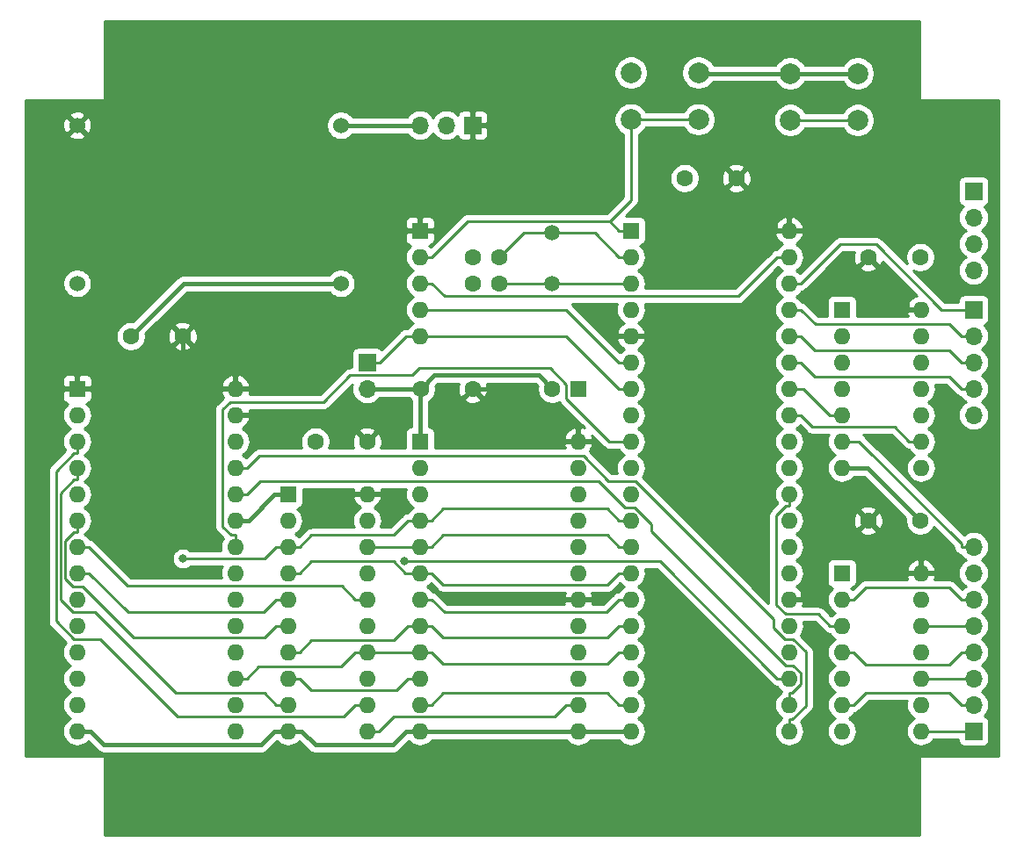
<source format=gtl>
%TF.GenerationSoftware,KiCad,Pcbnew,5.1.2-5.1.2*%
%TF.CreationDate,2019-06-03T18:56:12+10:00*%
%TF.ProjectId,clock,636c6f63-6b2e-46b6-9963-61645f706362,1*%
%TF.SameCoordinates,Original*%
%TF.FileFunction,Copper,L1,Top*%
%TF.FilePolarity,Positive*%
%FSLAX46Y46*%
G04 Gerber Fmt 4.6, Leading zero omitted, Abs format (unit mm)*
G04 Created by KiCad (PCBNEW 5.1.2-5.1.2) date 2019-06-03 18:56:12*
%MOMM*%
%LPD*%
G04 APERTURE LIST*
%ADD10C,1.500000*%
%ADD11O,1.700000X1.700000*%
%ADD12R,1.700000X1.700000*%
%ADD13C,1.600000*%
%ADD14C,1.524000*%
%ADD15R,1.600000X1.600000*%
%ADD16O,1.600000X1.600000*%
%ADD17C,2.000000*%
%ADD18C,0.800000*%
%ADD19C,0.400000*%
%ADD20C,0.250000*%
%ADD21C,0.254000*%
G04 APERTURE END LIST*
D10*
X228600000Y-35740000D03*
X228600000Y-40640000D03*
D11*
X269240000Y-39370000D03*
X269240000Y-36830000D03*
X269240000Y-34290000D03*
D12*
X269240000Y-31750000D03*
D13*
X221020000Y-38100000D03*
X223520000Y-38100000D03*
X221020000Y-40640000D03*
X223520000Y-40640000D03*
D11*
X269240000Y-53340000D03*
X269240000Y-50800000D03*
X269240000Y-48260000D03*
X269240000Y-45720000D03*
D12*
X269240000Y-43180000D03*
D14*
X208280000Y-40640000D03*
X182880000Y-40640000D03*
X208280000Y-25400000D03*
X182880000Y-25400000D03*
D13*
X264080000Y-38100000D03*
X259080000Y-38100000D03*
X264080000Y-63500000D03*
X259080000Y-63500000D03*
X215980000Y-50800000D03*
X220980000Y-50800000D03*
X205820000Y-55880000D03*
X210820000Y-55880000D03*
X241380000Y-30480000D03*
X246380000Y-30480000D03*
X188040000Y-45720000D03*
X193040000Y-45720000D03*
X228640000Y-50800000D03*
D15*
X231140000Y-50800000D03*
D11*
X269240000Y-66040000D03*
X269240000Y-68580000D03*
X269240000Y-71120000D03*
X269240000Y-73660000D03*
X269240000Y-76200000D03*
X269240000Y-78740000D03*
X269240000Y-81280000D03*
D12*
X269240000Y-83820000D03*
D11*
X215900000Y-25400000D03*
X218440000Y-25400000D03*
D12*
X220980000Y-25400000D03*
D11*
X210820000Y-50800000D03*
D12*
X210820000Y-48260000D03*
D16*
X215900000Y-45720000D03*
X215900000Y-43180000D03*
X215900000Y-40640000D03*
X215900000Y-38100000D03*
D15*
X215900000Y-35560000D03*
D17*
X251564000Y-24892000D03*
X251564000Y-20392000D03*
X258064000Y-24892000D03*
X258064000Y-20392000D03*
X242720000Y-20320000D03*
X242720000Y-24820000D03*
X236220000Y-20320000D03*
X236220000Y-24820000D03*
D16*
X251460000Y-35560000D03*
X236220000Y-83820000D03*
X251460000Y-38100000D03*
X236220000Y-81280000D03*
X251460000Y-40640000D03*
X236220000Y-78740000D03*
X251460000Y-43180000D03*
X236220000Y-76200000D03*
X251460000Y-45720000D03*
X236220000Y-73660000D03*
X251460000Y-48260000D03*
X236220000Y-71120000D03*
X251460000Y-50800000D03*
X236220000Y-68580000D03*
X251460000Y-53340000D03*
X236220000Y-66040000D03*
X251460000Y-55880000D03*
X236220000Y-63500000D03*
X251460000Y-58420000D03*
X236220000Y-60960000D03*
X251460000Y-60960000D03*
X236220000Y-58420000D03*
X251460000Y-63500000D03*
X236220000Y-55880000D03*
X251460000Y-66040000D03*
X236220000Y-53340000D03*
X251460000Y-68580000D03*
X236220000Y-50800000D03*
X251460000Y-71120000D03*
X236220000Y-48260000D03*
X251460000Y-73660000D03*
X236220000Y-45720000D03*
X251460000Y-76200000D03*
X236220000Y-43180000D03*
X251460000Y-78740000D03*
X236220000Y-40640000D03*
X251460000Y-81280000D03*
X236220000Y-38100000D03*
X251460000Y-83820000D03*
D15*
X236220000Y-35560000D03*
D16*
X198120000Y-50800000D03*
X182880000Y-83820000D03*
X198120000Y-53340000D03*
X182880000Y-81280000D03*
X198120000Y-55880000D03*
X182880000Y-78740000D03*
X198120000Y-58420000D03*
X182880000Y-76200000D03*
X198120000Y-60960000D03*
X182880000Y-73660000D03*
X198120000Y-63500000D03*
X182880000Y-71120000D03*
X198120000Y-66040000D03*
X182880000Y-68580000D03*
X198120000Y-68580000D03*
X182880000Y-66040000D03*
X198120000Y-71120000D03*
X182880000Y-63500000D03*
X198120000Y-73660000D03*
X182880000Y-60960000D03*
X198120000Y-76200000D03*
X182880000Y-58420000D03*
X198120000Y-78740000D03*
X182880000Y-55880000D03*
X198120000Y-81280000D03*
X182880000Y-53340000D03*
X198120000Y-83820000D03*
D15*
X182880000Y-50800000D03*
D16*
X210820000Y-60960000D03*
X203200000Y-83820000D03*
X210820000Y-63500000D03*
X203200000Y-81280000D03*
X210820000Y-66040000D03*
X203200000Y-78740000D03*
X210820000Y-68580000D03*
X203200000Y-76200000D03*
X210820000Y-71120000D03*
X203200000Y-73660000D03*
X210820000Y-73660000D03*
X203200000Y-71120000D03*
X210820000Y-76200000D03*
X203200000Y-68580000D03*
X210820000Y-78740000D03*
X203200000Y-66040000D03*
X210820000Y-81280000D03*
X203200000Y-63500000D03*
X210820000Y-83820000D03*
D15*
X203200000Y-60960000D03*
D16*
X231140000Y-55880000D03*
X215900000Y-83820000D03*
X231140000Y-58420000D03*
X215900000Y-81280000D03*
X231140000Y-60960000D03*
X215900000Y-78740000D03*
X231140000Y-63500000D03*
X215900000Y-76200000D03*
X231140000Y-66040000D03*
X215900000Y-73660000D03*
X231140000Y-68580000D03*
X215900000Y-71120000D03*
X231140000Y-71120000D03*
X215900000Y-68580000D03*
X231140000Y-73660000D03*
X215900000Y-66040000D03*
X231140000Y-76200000D03*
X215900000Y-63500000D03*
X231140000Y-78740000D03*
X215900000Y-60960000D03*
X231140000Y-81280000D03*
X215900000Y-58420000D03*
X231140000Y-83820000D03*
D15*
X215900000Y-55880000D03*
D16*
X264160000Y-68580000D03*
X256540000Y-83820000D03*
X264160000Y-71120000D03*
X256540000Y-81280000D03*
X264160000Y-73660000D03*
X256540000Y-78740000D03*
X264160000Y-76200000D03*
X256540000Y-76200000D03*
X264160000Y-78740000D03*
X256540000Y-73660000D03*
X264160000Y-81280000D03*
X256540000Y-71120000D03*
X264160000Y-83820000D03*
D15*
X256540000Y-68580000D03*
D16*
X264160000Y-43180000D03*
X256540000Y-58420000D03*
X264160000Y-45720000D03*
X256540000Y-55880000D03*
X264160000Y-48260000D03*
X256540000Y-53340000D03*
X264160000Y-50800000D03*
X256540000Y-50800000D03*
X264160000Y-53340000D03*
X256540000Y-48260000D03*
X264160000Y-55880000D03*
X256540000Y-45720000D03*
X264160000Y-58420000D03*
D15*
X256540000Y-43180000D03*
D18*
X214371000Y-67418100D03*
X193040000Y-67165300D03*
D19*
X251564000Y-20392000D02*
X242792000Y-20392000D01*
X242792000Y-20392000D02*
X242720000Y-20320000D01*
X258064000Y-20392000D02*
X251564000Y-20392000D01*
X203200000Y-83820000D02*
X201899700Y-83820000D01*
X182880000Y-83820000D02*
X184180300Y-83820000D01*
X184180300Y-83820000D02*
X185481500Y-85121200D01*
X185481500Y-85121200D02*
X200598500Y-85121200D01*
X200598500Y-85121200D02*
X201899700Y-83820000D01*
X231140000Y-83820000D02*
X236220000Y-83820000D01*
X215900000Y-83820000D02*
X231140000Y-83820000D01*
X215900000Y-50800000D02*
X212170300Y-50800000D01*
X215980000Y-50800000D02*
X215900000Y-50800000D01*
X215900000Y-50800000D02*
X215900000Y-54579700D01*
X215900000Y-55880000D02*
X215900000Y-54579700D01*
X228640000Y-50800000D02*
X227337000Y-49497000D01*
X227337000Y-49497000D02*
X217283000Y-49497000D01*
X217283000Y-49497000D02*
X215980000Y-50800000D01*
X210820000Y-50800000D02*
X212170300Y-50800000D01*
X188040000Y-45720000D02*
X193120000Y-40640000D01*
X193120000Y-40640000D02*
X208280000Y-40640000D01*
X203200000Y-60960000D02*
X201899700Y-60960000D01*
X198120000Y-63500000D02*
X199420300Y-63500000D01*
X199420300Y-63500000D02*
X201899700Y-61020600D01*
X201899700Y-61020600D02*
X201899700Y-60960000D01*
X215900000Y-83820000D02*
X214599700Y-83820000D01*
X203200000Y-83820000D02*
X204500300Y-83820000D01*
X204500300Y-83820000D02*
X205820400Y-85140100D01*
X205820400Y-85140100D02*
X213279600Y-85140100D01*
X213279600Y-85140100D02*
X214599700Y-83820000D01*
X256540000Y-58420000D02*
X259000000Y-58420000D01*
X259000000Y-58420000D02*
X264080000Y-63500000D01*
X182880000Y-50800000D02*
X184180300Y-50800000D01*
X193040000Y-49672700D02*
X195692400Y-49672700D01*
X195692400Y-49672700D02*
X196819700Y-50800000D01*
X184180300Y-50800000D02*
X185307600Y-49672700D01*
X185307600Y-49672700D02*
X193040000Y-49672700D01*
X193040000Y-49672700D02*
X193040000Y-45720000D01*
X198120000Y-50800000D02*
X196819700Y-50800000D01*
X251460000Y-71120000D02*
X252760300Y-71120000D01*
X259080000Y-63500000D02*
X252760300Y-69819700D01*
X252760300Y-69819700D02*
X252760300Y-71120000D01*
X215900000Y-35560000D02*
X215900000Y-34259700D01*
X215900000Y-34259700D02*
X220980000Y-29179700D01*
X220980000Y-29179700D02*
X220980000Y-25400000D01*
X231140000Y-55880000D02*
X229839700Y-55880000D01*
X229839700Y-55880000D02*
X224759700Y-50800000D01*
X224759700Y-50800000D02*
X220980000Y-50800000D01*
X198120000Y-53340000D02*
X208280000Y-53340000D01*
X208280000Y-53340000D02*
X210820000Y-55880000D01*
X251460000Y-35560000D02*
X250159700Y-35560000D01*
X250159700Y-35560000D02*
X250159700Y-34259700D01*
X250159700Y-34259700D02*
X246380000Y-30480000D01*
X264160000Y-43180000D02*
X262859700Y-43180000D01*
X262859700Y-43180000D02*
X262859700Y-41879700D01*
X262859700Y-41879700D02*
X259080000Y-38100000D01*
D20*
X264160000Y-83820000D02*
X269240000Y-83820000D01*
X269240000Y-81280000D02*
X268064700Y-81280000D01*
X256540000Y-81280000D02*
X257665300Y-81280000D01*
X257665300Y-81280000D02*
X258840600Y-80104700D01*
X258840600Y-80104700D02*
X266889400Y-80104700D01*
X266889400Y-80104700D02*
X268064700Y-81280000D01*
X264160000Y-78740000D02*
X269240000Y-78740000D01*
X269240000Y-76200000D02*
X268064700Y-76200000D01*
X256540000Y-76200000D02*
X257665300Y-76200000D01*
X257665300Y-76200000D02*
X258840600Y-77375300D01*
X258840600Y-77375300D02*
X266889400Y-77375300D01*
X266889400Y-77375300D02*
X268064700Y-76200000D01*
X264160000Y-73660000D02*
X269240000Y-73660000D01*
X269240000Y-71120000D02*
X268064700Y-71120000D01*
X256540000Y-71120000D02*
X257665300Y-71120000D01*
X257665300Y-71120000D02*
X258840600Y-69944700D01*
X258840600Y-69944700D02*
X266889400Y-69944700D01*
X266889400Y-69944700D02*
X268064700Y-71120000D01*
X269240000Y-66040000D02*
X268064700Y-66040000D01*
X256540000Y-55880000D02*
X258198500Y-55880000D01*
X258198500Y-55880000D02*
X268064700Y-65746200D01*
X268064700Y-65746200D02*
X268064700Y-66040000D01*
X251460000Y-40640000D02*
X252585300Y-40640000D01*
X252585300Y-40640000D02*
X256354700Y-36870600D01*
X256354700Y-36870600D02*
X259852200Y-36870600D01*
X259852200Y-36870600D02*
X266161600Y-43180000D01*
X266161600Y-43180000D02*
X269240000Y-43180000D01*
X269240000Y-45720000D02*
X268064700Y-45720000D01*
X251460000Y-43180000D02*
X252585300Y-43180000D01*
X252585300Y-43180000D02*
X253987600Y-44582300D01*
X253987600Y-44582300D02*
X266927000Y-44582300D01*
X266927000Y-44582300D02*
X268064700Y-45720000D01*
X269240000Y-48260000D02*
X268064700Y-48260000D01*
X251460000Y-45720000D02*
X252585300Y-45720000D01*
X252585300Y-45720000D02*
X253950000Y-47084700D01*
X253950000Y-47084700D02*
X266889400Y-47084700D01*
X266889400Y-47084700D02*
X268064700Y-48260000D01*
X269240000Y-50800000D02*
X268064700Y-50800000D01*
X251460000Y-48260000D02*
X252585300Y-48260000D01*
X252585300Y-48260000D02*
X253950000Y-49624700D01*
X253950000Y-49624700D02*
X266889400Y-49624700D01*
X266889400Y-49624700D02*
X268064700Y-50800000D01*
D19*
X215900000Y-25400000D02*
X208280000Y-25400000D01*
D20*
X236220000Y-50800000D02*
X235094700Y-50800000D01*
X235094700Y-50800000D02*
X230014700Y-45720000D01*
X230014700Y-45720000D02*
X215900000Y-45720000D01*
X210820000Y-48260000D02*
X211995300Y-48260000D01*
X215900000Y-45720000D02*
X214535300Y-45720000D01*
X214535300Y-45720000D02*
X211995300Y-48260000D01*
X236220000Y-24820000D02*
X242720000Y-24820000D01*
X236220000Y-24820000D02*
X236220000Y-32591500D01*
X236220000Y-32591500D02*
X234173100Y-34638400D01*
X234173100Y-34638400D02*
X220486900Y-34638400D01*
X220486900Y-34638400D02*
X217025300Y-38100000D01*
X235094700Y-35560000D02*
X234173100Y-34638400D01*
X215900000Y-38100000D02*
X217025300Y-38100000D01*
X236220000Y-35560000D02*
X235094700Y-35560000D01*
X215900000Y-40640000D02*
X217025300Y-40640000D01*
X251460000Y-38100000D02*
X250334700Y-38100000D01*
X250334700Y-38100000D02*
X246556900Y-41877800D01*
X246556900Y-41877800D02*
X218263100Y-41877800D01*
X218263100Y-41877800D02*
X217025300Y-40640000D01*
X258064000Y-24892000D02*
X251564000Y-24892000D01*
X236220000Y-48260000D02*
X235094700Y-48260000D01*
X215900000Y-43180000D02*
X230014700Y-43180000D01*
X230014700Y-43180000D02*
X235094700Y-48260000D01*
X251460000Y-83820000D02*
X251460000Y-82694700D01*
X198120000Y-58420000D02*
X199245300Y-58420000D01*
X199245300Y-58420000D02*
X200388300Y-57277000D01*
X200388300Y-57277000D02*
X231643800Y-57277000D01*
X231643800Y-57277000D02*
X234056800Y-59690000D01*
X234056800Y-59690000D02*
X236621900Y-59690000D01*
X236621900Y-59690000D02*
X249958600Y-73026700D01*
X249958600Y-73026700D02*
X249958600Y-73816500D01*
X249958600Y-73816500D02*
X251075100Y-74933000D01*
X251075100Y-74933000D02*
X251855300Y-74933000D01*
X251855300Y-74933000D02*
X253085700Y-76163400D01*
X253085700Y-76163400D02*
X253085700Y-81350300D01*
X253085700Y-81350300D02*
X251741300Y-82694700D01*
X251741300Y-82694700D02*
X251460000Y-82694700D01*
X198120000Y-60960000D02*
X199245300Y-60960000D01*
X199245300Y-60960000D02*
X200472000Y-59733300D01*
X200472000Y-59733300D02*
X233116300Y-59733300D01*
X233116300Y-59733300D02*
X235613000Y-62230000D01*
X235613000Y-62230000D02*
X236581700Y-62230000D01*
X236581700Y-62230000D02*
X238213500Y-63861800D01*
X238213500Y-63861800D02*
X238213500Y-64551000D01*
X238213500Y-64551000D02*
X251132500Y-77470000D01*
X251132500Y-77470000D02*
X251858900Y-77470000D01*
X251858900Y-77470000D02*
X252585300Y-78196400D01*
X252585300Y-78196400D02*
X252585300Y-79310800D01*
X252585300Y-79310800D02*
X251741400Y-80154700D01*
X251741400Y-80154700D02*
X251460000Y-80154700D01*
X251460000Y-81280000D02*
X251460000Y-80154700D01*
X251460000Y-78740000D02*
X250334700Y-78740000D01*
X214371000Y-67418100D02*
X239012800Y-67418100D01*
X239012800Y-67418100D02*
X250334700Y-78740000D01*
X198120000Y-64914700D02*
X197698000Y-64914700D01*
X197698000Y-64914700D02*
X196870200Y-64086900D01*
X196870200Y-64086900D02*
X196870200Y-52791700D01*
X196870200Y-52791700D02*
X197591900Y-52070000D01*
X197591900Y-52070000D02*
X206618500Y-52070000D01*
X206618500Y-52070000D02*
X209183500Y-49505000D01*
X209183500Y-49505000D02*
X215155000Y-49505000D01*
X215155000Y-49505000D02*
X215831400Y-48828600D01*
X215831400Y-48828600D02*
X228479500Y-48828600D01*
X228479500Y-48828600D02*
X230014600Y-50363700D01*
X230014600Y-50363700D02*
X230014600Y-51786300D01*
X230014600Y-51786300D02*
X234108300Y-55880000D01*
X234108300Y-55880000D02*
X236220000Y-55880000D01*
X198120000Y-66040000D02*
X198120000Y-64914700D01*
X251460000Y-60960000D02*
X251460000Y-62085300D01*
X256540000Y-73660000D02*
X255414700Y-73660000D01*
X255414700Y-73660000D02*
X254289400Y-72534700D01*
X254289400Y-72534700D02*
X251130300Y-72534700D01*
X251130300Y-72534700D02*
X250227100Y-71631500D01*
X250227100Y-71631500D02*
X250227100Y-63036900D01*
X250227100Y-63036900D02*
X251178700Y-62085300D01*
X251178700Y-62085300D02*
X251460000Y-62085300D01*
X210820000Y-83820000D02*
X211945300Y-83820000D01*
X231140000Y-81280000D02*
X230014700Y-81280000D01*
X230014700Y-81280000D02*
X228889400Y-82405300D01*
X228889400Y-82405300D02*
X213360000Y-82405300D01*
X213360000Y-82405300D02*
X211945300Y-83820000D01*
X202074700Y-66040000D02*
X200949400Y-67165300D01*
X200949400Y-67165300D02*
X193040000Y-67165300D01*
X236220000Y-63500000D02*
X235094700Y-63500000D01*
X215900000Y-63500000D02*
X217025300Y-63500000D01*
X217025300Y-63500000D02*
X218150600Y-62374700D01*
X218150600Y-62374700D02*
X233969400Y-62374700D01*
X233969400Y-62374700D02*
X235094700Y-63500000D01*
X215337400Y-63500000D02*
X215900000Y-63500000D01*
X215337400Y-63500000D02*
X214774700Y-63500000D01*
X203200000Y-66040000D02*
X204325300Y-66040000D01*
X214774700Y-63500000D02*
X213360000Y-64914700D01*
X213360000Y-64914700D02*
X205450600Y-64914700D01*
X205450600Y-64914700D02*
X204325300Y-66040000D01*
X203200000Y-66040000D02*
X202074700Y-66040000D01*
X215900000Y-66040000D02*
X210820000Y-66040000D01*
X236220000Y-66040000D02*
X235094700Y-66040000D01*
X215900000Y-66040000D02*
X217025300Y-66040000D01*
X217025300Y-66040000D02*
X218150600Y-64914700D01*
X218150600Y-64914700D02*
X233969400Y-64914700D01*
X233969400Y-64914700D02*
X235094700Y-66040000D01*
X251460000Y-53340000D02*
X252585300Y-53340000D01*
X264160000Y-55880000D02*
X263034700Y-55880000D01*
X263034700Y-55880000D02*
X261620000Y-54465300D01*
X261620000Y-54465300D02*
X253710600Y-54465300D01*
X253710600Y-54465300D02*
X252585300Y-53340000D01*
X204325300Y-68580000D02*
X205450600Y-67454700D01*
X205450600Y-67454700D02*
X213381900Y-67454700D01*
X213381900Y-67454700D02*
X214507200Y-68580000D01*
X214507200Y-68580000D02*
X214774700Y-68580000D01*
X236220000Y-68580000D02*
X235094700Y-68580000D01*
X215900000Y-68580000D02*
X217025300Y-68580000D01*
X217025300Y-68580000D02*
X218150600Y-69705300D01*
X218150600Y-69705300D02*
X233969400Y-69705300D01*
X233969400Y-69705300D02*
X235094700Y-68580000D01*
X215337400Y-68580000D02*
X215900000Y-68580000D01*
X215337400Y-68580000D02*
X214774700Y-68580000D01*
X203200000Y-68580000D02*
X204325300Y-68580000D01*
X256540000Y-53340000D02*
X255414700Y-53340000D01*
X255414700Y-53340000D02*
X252874700Y-50800000D01*
X252874700Y-50800000D02*
X251460000Y-50800000D01*
X236220000Y-71120000D02*
X235094700Y-71120000D01*
X215900000Y-71120000D02*
X217025300Y-71120000D01*
X217025300Y-71120000D02*
X218262800Y-72357500D01*
X218262800Y-72357500D02*
X233857200Y-72357500D01*
X233857200Y-72357500D02*
X235094700Y-71120000D01*
X236220000Y-73660000D02*
X235094700Y-73660000D01*
X215900000Y-73660000D02*
X217025300Y-73660000D01*
X217025300Y-73660000D02*
X218150600Y-74785300D01*
X218150600Y-74785300D02*
X233969400Y-74785300D01*
X233969400Y-74785300D02*
X235094700Y-73660000D01*
X215337400Y-73660000D02*
X215900000Y-73660000D01*
X215337400Y-73660000D02*
X214774700Y-73660000D01*
X203200000Y-76200000D02*
X204325300Y-76200000D01*
X214774700Y-73660000D02*
X213360000Y-75074700D01*
X213360000Y-75074700D02*
X205450600Y-75074700D01*
X205450600Y-75074700D02*
X204325300Y-76200000D01*
X198120000Y-78740000D02*
X199245300Y-78740000D01*
X210820000Y-76200000D02*
X209694700Y-76200000D01*
X209694700Y-76200000D02*
X208280000Y-77614700D01*
X208280000Y-77614700D02*
X200370600Y-77614700D01*
X200370600Y-77614700D02*
X199245300Y-78740000D01*
X215900000Y-76200000D02*
X210820000Y-76200000D01*
X236220000Y-76200000D02*
X235094700Y-76200000D01*
X215900000Y-76200000D02*
X217025300Y-76200000D01*
X217025300Y-76200000D02*
X218150600Y-77325300D01*
X218150600Y-77325300D02*
X233969400Y-77325300D01*
X233969400Y-77325300D02*
X235094700Y-76200000D01*
X203200000Y-78740000D02*
X204325300Y-78740000D01*
X215900000Y-78740000D02*
X214774700Y-78740000D01*
X214774700Y-78740000D02*
X213649400Y-79865300D01*
X213649400Y-79865300D02*
X205450600Y-79865300D01*
X205450600Y-79865300D02*
X204325300Y-78740000D01*
X215900000Y-81280000D02*
X217025300Y-81280000D01*
X236220000Y-81280000D02*
X235094700Y-81280000D01*
X235094700Y-81280000D02*
X233969400Y-80154700D01*
X233969400Y-80154700D02*
X218150600Y-80154700D01*
X218150600Y-80154700D02*
X217025300Y-81280000D01*
X209694700Y-81280000D02*
X208567500Y-82407200D01*
X208567500Y-82407200D02*
X192573900Y-82407200D01*
X192573900Y-82407200D02*
X185096700Y-74930000D01*
X185096700Y-74930000D02*
X182553100Y-74930000D01*
X182553100Y-74930000D02*
X180826200Y-73203100D01*
X180826200Y-73203100D02*
X180826200Y-58777800D01*
X180826200Y-58777800D02*
X182598700Y-57005300D01*
X182598700Y-57005300D02*
X182880000Y-57005300D01*
X182880000Y-55880000D02*
X182880000Y-57005300D01*
X210820000Y-81280000D02*
X209694700Y-81280000D01*
X202074700Y-81280000D02*
X200949400Y-80154700D01*
X200949400Y-80154700D02*
X192402700Y-80154700D01*
X192402700Y-80154700D02*
X184602300Y-72354300D01*
X184602300Y-72354300D02*
X182466500Y-72354300D01*
X182466500Y-72354300D02*
X181276600Y-71164400D01*
X181276600Y-71164400D02*
X181276600Y-60867400D01*
X181276600Y-60867400D02*
X182598700Y-59545300D01*
X182598700Y-59545300D02*
X182880000Y-59545300D01*
X182880000Y-58420000D02*
X182880000Y-59545300D01*
X203200000Y-81280000D02*
X202074700Y-81280000D01*
X182880000Y-63500000D02*
X182880000Y-64625300D01*
X203200000Y-73660000D02*
X202074700Y-73660000D01*
X202074700Y-73660000D02*
X200935000Y-74799700D01*
X200935000Y-74799700D02*
X188359900Y-74799700D01*
X188359900Y-74799700D02*
X183410200Y-69850000D01*
X183410200Y-69850000D02*
X182478900Y-69850000D01*
X182478900Y-69850000D02*
X181754700Y-69125800D01*
X181754700Y-69125800D02*
X181754700Y-65469200D01*
X181754700Y-65469200D02*
X182598600Y-64625300D01*
X182598600Y-64625300D02*
X182880000Y-64625300D01*
X182880000Y-66040000D02*
X184005300Y-66040000D01*
X210820000Y-71120000D02*
X209694700Y-71120000D01*
X209694700Y-71120000D02*
X208354000Y-69779300D01*
X208354000Y-69779300D02*
X187744600Y-69779300D01*
X187744600Y-69779300D02*
X184005300Y-66040000D01*
X182880000Y-68580000D02*
X184005300Y-68580000D01*
X203200000Y-71120000D02*
X202074700Y-71120000D01*
X202074700Y-71120000D02*
X200844000Y-72350700D01*
X200844000Y-72350700D02*
X187776000Y-72350700D01*
X187776000Y-72350700D02*
X184005300Y-68580000D01*
X223520000Y-40640000D02*
X228600000Y-40640000D01*
X236220000Y-40640000D02*
X228600000Y-40640000D01*
X236220000Y-38100000D02*
X235094700Y-38100000D01*
X235094700Y-38100000D02*
X232734700Y-35740000D01*
X232734700Y-35740000D02*
X228600000Y-35740000D01*
X223520000Y-38100000D02*
X225880000Y-35740000D01*
X225880000Y-35740000D02*
X228600000Y-35740000D01*
D21*
G36*
X264033000Y-22860000D02*
G01*
X264035440Y-22884776D01*
X264042667Y-22908601D01*
X264054403Y-22930557D01*
X264070197Y-22949803D01*
X264089443Y-22965597D01*
X264111399Y-22977333D01*
X264135224Y-22984560D01*
X264160000Y-22987000D01*
X271653000Y-22987000D01*
X271653000Y-86233000D01*
X264160000Y-86233000D01*
X264135224Y-86235440D01*
X264111399Y-86242667D01*
X264089443Y-86254403D01*
X264070197Y-86270197D01*
X264054403Y-86289443D01*
X264042667Y-86311399D01*
X264035440Y-86335224D01*
X264033000Y-86360000D01*
X264033000Y-93853000D01*
X185547000Y-93853000D01*
X185547000Y-86360000D01*
X185544560Y-86335224D01*
X185537333Y-86311399D01*
X185525597Y-86289443D01*
X185509803Y-86270197D01*
X185490557Y-86254403D01*
X185468601Y-86242667D01*
X185444776Y-86235440D01*
X185420000Y-86233000D01*
X177927000Y-86233000D01*
X177927000Y-58777800D01*
X180062524Y-58777800D01*
X180066201Y-58815132D01*
X180066200Y-73165778D01*
X180062524Y-73203100D01*
X180066200Y-73240422D01*
X180066200Y-73240432D01*
X180077197Y-73352085D01*
X180107195Y-73450976D01*
X180120654Y-73495346D01*
X180191226Y-73627376D01*
X180218000Y-73660000D01*
X180286199Y-73743101D01*
X180315202Y-73766903D01*
X181801026Y-75252729D01*
X181681068Y-75398899D01*
X181547818Y-75648192D01*
X181465764Y-75918691D01*
X181438057Y-76200000D01*
X181465764Y-76481309D01*
X181547818Y-76751808D01*
X181681068Y-77001101D01*
X181860392Y-77219608D01*
X182078899Y-77398932D01*
X182211858Y-77470000D01*
X182078899Y-77541068D01*
X181860392Y-77720392D01*
X181681068Y-77938899D01*
X181547818Y-78188192D01*
X181465764Y-78458691D01*
X181438057Y-78740000D01*
X181465764Y-79021309D01*
X181547818Y-79291808D01*
X181681068Y-79541101D01*
X181860392Y-79759608D01*
X182078899Y-79938932D01*
X182211858Y-80010000D01*
X182078899Y-80081068D01*
X181860392Y-80260392D01*
X181681068Y-80478899D01*
X181547818Y-80728192D01*
X181465764Y-80998691D01*
X181438057Y-81280000D01*
X181465764Y-81561309D01*
X181547818Y-81831808D01*
X181681068Y-82081101D01*
X181860392Y-82299608D01*
X182078899Y-82478932D01*
X182211858Y-82550000D01*
X182078899Y-82621068D01*
X181860392Y-82800392D01*
X181681068Y-83018899D01*
X181547818Y-83268192D01*
X181465764Y-83538691D01*
X181438057Y-83820000D01*
X181465764Y-84101309D01*
X181547818Y-84371808D01*
X181681068Y-84621101D01*
X181860392Y-84839608D01*
X182078899Y-85018932D01*
X182328192Y-85152182D01*
X182598691Y-85234236D01*
X182809508Y-85255000D01*
X182950492Y-85255000D01*
X183161309Y-85234236D01*
X183431808Y-85152182D01*
X183681101Y-85018932D01*
X183899608Y-84839608D01*
X183953443Y-84774010D01*
X184862063Y-85682632D01*
X184888209Y-85714491D01*
X185015354Y-85818836D01*
X185160413Y-85896372D01*
X185317811Y-85944118D01*
X185440481Y-85956200D01*
X185440482Y-85956200D01*
X185481500Y-85960240D01*
X185522518Y-85956200D01*
X200557482Y-85956200D01*
X200598500Y-85960240D01*
X200639518Y-85956200D01*
X200639519Y-85956200D01*
X200762189Y-85944118D01*
X200919587Y-85896372D01*
X201064646Y-85818836D01*
X201191791Y-85714491D01*
X201217946Y-85682622D01*
X202126558Y-84774011D01*
X202180392Y-84839608D01*
X202398899Y-85018932D01*
X202648192Y-85152182D01*
X202918691Y-85234236D01*
X203129508Y-85255000D01*
X203270492Y-85255000D01*
X203481309Y-85234236D01*
X203751808Y-85152182D01*
X204001101Y-85018932D01*
X204219608Y-84839608D01*
X204273443Y-84774010D01*
X205200958Y-85701526D01*
X205227109Y-85733391D01*
X205354254Y-85837736D01*
X205499313Y-85915272D01*
X205656711Y-85963018D01*
X205779381Y-85975100D01*
X205779391Y-85975100D01*
X205820399Y-85979139D01*
X205861407Y-85975100D01*
X213238582Y-85975100D01*
X213279600Y-85979140D01*
X213320618Y-85975100D01*
X213320619Y-85975100D01*
X213443289Y-85963018D01*
X213600687Y-85915272D01*
X213745746Y-85837736D01*
X213872891Y-85733391D01*
X213899046Y-85701521D01*
X214826557Y-84774010D01*
X214880392Y-84839608D01*
X215098899Y-85018932D01*
X215348192Y-85152182D01*
X215618691Y-85234236D01*
X215829508Y-85255000D01*
X215970492Y-85255000D01*
X216181309Y-85234236D01*
X216451808Y-85152182D01*
X216701101Y-85018932D01*
X216919608Y-84839608D01*
X217071112Y-84655000D01*
X229968888Y-84655000D01*
X230120392Y-84839608D01*
X230338899Y-85018932D01*
X230588192Y-85152182D01*
X230858691Y-85234236D01*
X231069508Y-85255000D01*
X231210492Y-85255000D01*
X231421309Y-85234236D01*
X231691808Y-85152182D01*
X231941101Y-85018932D01*
X232159608Y-84839608D01*
X232311112Y-84655000D01*
X235048888Y-84655000D01*
X235200392Y-84839608D01*
X235418899Y-85018932D01*
X235668192Y-85152182D01*
X235938691Y-85234236D01*
X236149508Y-85255000D01*
X236290492Y-85255000D01*
X236501309Y-85234236D01*
X236771808Y-85152182D01*
X237021101Y-85018932D01*
X237239608Y-84839608D01*
X237418932Y-84621101D01*
X237552182Y-84371808D01*
X237634236Y-84101309D01*
X237661943Y-83820000D01*
X237634236Y-83538691D01*
X237552182Y-83268192D01*
X237418932Y-83018899D01*
X237239608Y-82800392D01*
X237021101Y-82621068D01*
X236888142Y-82550000D01*
X237021101Y-82478932D01*
X237239608Y-82299608D01*
X237418932Y-82081101D01*
X237552182Y-81831808D01*
X237634236Y-81561309D01*
X237661943Y-81280000D01*
X237634236Y-80998691D01*
X237552182Y-80728192D01*
X237418932Y-80478899D01*
X237239608Y-80260392D01*
X237021101Y-80081068D01*
X236888142Y-80010000D01*
X237021101Y-79938932D01*
X237239608Y-79759608D01*
X237418932Y-79541101D01*
X237552182Y-79291808D01*
X237634236Y-79021309D01*
X237661943Y-78740000D01*
X237634236Y-78458691D01*
X237552182Y-78188192D01*
X237418932Y-77938899D01*
X237239608Y-77720392D01*
X237021101Y-77541068D01*
X236888142Y-77470000D01*
X237021101Y-77398932D01*
X237239608Y-77219608D01*
X237418932Y-77001101D01*
X237552182Y-76751808D01*
X237634236Y-76481309D01*
X237661943Y-76200000D01*
X237634236Y-75918691D01*
X237552182Y-75648192D01*
X237418932Y-75398899D01*
X237239608Y-75180392D01*
X237021101Y-75001068D01*
X236888142Y-74930000D01*
X237021101Y-74858932D01*
X237239608Y-74679608D01*
X237418932Y-74461101D01*
X237552182Y-74211808D01*
X237634236Y-73941309D01*
X237661943Y-73660000D01*
X237634236Y-73378691D01*
X237552182Y-73108192D01*
X237418932Y-72858899D01*
X237239608Y-72640392D01*
X237021101Y-72461068D01*
X236888142Y-72390000D01*
X237021101Y-72318932D01*
X237239608Y-72139608D01*
X237418932Y-71921101D01*
X237552182Y-71671808D01*
X237634236Y-71401309D01*
X237661943Y-71120000D01*
X237634236Y-70838691D01*
X237552182Y-70568192D01*
X237418932Y-70318899D01*
X237239608Y-70100392D01*
X237021101Y-69921068D01*
X236888142Y-69850000D01*
X237021101Y-69778932D01*
X237239608Y-69599608D01*
X237418932Y-69381101D01*
X237552182Y-69131808D01*
X237634236Y-68861309D01*
X237661943Y-68580000D01*
X237634236Y-68298691D01*
X237597656Y-68178100D01*
X238697999Y-68178100D01*
X249770900Y-79251002D01*
X249794699Y-79280001D01*
X249823697Y-79303799D01*
X249910424Y-79374974D01*
X250042453Y-79445546D01*
X250185714Y-79489003D01*
X250235861Y-79493942D01*
X250261068Y-79541101D01*
X250440392Y-79759608D01*
X250658899Y-79938932D01*
X250721160Y-79972211D01*
X250710997Y-80005714D01*
X250706058Y-80055861D01*
X250658899Y-80081068D01*
X250440392Y-80260392D01*
X250261068Y-80478899D01*
X250127818Y-80728192D01*
X250045764Y-80998691D01*
X250018057Y-81280000D01*
X250045764Y-81561309D01*
X250127818Y-81831808D01*
X250261068Y-82081101D01*
X250440392Y-82299608D01*
X250658899Y-82478932D01*
X250721160Y-82512211D01*
X250710997Y-82545714D01*
X250706058Y-82595861D01*
X250658899Y-82621068D01*
X250440392Y-82800392D01*
X250261068Y-83018899D01*
X250127818Y-83268192D01*
X250045764Y-83538691D01*
X250018057Y-83820000D01*
X250045764Y-84101309D01*
X250127818Y-84371808D01*
X250261068Y-84621101D01*
X250440392Y-84839608D01*
X250658899Y-85018932D01*
X250908192Y-85152182D01*
X251178691Y-85234236D01*
X251389508Y-85255000D01*
X251530492Y-85255000D01*
X251741309Y-85234236D01*
X252011808Y-85152182D01*
X252261101Y-85018932D01*
X252479608Y-84839608D01*
X252658932Y-84621101D01*
X252792182Y-84371808D01*
X252874236Y-84101309D01*
X252901943Y-83820000D01*
X252874236Y-83538691D01*
X252792182Y-83268192D01*
X252658932Y-83018899D01*
X252583643Y-82927159D01*
X253596703Y-81914099D01*
X253625701Y-81890301D01*
X253720674Y-81774576D01*
X253791246Y-81642547D01*
X253834703Y-81499286D01*
X253845700Y-81387633D01*
X253845700Y-81387625D01*
X253849376Y-81350300D01*
X253845700Y-81312975D01*
X253845700Y-76200722D01*
X253849376Y-76163399D01*
X253845700Y-76126076D01*
X253845700Y-76126067D01*
X253834703Y-76014414D01*
X253791246Y-75871153D01*
X253720674Y-75739124D01*
X253625701Y-75623399D01*
X253596704Y-75599602D01*
X252568452Y-74571351D01*
X252658932Y-74461101D01*
X252792182Y-74211808D01*
X252874236Y-73941309D01*
X252901943Y-73660000D01*
X252874236Y-73378691D01*
X252848758Y-73294700D01*
X253974599Y-73294700D01*
X254850900Y-74171002D01*
X254874699Y-74200001D01*
X254990424Y-74294974D01*
X255122453Y-74365546D01*
X255265714Y-74409003D01*
X255315861Y-74413942D01*
X255341068Y-74461101D01*
X255520392Y-74679608D01*
X255738899Y-74858932D01*
X255871858Y-74930000D01*
X255738899Y-75001068D01*
X255520392Y-75180392D01*
X255341068Y-75398899D01*
X255207818Y-75648192D01*
X255125764Y-75918691D01*
X255098057Y-76200000D01*
X255125764Y-76481309D01*
X255207818Y-76751808D01*
X255341068Y-77001101D01*
X255520392Y-77219608D01*
X255738899Y-77398932D01*
X255871858Y-77470000D01*
X255738899Y-77541068D01*
X255520392Y-77720392D01*
X255341068Y-77938899D01*
X255207818Y-78188192D01*
X255125764Y-78458691D01*
X255098057Y-78740000D01*
X255125764Y-79021309D01*
X255207818Y-79291808D01*
X255341068Y-79541101D01*
X255520392Y-79759608D01*
X255738899Y-79938932D01*
X255871858Y-80010000D01*
X255738899Y-80081068D01*
X255520392Y-80260392D01*
X255341068Y-80478899D01*
X255207818Y-80728192D01*
X255125764Y-80998691D01*
X255098057Y-81280000D01*
X255125764Y-81561309D01*
X255207818Y-81831808D01*
X255341068Y-82081101D01*
X255520392Y-82299608D01*
X255738899Y-82478932D01*
X255871858Y-82550000D01*
X255738899Y-82621068D01*
X255520392Y-82800392D01*
X255341068Y-83018899D01*
X255207818Y-83268192D01*
X255125764Y-83538691D01*
X255098057Y-83820000D01*
X255125764Y-84101309D01*
X255207818Y-84371808D01*
X255341068Y-84621101D01*
X255520392Y-84839608D01*
X255738899Y-85018932D01*
X255988192Y-85152182D01*
X256258691Y-85234236D01*
X256469508Y-85255000D01*
X256610492Y-85255000D01*
X256821309Y-85234236D01*
X257091808Y-85152182D01*
X257341101Y-85018932D01*
X257559608Y-84839608D01*
X257738932Y-84621101D01*
X257872182Y-84371808D01*
X257954236Y-84101309D01*
X257981943Y-83820000D01*
X257954236Y-83538691D01*
X257872182Y-83268192D01*
X257738932Y-83018899D01*
X257559608Y-82800392D01*
X257341101Y-82621068D01*
X257208142Y-82550000D01*
X257341101Y-82478932D01*
X257559608Y-82299608D01*
X257738932Y-82081101D01*
X257764139Y-82033942D01*
X257814286Y-82029003D01*
X257957547Y-81985546D01*
X258089576Y-81914974D01*
X258205301Y-81820001D01*
X258229104Y-81790997D01*
X259155402Y-80864700D01*
X262786409Y-80864700D01*
X262745764Y-80998691D01*
X262718057Y-81280000D01*
X262745764Y-81561309D01*
X262827818Y-81831808D01*
X262961068Y-82081101D01*
X263140392Y-82299608D01*
X263358899Y-82478932D01*
X263491858Y-82550000D01*
X263358899Y-82621068D01*
X263140392Y-82800392D01*
X262961068Y-83018899D01*
X262827818Y-83268192D01*
X262745764Y-83538691D01*
X262718057Y-83820000D01*
X262745764Y-84101309D01*
X262827818Y-84371808D01*
X262961068Y-84621101D01*
X263140392Y-84839608D01*
X263358899Y-85018932D01*
X263608192Y-85152182D01*
X263878691Y-85234236D01*
X264089508Y-85255000D01*
X264230492Y-85255000D01*
X264441309Y-85234236D01*
X264711808Y-85152182D01*
X264961101Y-85018932D01*
X265179608Y-84839608D01*
X265358932Y-84621101D01*
X265380901Y-84580000D01*
X267751928Y-84580000D01*
X267751928Y-84670000D01*
X267764188Y-84794482D01*
X267800498Y-84914180D01*
X267859463Y-85024494D01*
X267938815Y-85121185D01*
X268035506Y-85200537D01*
X268145820Y-85259502D01*
X268265518Y-85295812D01*
X268390000Y-85308072D01*
X270090000Y-85308072D01*
X270214482Y-85295812D01*
X270334180Y-85259502D01*
X270444494Y-85200537D01*
X270541185Y-85121185D01*
X270620537Y-85024494D01*
X270679502Y-84914180D01*
X270715812Y-84794482D01*
X270728072Y-84670000D01*
X270728072Y-82970000D01*
X270715812Y-82845518D01*
X270679502Y-82725820D01*
X270620537Y-82615506D01*
X270541185Y-82518815D01*
X270444494Y-82439463D01*
X270334180Y-82380498D01*
X270265313Y-82359607D01*
X270295134Y-82335134D01*
X270480706Y-82109014D01*
X270618599Y-81851034D01*
X270703513Y-81571111D01*
X270732185Y-81280000D01*
X270703513Y-80988889D01*
X270618599Y-80708966D01*
X270480706Y-80450986D01*
X270295134Y-80224866D01*
X270069014Y-80039294D01*
X270014209Y-80010000D01*
X270069014Y-79980706D01*
X270295134Y-79795134D01*
X270480706Y-79569014D01*
X270618599Y-79311034D01*
X270703513Y-79031111D01*
X270732185Y-78740000D01*
X270703513Y-78448889D01*
X270618599Y-78168966D01*
X270480706Y-77910986D01*
X270295134Y-77684866D01*
X270069014Y-77499294D01*
X270014209Y-77470000D01*
X270069014Y-77440706D01*
X270295134Y-77255134D01*
X270480706Y-77029014D01*
X270618599Y-76771034D01*
X270703513Y-76491111D01*
X270732185Y-76200000D01*
X270703513Y-75908889D01*
X270618599Y-75628966D01*
X270480706Y-75370986D01*
X270295134Y-75144866D01*
X270069014Y-74959294D01*
X270014209Y-74930000D01*
X270069014Y-74900706D01*
X270295134Y-74715134D01*
X270480706Y-74489014D01*
X270618599Y-74231034D01*
X270703513Y-73951111D01*
X270732185Y-73660000D01*
X270703513Y-73368889D01*
X270618599Y-73088966D01*
X270480706Y-72830986D01*
X270295134Y-72604866D01*
X270069014Y-72419294D01*
X270014209Y-72390000D01*
X270069014Y-72360706D01*
X270295134Y-72175134D01*
X270480706Y-71949014D01*
X270618599Y-71691034D01*
X270703513Y-71411111D01*
X270732185Y-71120000D01*
X270703513Y-70828889D01*
X270618599Y-70548966D01*
X270480706Y-70290986D01*
X270295134Y-70064866D01*
X270069014Y-69879294D01*
X270014209Y-69850000D01*
X270069014Y-69820706D01*
X270295134Y-69635134D01*
X270480706Y-69409014D01*
X270618599Y-69151034D01*
X270703513Y-68871111D01*
X270732185Y-68580000D01*
X270703513Y-68288889D01*
X270618599Y-68008966D01*
X270480706Y-67750986D01*
X270295134Y-67524866D01*
X270069014Y-67339294D01*
X270014209Y-67310000D01*
X270069014Y-67280706D01*
X270295134Y-67095134D01*
X270480706Y-66869014D01*
X270618599Y-66611034D01*
X270703513Y-66331111D01*
X270732185Y-66040000D01*
X270703513Y-65748889D01*
X270618599Y-65468966D01*
X270480706Y-65210986D01*
X270295134Y-64984866D01*
X270069014Y-64799294D01*
X269811034Y-64661401D01*
X269531111Y-64576487D01*
X269312950Y-64555000D01*
X269167050Y-64555000D01*
X268948889Y-64576487D01*
X268668966Y-64661401D01*
X268410986Y-64799294D01*
X268291036Y-64897734D01*
X258762304Y-55369003D01*
X258738501Y-55339999D01*
X258622776Y-55245026D01*
X258585872Y-55225300D01*
X261305199Y-55225300D01*
X262470900Y-56391002D01*
X262494699Y-56420001D01*
X262523697Y-56443799D01*
X262610423Y-56514974D01*
X262716089Y-56571454D01*
X262742453Y-56585546D01*
X262885714Y-56629003D01*
X262935861Y-56633942D01*
X262961068Y-56681101D01*
X263140392Y-56899608D01*
X263358899Y-57078932D01*
X263491858Y-57150000D01*
X263358899Y-57221068D01*
X263140392Y-57400392D01*
X262961068Y-57618899D01*
X262827818Y-57868192D01*
X262745764Y-58138691D01*
X262718057Y-58420000D01*
X262745764Y-58701309D01*
X262827818Y-58971808D01*
X262961068Y-59221101D01*
X263140392Y-59439608D01*
X263358899Y-59618932D01*
X263608192Y-59752182D01*
X263878691Y-59834236D01*
X264089508Y-59855000D01*
X264230492Y-59855000D01*
X264441309Y-59834236D01*
X264711808Y-59752182D01*
X264961101Y-59618932D01*
X265179608Y-59439608D01*
X265358932Y-59221101D01*
X265492182Y-58971808D01*
X265574236Y-58701309D01*
X265601943Y-58420000D01*
X265574236Y-58138691D01*
X265492182Y-57868192D01*
X265358932Y-57618899D01*
X265179608Y-57400392D01*
X264961101Y-57221068D01*
X264828142Y-57150000D01*
X264961101Y-57078932D01*
X265179608Y-56899608D01*
X265358932Y-56681101D01*
X265492182Y-56431808D01*
X265574236Y-56161309D01*
X265601943Y-55880000D01*
X265574236Y-55598691D01*
X265492182Y-55328192D01*
X265358932Y-55078899D01*
X265179608Y-54860392D01*
X264961101Y-54681068D01*
X264828142Y-54610000D01*
X264961101Y-54538932D01*
X265179608Y-54359608D01*
X265358932Y-54141101D01*
X265492182Y-53891808D01*
X265574236Y-53621309D01*
X265601943Y-53340000D01*
X265574236Y-53058691D01*
X265492182Y-52788192D01*
X265358932Y-52538899D01*
X265179608Y-52320392D01*
X264961101Y-52141068D01*
X264828142Y-52070000D01*
X264961101Y-51998932D01*
X265179608Y-51819608D01*
X265358932Y-51601101D01*
X265492182Y-51351808D01*
X265574236Y-51081309D01*
X265601943Y-50800000D01*
X265574236Y-50518691D01*
X265533591Y-50384700D01*
X266574599Y-50384700D01*
X267500900Y-51311002D01*
X267524699Y-51340001D01*
X267640424Y-51434974D01*
X267772453Y-51505546D01*
X267915714Y-51549003D01*
X267958795Y-51553246D01*
X267999294Y-51629014D01*
X268184866Y-51855134D01*
X268410986Y-52040706D01*
X268465791Y-52070000D01*
X268410986Y-52099294D01*
X268184866Y-52284866D01*
X267999294Y-52510986D01*
X267861401Y-52768966D01*
X267776487Y-53048889D01*
X267747815Y-53340000D01*
X267776487Y-53631111D01*
X267861401Y-53911034D01*
X267999294Y-54169014D01*
X268184866Y-54395134D01*
X268410986Y-54580706D01*
X268668966Y-54718599D01*
X268948889Y-54803513D01*
X269167050Y-54825000D01*
X269312950Y-54825000D01*
X269531111Y-54803513D01*
X269811034Y-54718599D01*
X270069014Y-54580706D01*
X270295134Y-54395134D01*
X270480706Y-54169014D01*
X270618599Y-53911034D01*
X270703513Y-53631111D01*
X270732185Y-53340000D01*
X270703513Y-53048889D01*
X270618599Y-52768966D01*
X270480706Y-52510986D01*
X270295134Y-52284866D01*
X270069014Y-52099294D01*
X270014209Y-52070000D01*
X270069014Y-52040706D01*
X270295134Y-51855134D01*
X270480706Y-51629014D01*
X270618599Y-51371034D01*
X270703513Y-51091111D01*
X270732185Y-50800000D01*
X270703513Y-50508889D01*
X270618599Y-50228966D01*
X270480706Y-49970986D01*
X270295134Y-49744866D01*
X270069014Y-49559294D01*
X270014209Y-49530000D01*
X270069014Y-49500706D01*
X270295134Y-49315134D01*
X270480706Y-49089014D01*
X270618599Y-48831034D01*
X270703513Y-48551111D01*
X270732185Y-48260000D01*
X270703513Y-47968889D01*
X270618599Y-47688966D01*
X270480706Y-47430986D01*
X270295134Y-47204866D01*
X270069014Y-47019294D01*
X270014209Y-46990000D01*
X270069014Y-46960706D01*
X270295134Y-46775134D01*
X270480706Y-46549014D01*
X270618599Y-46291034D01*
X270703513Y-46011111D01*
X270732185Y-45720000D01*
X270703513Y-45428889D01*
X270618599Y-45148966D01*
X270480706Y-44890986D01*
X270295134Y-44664866D01*
X270265313Y-44640393D01*
X270334180Y-44619502D01*
X270444494Y-44560537D01*
X270541185Y-44481185D01*
X270620537Y-44384494D01*
X270679502Y-44274180D01*
X270715812Y-44154482D01*
X270728072Y-44030000D01*
X270728072Y-42330000D01*
X270715812Y-42205518D01*
X270679502Y-42085820D01*
X270620537Y-41975506D01*
X270541185Y-41878815D01*
X270444494Y-41799463D01*
X270334180Y-41740498D01*
X270214482Y-41704188D01*
X270090000Y-41691928D01*
X268390000Y-41691928D01*
X268265518Y-41704188D01*
X268145820Y-41740498D01*
X268035506Y-41799463D01*
X267938815Y-41878815D01*
X267859463Y-41975506D01*
X267800498Y-42085820D01*
X267764188Y-42205518D01*
X267751928Y-42330000D01*
X267751928Y-42420000D01*
X266476402Y-42420000D01*
X263447745Y-39391344D01*
X263661426Y-39479853D01*
X263938665Y-39535000D01*
X264221335Y-39535000D01*
X264498574Y-39479853D01*
X264759727Y-39371680D01*
X264994759Y-39214637D01*
X265194637Y-39014759D01*
X265351680Y-38779727D01*
X265459853Y-38518574D01*
X265515000Y-38241335D01*
X265515000Y-37958665D01*
X265459853Y-37681426D01*
X265351680Y-37420273D01*
X265194637Y-37185241D01*
X264994759Y-36985363D01*
X264759727Y-36828320D01*
X264498574Y-36720147D01*
X264221335Y-36665000D01*
X263938665Y-36665000D01*
X263661426Y-36720147D01*
X263400273Y-36828320D01*
X263165241Y-36985363D01*
X262965363Y-37185241D01*
X262808320Y-37420273D01*
X262700147Y-37681426D01*
X262645000Y-37958665D01*
X262645000Y-38241335D01*
X262700147Y-38518574D01*
X262788657Y-38732255D01*
X260416004Y-36359603D01*
X260392201Y-36330599D01*
X260276476Y-36235626D01*
X260144447Y-36165054D01*
X260001186Y-36121597D01*
X259889533Y-36110600D01*
X259889522Y-36110600D01*
X259852200Y-36106924D01*
X259814878Y-36110600D01*
X256392033Y-36110600D01*
X256354700Y-36106923D01*
X256317367Y-36110600D01*
X256205714Y-36121597D01*
X256062453Y-36165054D01*
X255930424Y-36235626D01*
X255814699Y-36330599D01*
X255790901Y-36359597D01*
X252502371Y-39648128D01*
X252479608Y-39620392D01*
X252261101Y-39441068D01*
X252128142Y-39370000D01*
X252261101Y-39298932D01*
X252479608Y-39119608D01*
X252658932Y-38901101D01*
X252792182Y-38651808D01*
X252874236Y-38381309D01*
X252901943Y-38100000D01*
X252874236Y-37818691D01*
X252792182Y-37548192D01*
X252658932Y-37298899D01*
X252479608Y-37080392D01*
X252261101Y-36901068D01*
X252123318Y-36827421D01*
X252315131Y-36712385D01*
X252523519Y-36523414D01*
X252691037Y-36297420D01*
X252811246Y-36043087D01*
X252851904Y-35909039D01*
X252729915Y-35687000D01*
X251587000Y-35687000D01*
X251587000Y-35707000D01*
X251333000Y-35707000D01*
X251333000Y-35687000D01*
X250190085Y-35687000D01*
X250068096Y-35909039D01*
X250108754Y-36043087D01*
X250228963Y-36297420D01*
X250396481Y-36523414D01*
X250604869Y-36712385D01*
X250796682Y-36827421D01*
X250658899Y-36901068D01*
X250440392Y-37080392D01*
X250261068Y-37298899D01*
X250235861Y-37346058D01*
X250185714Y-37350997D01*
X250042453Y-37394454D01*
X249910423Y-37465026D01*
X249861016Y-37505574D01*
X249794699Y-37559999D01*
X249770901Y-37588997D01*
X246242099Y-41117800D01*
X237574632Y-41117800D01*
X237634236Y-40921309D01*
X237661943Y-40640000D01*
X237634236Y-40358691D01*
X237552182Y-40088192D01*
X237418932Y-39838899D01*
X237239608Y-39620392D01*
X237021101Y-39441068D01*
X236888142Y-39370000D01*
X237021101Y-39298932D01*
X237239608Y-39119608D01*
X237418932Y-38901101D01*
X237552182Y-38651808D01*
X237634236Y-38381309D01*
X237661943Y-38100000D01*
X237634236Y-37818691D01*
X237552182Y-37548192D01*
X237418932Y-37298899D01*
X237239608Y-37080392D01*
X237126518Y-36987581D01*
X237144482Y-36985812D01*
X237264180Y-36949502D01*
X237374494Y-36890537D01*
X237471185Y-36811185D01*
X237550537Y-36714494D01*
X237609502Y-36604180D01*
X237645812Y-36484482D01*
X237658072Y-36360000D01*
X237658072Y-35210961D01*
X250068096Y-35210961D01*
X250190085Y-35433000D01*
X251333000Y-35433000D01*
X251333000Y-34289376D01*
X251587000Y-34289376D01*
X251587000Y-35433000D01*
X252729915Y-35433000D01*
X252851904Y-35210961D01*
X252811246Y-35076913D01*
X252691037Y-34822580D01*
X252523519Y-34596586D01*
X252315131Y-34407615D01*
X252119018Y-34290000D01*
X267747815Y-34290000D01*
X267776487Y-34581111D01*
X267861401Y-34861034D01*
X267999294Y-35119014D01*
X268184866Y-35345134D01*
X268410986Y-35530706D01*
X268465791Y-35560000D01*
X268410986Y-35589294D01*
X268184866Y-35774866D01*
X267999294Y-36000986D01*
X267861401Y-36258966D01*
X267776487Y-36538889D01*
X267747815Y-36830000D01*
X267776487Y-37121111D01*
X267861401Y-37401034D01*
X267999294Y-37659014D01*
X268184866Y-37885134D01*
X268410986Y-38070706D01*
X268465791Y-38100000D01*
X268410986Y-38129294D01*
X268184866Y-38314866D01*
X267999294Y-38540986D01*
X267861401Y-38798966D01*
X267776487Y-39078889D01*
X267747815Y-39370000D01*
X267776487Y-39661111D01*
X267861401Y-39941034D01*
X267999294Y-40199014D01*
X268184866Y-40425134D01*
X268410986Y-40610706D01*
X268668966Y-40748599D01*
X268948889Y-40833513D01*
X269167050Y-40855000D01*
X269312950Y-40855000D01*
X269531111Y-40833513D01*
X269811034Y-40748599D01*
X270069014Y-40610706D01*
X270295134Y-40425134D01*
X270480706Y-40199014D01*
X270618599Y-39941034D01*
X270703513Y-39661111D01*
X270732185Y-39370000D01*
X270703513Y-39078889D01*
X270618599Y-38798966D01*
X270480706Y-38540986D01*
X270295134Y-38314866D01*
X270069014Y-38129294D01*
X270014209Y-38100000D01*
X270069014Y-38070706D01*
X270295134Y-37885134D01*
X270480706Y-37659014D01*
X270618599Y-37401034D01*
X270703513Y-37121111D01*
X270732185Y-36830000D01*
X270703513Y-36538889D01*
X270618599Y-36258966D01*
X270480706Y-36000986D01*
X270295134Y-35774866D01*
X270069014Y-35589294D01*
X270014209Y-35560000D01*
X270069014Y-35530706D01*
X270295134Y-35345134D01*
X270480706Y-35119014D01*
X270618599Y-34861034D01*
X270703513Y-34581111D01*
X270732185Y-34290000D01*
X270703513Y-33998889D01*
X270618599Y-33718966D01*
X270480706Y-33460986D01*
X270295134Y-33234866D01*
X270265313Y-33210393D01*
X270334180Y-33189502D01*
X270444494Y-33130537D01*
X270541185Y-33051185D01*
X270620537Y-32954494D01*
X270679502Y-32844180D01*
X270715812Y-32724482D01*
X270728072Y-32600000D01*
X270728072Y-30900000D01*
X270715812Y-30775518D01*
X270679502Y-30655820D01*
X270620537Y-30545506D01*
X270541185Y-30448815D01*
X270444494Y-30369463D01*
X270334180Y-30310498D01*
X270214482Y-30274188D01*
X270090000Y-30261928D01*
X268390000Y-30261928D01*
X268265518Y-30274188D01*
X268145820Y-30310498D01*
X268035506Y-30369463D01*
X267938815Y-30448815D01*
X267859463Y-30545506D01*
X267800498Y-30655820D01*
X267764188Y-30775518D01*
X267751928Y-30900000D01*
X267751928Y-32600000D01*
X267764188Y-32724482D01*
X267800498Y-32844180D01*
X267859463Y-32954494D01*
X267938815Y-33051185D01*
X268035506Y-33130537D01*
X268145820Y-33189502D01*
X268214687Y-33210393D01*
X268184866Y-33234866D01*
X267999294Y-33460986D01*
X267861401Y-33718966D01*
X267776487Y-33998889D01*
X267747815Y-34290000D01*
X252119018Y-34290000D01*
X252073881Y-34262930D01*
X251809040Y-34168091D01*
X251587000Y-34289376D01*
X251333000Y-34289376D01*
X251110960Y-34168091D01*
X250846119Y-34262930D01*
X250604869Y-34407615D01*
X250396481Y-34596586D01*
X250228963Y-34822580D01*
X250108754Y-35076913D01*
X250068096Y-35210961D01*
X237658072Y-35210961D01*
X237658072Y-34760000D01*
X237645812Y-34635518D01*
X237609502Y-34515820D01*
X237550537Y-34405506D01*
X237471185Y-34308815D01*
X237374494Y-34229463D01*
X237264180Y-34170498D01*
X237144482Y-34134188D01*
X237020000Y-34121928D01*
X235764374Y-34121928D01*
X236731003Y-33155299D01*
X236760001Y-33131501D01*
X236854974Y-33015776D01*
X236925546Y-32883747D01*
X236969003Y-32740486D01*
X236980000Y-32628833D01*
X236980000Y-32628825D01*
X236983676Y-32591500D01*
X236980000Y-32554175D01*
X236980000Y-30338665D01*
X239945000Y-30338665D01*
X239945000Y-30621335D01*
X240000147Y-30898574D01*
X240108320Y-31159727D01*
X240265363Y-31394759D01*
X240465241Y-31594637D01*
X240700273Y-31751680D01*
X240961426Y-31859853D01*
X241238665Y-31915000D01*
X241521335Y-31915000D01*
X241798574Y-31859853D01*
X242059727Y-31751680D01*
X242294759Y-31594637D01*
X242416694Y-31472702D01*
X245566903Y-31472702D01*
X245638486Y-31716671D01*
X245893996Y-31837571D01*
X246168184Y-31906300D01*
X246450512Y-31920217D01*
X246730130Y-31878787D01*
X246996292Y-31783603D01*
X247121514Y-31716671D01*
X247193097Y-31472702D01*
X246380000Y-30659605D01*
X245566903Y-31472702D01*
X242416694Y-31472702D01*
X242494637Y-31394759D01*
X242651680Y-31159727D01*
X242759853Y-30898574D01*
X242815000Y-30621335D01*
X242815000Y-30550512D01*
X244939783Y-30550512D01*
X244981213Y-30830130D01*
X245076397Y-31096292D01*
X245143329Y-31221514D01*
X245387298Y-31293097D01*
X246200395Y-30480000D01*
X246559605Y-30480000D01*
X247372702Y-31293097D01*
X247616671Y-31221514D01*
X247737571Y-30966004D01*
X247806300Y-30691816D01*
X247820217Y-30409488D01*
X247778787Y-30129870D01*
X247683603Y-29863708D01*
X247616671Y-29738486D01*
X247372702Y-29666903D01*
X246559605Y-30480000D01*
X246200395Y-30480000D01*
X245387298Y-29666903D01*
X245143329Y-29738486D01*
X245022429Y-29993996D01*
X244953700Y-30268184D01*
X244939783Y-30550512D01*
X242815000Y-30550512D01*
X242815000Y-30338665D01*
X242759853Y-30061426D01*
X242651680Y-29800273D01*
X242494637Y-29565241D01*
X242416694Y-29487298D01*
X245566903Y-29487298D01*
X246380000Y-30300395D01*
X247193097Y-29487298D01*
X247121514Y-29243329D01*
X246866004Y-29122429D01*
X246591816Y-29053700D01*
X246309488Y-29039783D01*
X246029870Y-29081213D01*
X245763708Y-29176397D01*
X245638486Y-29243329D01*
X245566903Y-29487298D01*
X242416694Y-29487298D01*
X242294759Y-29365363D01*
X242059727Y-29208320D01*
X241798574Y-29100147D01*
X241521335Y-29045000D01*
X241238665Y-29045000D01*
X240961426Y-29100147D01*
X240700273Y-29208320D01*
X240465241Y-29365363D01*
X240265363Y-29565241D01*
X240108320Y-29800273D01*
X240000147Y-30061426D01*
X239945000Y-30338665D01*
X236980000Y-30338665D01*
X236980000Y-26274909D01*
X236994463Y-26268918D01*
X237262252Y-26089987D01*
X237489987Y-25862252D01*
X237668918Y-25594463D01*
X237674909Y-25580000D01*
X241265091Y-25580000D01*
X241271082Y-25594463D01*
X241450013Y-25862252D01*
X241677748Y-26089987D01*
X241945537Y-26268918D01*
X242243088Y-26392168D01*
X242558967Y-26455000D01*
X242881033Y-26455000D01*
X243196912Y-26392168D01*
X243494463Y-26268918D01*
X243762252Y-26089987D01*
X243989987Y-25862252D01*
X244168918Y-25594463D01*
X244292168Y-25296912D01*
X244355000Y-24981033D01*
X244355000Y-24730967D01*
X249929000Y-24730967D01*
X249929000Y-25053033D01*
X249991832Y-25368912D01*
X250115082Y-25666463D01*
X250294013Y-25934252D01*
X250521748Y-26161987D01*
X250789537Y-26340918D01*
X251087088Y-26464168D01*
X251402967Y-26527000D01*
X251725033Y-26527000D01*
X252040912Y-26464168D01*
X252338463Y-26340918D01*
X252606252Y-26161987D01*
X252833987Y-25934252D01*
X253012918Y-25666463D01*
X253018909Y-25652000D01*
X256609091Y-25652000D01*
X256615082Y-25666463D01*
X256794013Y-25934252D01*
X257021748Y-26161987D01*
X257289537Y-26340918D01*
X257587088Y-26464168D01*
X257902967Y-26527000D01*
X258225033Y-26527000D01*
X258540912Y-26464168D01*
X258838463Y-26340918D01*
X259106252Y-26161987D01*
X259333987Y-25934252D01*
X259512918Y-25666463D01*
X259636168Y-25368912D01*
X259699000Y-25053033D01*
X259699000Y-24730967D01*
X259636168Y-24415088D01*
X259512918Y-24117537D01*
X259333987Y-23849748D01*
X259106252Y-23622013D01*
X258838463Y-23443082D01*
X258540912Y-23319832D01*
X258225033Y-23257000D01*
X257902967Y-23257000D01*
X257587088Y-23319832D01*
X257289537Y-23443082D01*
X257021748Y-23622013D01*
X256794013Y-23849748D01*
X256615082Y-24117537D01*
X256609091Y-24132000D01*
X253018909Y-24132000D01*
X253012918Y-24117537D01*
X252833987Y-23849748D01*
X252606252Y-23622013D01*
X252338463Y-23443082D01*
X252040912Y-23319832D01*
X251725033Y-23257000D01*
X251402967Y-23257000D01*
X251087088Y-23319832D01*
X250789537Y-23443082D01*
X250521748Y-23622013D01*
X250294013Y-23849748D01*
X250115082Y-24117537D01*
X249991832Y-24415088D01*
X249929000Y-24730967D01*
X244355000Y-24730967D01*
X244355000Y-24658967D01*
X244292168Y-24343088D01*
X244168918Y-24045537D01*
X243989987Y-23777748D01*
X243762252Y-23550013D01*
X243494463Y-23371082D01*
X243196912Y-23247832D01*
X242881033Y-23185000D01*
X242558967Y-23185000D01*
X242243088Y-23247832D01*
X241945537Y-23371082D01*
X241677748Y-23550013D01*
X241450013Y-23777748D01*
X241271082Y-24045537D01*
X241265091Y-24060000D01*
X237674909Y-24060000D01*
X237668918Y-24045537D01*
X237489987Y-23777748D01*
X237262252Y-23550013D01*
X236994463Y-23371082D01*
X236696912Y-23247832D01*
X236381033Y-23185000D01*
X236058967Y-23185000D01*
X235743088Y-23247832D01*
X235445537Y-23371082D01*
X235177748Y-23550013D01*
X234950013Y-23777748D01*
X234771082Y-24045537D01*
X234647832Y-24343088D01*
X234585000Y-24658967D01*
X234585000Y-24981033D01*
X234647832Y-25296912D01*
X234771082Y-25594463D01*
X234950013Y-25862252D01*
X235177748Y-26089987D01*
X235445537Y-26268918D01*
X235460000Y-26274909D01*
X235460001Y-32276697D01*
X233858299Y-33878400D01*
X220524225Y-33878400D01*
X220486900Y-33874724D01*
X220449575Y-33878400D01*
X220449567Y-33878400D01*
X220337914Y-33889397D01*
X220194653Y-33932854D01*
X220062624Y-34003426D01*
X219946899Y-34098399D01*
X219923101Y-34127397D01*
X216942371Y-37108128D01*
X216919608Y-37080392D01*
X216806518Y-36987581D01*
X216824482Y-36985812D01*
X216944180Y-36949502D01*
X217054494Y-36890537D01*
X217151185Y-36811185D01*
X217230537Y-36714494D01*
X217289502Y-36604180D01*
X217325812Y-36484482D01*
X217338072Y-36360000D01*
X217335000Y-35845750D01*
X217176250Y-35687000D01*
X216027000Y-35687000D01*
X216027000Y-35707000D01*
X215773000Y-35707000D01*
X215773000Y-35687000D01*
X214623750Y-35687000D01*
X214465000Y-35845750D01*
X214461928Y-36360000D01*
X214474188Y-36484482D01*
X214510498Y-36604180D01*
X214569463Y-36714494D01*
X214648815Y-36811185D01*
X214745506Y-36890537D01*
X214855820Y-36949502D01*
X214975518Y-36985812D01*
X214993482Y-36987581D01*
X214880392Y-37080392D01*
X214701068Y-37298899D01*
X214567818Y-37548192D01*
X214485764Y-37818691D01*
X214458057Y-38100000D01*
X214485764Y-38381309D01*
X214567818Y-38651808D01*
X214701068Y-38901101D01*
X214880392Y-39119608D01*
X215098899Y-39298932D01*
X215231858Y-39370000D01*
X215098899Y-39441068D01*
X214880392Y-39620392D01*
X214701068Y-39838899D01*
X214567818Y-40088192D01*
X214485764Y-40358691D01*
X214458057Y-40640000D01*
X214485764Y-40921309D01*
X214567818Y-41191808D01*
X214701068Y-41441101D01*
X214880392Y-41659608D01*
X215098899Y-41838932D01*
X215231858Y-41910000D01*
X215098899Y-41981068D01*
X214880392Y-42160392D01*
X214701068Y-42378899D01*
X214567818Y-42628192D01*
X214485764Y-42898691D01*
X214458057Y-43180000D01*
X214485764Y-43461309D01*
X214567818Y-43731808D01*
X214701068Y-43981101D01*
X214880392Y-44199608D01*
X215098899Y-44378932D01*
X215231858Y-44450000D01*
X215098899Y-44521068D01*
X214880392Y-44700392D01*
X214701068Y-44918899D01*
X214679099Y-44960000D01*
X214572622Y-44960000D01*
X214535299Y-44956324D01*
X214497976Y-44960000D01*
X214497967Y-44960000D01*
X214386314Y-44970997D01*
X214243053Y-45014454D01*
X214111024Y-45085026D01*
X214111022Y-45085027D01*
X214111023Y-45085027D01*
X214024296Y-45156201D01*
X214024292Y-45156205D01*
X213995299Y-45179999D01*
X213971505Y-45208992D01*
X212166485Y-47014013D01*
X212121185Y-46958815D01*
X212024494Y-46879463D01*
X211914180Y-46820498D01*
X211794482Y-46784188D01*
X211670000Y-46771928D01*
X209970000Y-46771928D01*
X209845518Y-46784188D01*
X209725820Y-46820498D01*
X209615506Y-46879463D01*
X209518815Y-46958815D01*
X209439463Y-47055506D01*
X209380498Y-47165820D01*
X209344188Y-47285518D01*
X209331928Y-47410000D01*
X209331928Y-48745000D01*
X209220825Y-48745000D01*
X209183500Y-48741324D01*
X209146175Y-48745000D01*
X209146167Y-48745000D01*
X209034514Y-48755997D01*
X208891253Y-48799454D01*
X208759224Y-48870026D01*
X208643499Y-48964999D01*
X208619701Y-48993997D01*
X206303699Y-51310000D01*
X199458526Y-51310000D01*
X199471246Y-51283087D01*
X199511904Y-51149039D01*
X199389915Y-50927000D01*
X198247000Y-50927000D01*
X198247000Y-50947000D01*
X197993000Y-50947000D01*
X197993000Y-50927000D01*
X196850085Y-50927000D01*
X196728096Y-51149039D01*
X196768754Y-51283087D01*
X196888963Y-51537420D01*
X196957379Y-51629719D01*
X196359198Y-52227901D01*
X196330200Y-52251699D01*
X196306402Y-52280697D01*
X196306401Y-52280698D01*
X196235226Y-52367424D01*
X196164654Y-52499454D01*
X196136886Y-52590997D01*
X196123903Y-52633799D01*
X196121198Y-52642715D01*
X196106524Y-52791700D01*
X196110201Y-52829032D01*
X196110200Y-64049578D01*
X196106524Y-64086900D01*
X196110200Y-64124222D01*
X196110200Y-64124232D01*
X196121197Y-64235885D01*
X196151263Y-64335000D01*
X196164654Y-64379146D01*
X196235226Y-64511176D01*
X196267909Y-64551000D01*
X196330199Y-64626901D01*
X196359202Y-64650703D01*
X196932936Y-65224438D01*
X196921068Y-65238899D01*
X196787818Y-65488192D01*
X196705764Y-65758691D01*
X196678057Y-66040000D01*
X196705764Y-66321309D01*
X196731242Y-66405300D01*
X193743711Y-66405300D01*
X193699774Y-66361363D01*
X193530256Y-66248095D01*
X193341898Y-66170074D01*
X193141939Y-66130300D01*
X192938061Y-66130300D01*
X192738102Y-66170074D01*
X192549744Y-66248095D01*
X192380226Y-66361363D01*
X192236063Y-66505526D01*
X192122795Y-66675044D01*
X192044774Y-66863402D01*
X192005000Y-67063361D01*
X192005000Y-67267239D01*
X192044774Y-67467198D01*
X192122795Y-67655556D01*
X192236063Y-67825074D01*
X192380226Y-67969237D01*
X192549744Y-68082505D01*
X192738102Y-68160526D01*
X192938061Y-68200300D01*
X193141939Y-68200300D01*
X193341898Y-68160526D01*
X193530256Y-68082505D01*
X193699774Y-67969237D01*
X193743711Y-67925300D01*
X196842815Y-67925300D01*
X196787818Y-68028192D01*
X196705764Y-68298691D01*
X196678057Y-68580000D01*
X196705764Y-68861309D01*
X196753689Y-69019300D01*
X188059402Y-69019300D01*
X184569104Y-65529003D01*
X184545301Y-65499999D01*
X184429576Y-65405026D01*
X184297547Y-65334454D01*
X184154286Y-65290997D01*
X184104139Y-65286058D01*
X184078932Y-65238899D01*
X183899608Y-65020392D01*
X183681101Y-64841068D01*
X183618840Y-64807789D01*
X183629003Y-64774286D01*
X183633942Y-64724139D01*
X183681101Y-64698932D01*
X183899608Y-64519608D01*
X184078932Y-64301101D01*
X184212182Y-64051808D01*
X184294236Y-63781309D01*
X184321943Y-63500000D01*
X184294236Y-63218691D01*
X184212182Y-62948192D01*
X184078932Y-62698899D01*
X183899608Y-62480392D01*
X183681101Y-62301068D01*
X183548142Y-62230000D01*
X183681101Y-62158932D01*
X183899608Y-61979608D01*
X184078932Y-61761101D01*
X184212182Y-61511808D01*
X184294236Y-61241309D01*
X184321943Y-60960000D01*
X184294236Y-60678691D01*
X184212182Y-60408192D01*
X184078932Y-60158899D01*
X183899608Y-59940392D01*
X183681101Y-59761068D01*
X183618840Y-59727789D01*
X183629003Y-59694286D01*
X183633942Y-59644139D01*
X183681101Y-59618932D01*
X183899608Y-59439608D01*
X184078932Y-59221101D01*
X184212182Y-58971808D01*
X184294236Y-58701309D01*
X184321943Y-58420000D01*
X184294236Y-58138691D01*
X184212182Y-57868192D01*
X184078932Y-57618899D01*
X183899608Y-57400392D01*
X183681101Y-57221068D01*
X183618840Y-57187789D01*
X183629003Y-57154286D01*
X183633942Y-57104139D01*
X183681101Y-57078932D01*
X183899608Y-56899608D01*
X184078932Y-56681101D01*
X184212182Y-56431808D01*
X184294236Y-56161309D01*
X184321943Y-55880000D01*
X184294236Y-55598691D01*
X184212182Y-55328192D01*
X184078932Y-55078899D01*
X183899608Y-54860392D01*
X183681101Y-54681068D01*
X183548142Y-54610000D01*
X183681101Y-54538932D01*
X183899608Y-54359608D01*
X184078932Y-54141101D01*
X184212182Y-53891808D01*
X184294236Y-53621309D01*
X184321943Y-53340000D01*
X184294236Y-53058691D01*
X184212182Y-52788192D01*
X184078932Y-52538899D01*
X183899608Y-52320392D01*
X183786518Y-52227581D01*
X183804482Y-52225812D01*
X183924180Y-52189502D01*
X184034494Y-52130537D01*
X184131185Y-52051185D01*
X184210537Y-51954494D01*
X184269502Y-51844180D01*
X184305812Y-51724482D01*
X184318072Y-51600000D01*
X184315000Y-51085750D01*
X184156250Y-50927000D01*
X183007000Y-50927000D01*
X183007000Y-50947000D01*
X182753000Y-50947000D01*
X182753000Y-50927000D01*
X181603750Y-50927000D01*
X181445000Y-51085750D01*
X181441928Y-51600000D01*
X181454188Y-51724482D01*
X181490498Y-51844180D01*
X181549463Y-51954494D01*
X181628815Y-52051185D01*
X181725506Y-52130537D01*
X181835820Y-52189502D01*
X181955518Y-52225812D01*
X181973482Y-52227581D01*
X181860392Y-52320392D01*
X181681068Y-52538899D01*
X181547818Y-52788192D01*
X181465764Y-53058691D01*
X181438057Y-53340000D01*
X181465764Y-53621309D01*
X181547818Y-53891808D01*
X181681068Y-54141101D01*
X181860392Y-54359608D01*
X182078899Y-54538932D01*
X182211858Y-54610000D01*
X182078899Y-54681068D01*
X181860392Y-54860392D01*
X181681068Y-55078899D01*
X181547818Y-55328192D01*
X181465764Y-55598691D01*
X181438057Y-55880000D01*
X181465764Y-56161309D01*
X181547818Y-56431808D01*
X181681068Y-56681101D01*
X181756357Y-56772841D01*
X180315198Y-58214001D01*
X180286200Y-58237799D01*
X180262402Y-58266797D01*
X180262401Y-58266798D01*
X180191226Y-58353524D01*
X180120654Y-58485554D01*
X180095347Y-58568985D01*
X180077198Y-58628814D01*
X180066201Y-58740467D01*
X180062524Y-58777800D01*
X177927000Y-58777800D01*
X177927000Y-50000000D01*
X181441928Y-50000000D01*
X181445000Y-50514250D01*
X181603750Y-50673000D01*
X182753000Y-50673000D01*
X182753000Y-49523750D01*
X183007000Y-49523750D01*
X183007000Y-50673000D01*
X184156250Y-50673000D01*
X184315000Y-50514250D01*
X184315378Y-50450961D01*
X196728096Y-50450961D01*
X196850085Y-50673000D01*
X197993000Y-50673000D01*
X197993000Y-49529376D01*
X198247000Y-49529376D01*
X198247000Y-50673000D01*
X199389915Y-50673000D01*
X199511904Y-50450961D01*
X199471246Y-50316913D01*
X199351037Y-50062580D01*
X199183519Y-49836586D01*
X198975131Y-49647615D01*
X198733881Y-49502930D01*
X198469040Y-49408091D01*
X198247000Y-49529376D01*
X197993000Y-49529376D01*
X197770960Y-49408091D01*
X197506119Y-49502930D01*
X197264869Y-49647615D01*
X197056481Y-49836586D01*
X196888963Y-50062580D01*
X196768754Y-50316913D01*
X196728096Y-50450961D01*
X184315378Y-50450961D01*
X184318072Y-50000000D01*
X184305812Y-49875518D01*
X184269502Y-49755820D01*
X184210537Y-49645506D01*
X184131185Y-49548815D01*
X184034494Y-49469463D01*
X183924180Y-49410498D01*
X183804482Y-49374188D01*
X183680000Y-49361928D01*
X183165750Y-49365000D01*
X183007000Y-49523750D01*
X182753000Y-49523750D01*
X182594250Y-49365000D01*
X182080000Y-49361928D01*
X181955518Y-49374188D01*
X181835820Y-49410498D01*
X181725506Y-49469463D01*
X181628815Y-49548815D01*
X181549463Y-49645506D01*
X181490498Y-49755820D01*
X181454188Y-49875518D01*
X181441928Y-50000000D01*
X177927000Y-50000000D01*
X177927000Y-45578665D01*
X186605000Y-45578665D01*
X186605000Y-45861335D01*
X186660147Y-46138574D01*
X186768320Y-46399727D01*
X186925363Y-46634759D01*
X187125241Y-46834637D01*
X187360273Y-46991680D01*
X187621426Y-47099853D01*
X187898665Y-47155000D01*
X188181335Y-47155000D01*
X188458574Y-47099853D01*
X188719727Y-46991680D01*
X188954759Y-46834637D01*
X189076694Y-46712702D01*
X192226903Y-46712702D01*
X192298486Y-46956671D01*
X192553996Y-47077571D01*
X192828184Y-47146300D01*
X193110512Y-47160217D01*
X193390130Y-47118787D01*
X193656292Y-47023603D01*
X193781514Y-46956671D01*
X193853097Y-46712702D01*
X193040000Y-45899605D01*
X192226903Y-46712702D01*
X189076694Y-46712702D01*
X189154637Y-46634759D01*
X189311680Y-46399727D01*
X189419853Y-46138574D01*
X189475000Y-45861335D01*
X189475000Y-45790512D01*
X191599783Y-45790512D01*
X191641213Y-46070130D01*
X191736397Y-46336292D01*
X191803329Y-46461514D01*
X192047298Y-46533097D01*
X192860395Y-45720000D01*
X193219605Y-45720000D01*
X194032702Y-46533097D01*
X194276671Y-46461514D01*
X194397571Y-46206004D01*
X194466300Y-45931816D01*
X194480217Y-45649488D01*
X194438787Y-45369870D01*
X194343603Y-45103708D01*
X194276671Y-44978486D01*
X194032702Y-44906903D01*
X193219605Y-45720000D01*
X192860395Y-45720000D01*
X192047298Y-44906903D01*
X191803329Y-44978486D01*
X191682429Y-45233996D01*
X191613700Y-45508184D01*
X191599783Y-45790512D01*
X189475000Y-45790512D01*
X189475000Y-45578665D01*
X189456285Y-45484582D01*
X190213569Y-44727298D01*
X192226903Y-44727298D01*
X193040000Y-45540395D01*
X193853097Y-44727298D01*
X193781514Y-44483329D01*
X193526004Y-44362429D01*
X193251816Y-44293700D01*
X192969488Y-44279783D01*
X192689870Y-44321213D01*
X192423708Y-44416397D01*
X192298486Y-44483329D01*
X192226903Y-44727298D01*
X190213569Y-44727298D01*
X193465869Y-41475000D01*
X207157773Y-41475000D01*
X207194880Y-41530535D01*
X207389465Y-41725120D01*
X207618273Y-41878005D01*
X207872510Y-41983314D01*
X208142408Y-42037000D01*
X208417592Y-42037000D01*
X208687490Y-41983314D01*
X208941727Y-41878005D01*
X209170535Y-41725120D01*
X209365120Y-41530535D01*
X209518005Y-41301727D01*
X209623314Y-41047490D01*
X209677000Y-40777592D01*
X209677000Y-40502408D01*
X209623314Y-40232510D01*
X209518005Y-39978273D01*
X209365120Y-39749465D01*
X209170535Y-39554880D01*
X208941727Y-39401995D01*
X208687490Y-39296686D01*
X208417592Y-39243000D01*
X208142408Y-39243000D01*
X207872510Y-39296686D01*
X207618273Y-39401995D01*
X207389465Y-39554880D01*
X207194880Y-39749465D01*
X207157773Y-39805000D01*
X193161018Y-39805000D01*
X193120000Y-39800960D01*
X192956311Y-39817082D01*
X192798913Y-39864828D01*
X192653854Y-39942364D01*
X192603173Y-39983957D01*
X192526709Y-40046709D01*
X192500563Y-40078568D01*
X188275418Y-44303715D01*
X188181335Y-44285000D01*
X187898665Y-44285000D01*
X187621426Y-44340147D01*
X187360273Y-44448320D01*
X187125241Y-44605363D01*
X186925363Y-44805241D01*
X186768320Y-45040273D01*
X186660147Y-45301426D01*
X186605000Y-45578665D01*
X177927000Y-45578665D01*
X177927000Y-40502408D01*
X181483000Y-40502408D01*
X181483000Y-40777592D01*
X181536686Y-41047490D01*
X181641995Y-41301727D01*
X181794880Y-41530535D01*
X181989465Y-41725120D01*
X182218273Y-41878005D01*
X182472510Y-41983314D01*
X182742408Y-42037000D01*
X183017592Y-42037000D01*
X183287490Y-41983314D01*
X183541727Y-41878005D01*
X183770535Y-41725120D01*
X183965120Y-41530535D01*
X184118005Y-41301727D01*
X184223314Y-41047490D01*
X184277000Y-40777592D01*
X184277000Y-40502408D01*
X184223314Y-40232510D01*
X184118005Y-39978273D01*
X183965120Y-39749465D01*
X183770535Y-39554880D01*
X183541727Y-39401995D01*
X183287490Y-39296686D01*
X183017592Y-39243000D01*
X182742408Y-39243000D01*
X182472510Y-39296686D01*
X182218273Y-39401995D01*
X181989465Y-39554880D01*
X181794880Y-39749465D01*
X181641995Y-39978273D01*
X181536686Y-40232510D01*
X181483000Y-40502408D01*
X177927000Y-40502408D01*
X177927000Y-34760000D01*
X214461928Y-34760000D01*
X214465000Y-35274250D01*
X214623750Y-35433000D01*
X215773000Y-35433000D01*
X215773000Y-34283750D01*
X216027000Y-34283750D01*
X216027000Y-35433000D01*
X217176250Y-35433000D01*
X217335000Y-35274250D01*
X217338072Y-34760000D01*
X217325812Y-34635518D01*
X217289502Y-34515820D01*
X217230537Y-34405506D01*
X217151185Y-34308815D01*
X217054494Y-34229463D01*
X216944180Y-34170498D01*
X216824482Y-34134188D01*
X216700000Y-34121928D01*
X216185750Y-34125000D01*
X216027000Y-34283750D01*
X215773000Y-34283750D01*
X215614250Y-34125000D01*
X215100000Y-34121928D01*
X214975518Y-34134188D01*
X214855820Y-34170498D01*
X214745506Y-34229463D01*
X214648815Y-34308815D01*
X214569463Y-34405506D01*
X214510498Y-34515820D01*
X214474188Y-34635518D01*
X214461928Y-34760000D01*
X177927000Y-34760000D01*
X177927000Y-26365565D01*
X182094040Y-26365565D01*
X182161020Y-26605656D01*
X182410048Y-26722756D01*
X182677135Y-26789023D01*
X182952017Y-26801910D01*
X183224133Y-26760922D01*
X183483023Y-26667636D01*
X183598980Y-26605656D01*
X183665960Y-26365565D01*
X182880000Y-25579605D01*
X182094040Y-26365565D01*
X177927000Y-26365565D01*
X177927000Y-25472017D01*
X181478090Y-25472017D01*
X181519078Y-25744133D01*
X181612364Y-26003023D01*
X181674344Y-26118980D01*
X181914435Y-26185960D01*
X182700395Y-25400000D01*
X183059605Y-25400000D01*
X183845565Y-26185960D01*
X184085656Y-26118980D01*
X184202756Y-25869952D01*
X184269023Y-25602865D01*
X184281910Y-25327983D01*
X184272033Y-25262408D01*
X206883000Y-25262408D01*
X206883000Y-25537592D01*
X206936686Y-25807490D01*
X207041995Y-26061727D01*
X207194880Y-26290535D01*
X207389465Y-26485120D01*
X207618273Y-26638005D01*
X207872510Y-26743314D01*
X208142408Y-26797000D01*
X208417592Y-26797000D01*
X208687490Y-26743314D01*
X208941727Y-26638005D01*
X209170535Y-26485120D01*
X209365120Y-26290535D01*
X209402227Y-26235000D01*
X214664207Y-26235000D01*
X214844866Y-26455134D01*
X215070986Y-26640706D01*
X215328966Y-26778599D01*
X215608889Y-26863513D01*
X215827050Y-26885000D01*
X215972950Y-26885000D01*
X216191111Y-26863513D01*
X216471034Y-26778599D01*
X216729014Y-26640706D01*
X216955134Y-26455134D01*
X217140706Y-26229014D01*
X217170000Y-26174209D01*
X217199294Y-26229014D01*
X217384866Y-26455134D01*
X217610986Y-26640706D01*
X217868966Y-26778599D01*
X218148889Y-26863513D01*
X218367050Y-26885000D01*
X218512950Y-26885000D01*
X218731111Y-26863513D01*
X219011034Y-26778599D01*
X219269014Y-26640706D01*
X219495134Y-26455134D01*
X219519607Y-26425313D01*
X219540498Y-26494180D01*
X219599463Y-26604494D01*
X219678815Y-26701185D01*
X219775506Y-26780537D01*
X219885820Y-26839502D01*
X220005518Y-26875812D01*
X220130000Y-26888072D01*
X220694250Y-26885000D01*
X220853000Y-26726250D01*
X220853000Y-25527000D01*
X221107000Y-25527000D01*
X221107000Y-26726250D01*
X221265750Y-26885000D01*
X221830000Y-26888072D01*
X221954482Y-26875812D01*
X222074180Y-26839502D01*
X222184494Y-26780537D01*
X222281185Y-26701185D01*
X222360537Y-26604494D01*
X222419502Y-26494180D01*
X222455812Y-26374482D01*
X222468072Y-26250000D01*
X222465000Y-25685750D01*
X222306250Y-25527000D01*
X221107000Y-25527000D01*
X220853000Y-25527000D01*
X220833000Y-25527000D01*
X220833000Y-25273000D01*
X220853000Y-25273000D01*
X220853000Y-24073750D01*
X221107000Y-24073750D01*
X221107000Y-25273000D01*
X222306250Y-25273000D01*
X222465000Y-25114250D01*
X222468072Y-24550000D01*
X222455812Y-24425518D01*
X222419502Y-24305820D01*
X222360537Y-24195506D01*
X222281185Y-24098815D01*
X222184494Y-24019463D01*
X222074180Y-23960498D01*
X221954482Y-23924188D01*
X221830000Y-23911928D01*
X221265750Y-23915000D01*
X221107000Y-24073750D01*
X220853000Y-24073750D01*
X220694250Y-23915000D01*
X220130000Y-23911928D01*
X220005518Y-23924188D01*
X219885820Y-23960498D01*
X219775506Y-24019463D01*
X219678815Y-24098815D01*
X219599463Y-24195506D01*
X219540498Y-24305820D01*
X219519607Y-24374687D01*
X219495134Y-24344866D01*
X219269014Y-24159294D01*
X219011034Y-24021401D01*
X218731111Y-23936487D01*
X218512950Y-23915000D01*
X218367050Y-23915000D01*
X218148889Y-23936487D01*
X217868966Y-24021401D01*
X217610986Y-24159294D01*
X217384866Y-24344866D01*
X217199294Y-24570986D01*
X217170000Y-24625791D01*
X217140706Y-24570986D01*
X216955134Y-24344866D01*
X216729014Y-24159294D01*
X216471034Y-24021401D01*
X216191111Y-23936487D01*
X215972950Y-23915000D01*
X215827050Y-23915000D01*
X215608889Y-23936487D01*
X215328966Y-24021401D01*
X215070986Y-24159294D01*
X214844866Y-24344866D01*
X214664207Y-24565000D01*
X209402227Y-24565000D01*
X209365120Y-24509465D01*
X209170535Y-24314880D01*
X208941727Y-24161995D01*
X208687490Y-24056686D01*
X208417592Y-24003000D01*
X208142408Y-24003000D01*
X207872510Y-24056686D01*
X207618273Y-24161995D01*
X207389465Y-24314880D01*
X207194880Y-24509465D01*
X207041995Y-24738273D01*
X206936686Y-24992510D01*
X206883000Y-25262408D01*
X184272033Y-25262408D01*
X184240922Y-25055867D01*
X184147636Y-24796977D01*
X184085656Y-24681020D01*
X183845565Y-24614040D01*
X183059605Y-25400000D01*
X182700395Y-25400000D01*
X181914435Y-24614040D01*
X181674344Y-24681020D01*
X181557244Y-24930048D01*
X181490977Y-25197135D01*
X181478090Y-25472017D01*
X177927000Y-25472017D01*
X177927000Y-24434435D01*
X182094040Y-24434435D01*
X182880000Y-25220395D01*
X183665960Y-24434435D01*
X183598980Y-24194344D01*
X183349952Y-24077244D01*
X183082865Y-24010977D01*
X182807983Y-23998090D01*
X182535867Y-24039078D01*
X182276977Y-24132364D01*
X182161020Y-24194344D01*
X182094040Y-24434435D01*
X177927000Y-24434435D01*
X177927000Y-22987000D01*
X185420000Y-22987000D01*
X185444776Y-22984560D01*
X185468601Y-22977333D01*
X185490557Y-22965597D01*
X185509803Y-22949803D01*
X185525597Y-22930557D01*
X185537333Y-22908601D01*
X185544560Y-22884776D01*
X185547000Y-22860000D01*
X185547000Y-20158967D01*
X234585000Y-20158967D01*
X234585000Y-20481033D01*
X234647832Y-20796912D01*
X234771082Y-21094463D01*
X234950013Y-21362252D01*
X235177748Y-21589987D01*
X235445537Y-21768918D01*
X235743088Y-21892168D01*
X236058967Y-21955000D01*
X236381033Y-21955000D01*
X236696912Y-21892168D01*
X236994463Y-21768918D01*
X237262252Y-21589987D01*
X237489987Y-21362252D01*
X237668918Y-21094463D01*
X237792168Y-20796912D01*
X237855000Y-20481033D01*
X237855000Y-20158967D01*
X241085000Y-20158967D01*
X241085000Y-20481033D01*
X241147832Y-20796912D01*
X241271082Y-21094463D01*
X241450013Y-21362252D01*
X241677748Y-21589987D01*
X241945537Y-21768918D01*
X242243088Y-21892168D01*
X242558967Y-21955000D01*
X242881033Y-21955000D01*
X243196912Y-21892168D01*
X243494463Y-21768918D01*
X243762252Y-21589987D01*
X243989987Y-21362252D01*
X244080360Y-21227000D01*
X250155532Y-21227000D01*
X250294013Y-21434252D01*
X250521748Y-21661987D01*
X250789537Y-21840918D01*
X251087088Y-21964168D01*
X251402967Y-22027000D01*
X251725033Y-22027000D01*
X252040912Y-21964168D01*
X252338463Y-21840918D01*
X252606252Y-21661987D01*
X252833987Y-21434252D01*
X252972468Y-21227000D01*
X256655532Y-21227000D01*
X256794013Y-21434252D01*
X257021748Y-21661987D01*
X257289537Y-21840918D01*
X257587088Y-21964168D01*
X257902967Y-22027000D01*
X258225033Y-22027000D01*
X258540912Y-21964168D01*
X258838463Y-21840918D01*
X259106252Y-21661987D01*
X259333987Y-21434252D01*
X259512918Y-21166463D01*
X259636168Y-20868912D01*
X259699000Y-20553033D01*
X259699000Y-20230967D01*
X259636168Y-19915088D01*
X259512918Y-19617537D01*
X259333987Y-19349748D01*
X259106252Y-19122013D01*
X258838463Y-18943082D01*
X258540912Y-18819832D01*
X258225033Y-18757000D01*
X257902967Y-18757000D01*
X257587088Y-18819832D01*
X257289537Y-18943082D01*
X257021748Y-19122013D01*
X256794013Y-19349748D01*
X256655532Y-19557000D01*
X252972468Y-19557000D01*
X252833987Y-19349748D01*
X252606252Y-19122013D01*
X252338463Y-18943082D01*
X252040912Y-18819832D01*
X251725033Y-18757000D01*
X251402967Y-18757000D01*
X251087088Y-18819832D01*
X250789537Y-18943082D01*
X250521748Y-19122013D01*
X250294013Y-19349748D01*
X250155532Y-19557000D01*
X244173666Y-19557000D01*
X244168918Y-19545537D01*
X243989987Y-19277748D01*
X243762252Y-19050013D01*
X243494463Y-18871082D01*
X243196912Y-18747832D01*
X242881033Y-18685000D01*
X242558967Y-18685000D01*
X242243088Y-18747832D01*
X241945537Y-18871082D01*
X241677748Y-19050013D01*
X241450013Y-19277748D01*
X241271082Y-19545537D01*
X241147832Y-19843088D01*
X241085000Y-20158967D01*
X237855000Y-20158967D01*
X237792168Y-19843088D01*
X237668918Y-19545537D01*
X237489987Y-19277748D01*
X237262252Y-19050013D01*
X236994463Y-18871082D01*
X236696912Y-18747832D01*
X236381033Y-18685000D01*
X236058967Y-18685000D01*
X235743088Y-18747832D01*
X235445537Y-18871082D01*
X235177748Y-19050013D01*
X234950013Y-19277748D01*
X234771082Y-19545537D01*
X234647832Y-19843088D01*
X234585000Y-20158967D01*
X185547000Y-20158967D01*
X185547000Y-15367000D01*
X264033000Y-15367000D01*
X264033000Y-22860000D01*
X264033000Y-22860000D01*
G37*
X264033000Y-22860000D02*
X264035440Y-22884776D01*
X264042667Y-22908601D01*
X264054403Y-22930557D01*
X264070197Y-22949803D01*
X264089443Y-22965597D01*
X264111399Y-22977333D01*
X264135224Y-22984560D01*
X264160000Y-22987000D01*
X271653000Y-22987000D01*
X271653000Y-86233000D01*
X264160000Y-86233000D01*
X264135224Y-86235440D01*
X264111399Y-86242667D01*
X264089443Y-86254403D01*
X264070197Y-86270197D01*
X264054403Y-86289443D01*
X264042667Y-86311399D01*
X264035440Y-86335224D01*
X264033000Y-86360000D01*
X264033000Y-93853000D01*
X185547000Y-93853000D01*
X185547000Y-86360000D01*
X185544560Y-86335224D01*
X185537333Y-86311399D01*
X185525597Y-86289443D01*
X185509803Y-86270197D01*
X185490557Y-86254403D01*
X185468601Y-86242667D01*
X185444776Y-86235440D01*
X185420000Y-86233000D01*
X177927000Y-86233000D01*
X177927000Y-58777800D01*
X180062524Y-58777800D01*
X180066201Y-58815132D01*
X180066200Y-73165778D01*
X180062524Y-73203100D01*
X180066200Y-73240422D01*
X180066200Y-73240432D01*
X180077197Y-73352085D01*
X180107195Y-73450976D01*
X180120654Y-73495346D01*
X180191226Y-73627376D01*
X180218000Y-73660000D01*
X180286199Y-73743101D01*
X180315202Y-73766903D01*
X181801026Y-75252729D01*
X181681068Y-75398899D01*
X181547818Y-75648192D01*
X181465764Y-75918691D01*
X181438057Y-76200000D01*
X181465764Y-76481309D01*
X181547818Y-76751808D01*
X181681068Y-77001101D01*
X181860392Y-77219608D01*
X182078899Y-77398932D01*
X182211858Y-77470000D01*
X182078899Y-77541068D01*
X181860392Y-77720392D01*
X181681068Y-77938899D01*
X181547818Y-78188192D01*
X181465764Y-78458691D01*
X181438057Y-78740000D01*
X181465764Y-79021309D01*
X181547818Y-79291808D01*
X181681068Y-79541101D01*
X181860392Y-79759608D01*
X182078899Y-79938932D01*
X182211858Y-80010000D01*
X182078899Y-80081068D01*
X181860392Y-80260392D01*
X181681068Y-80478899D01*
X181547818Y-80728192D01*
X181465764Y-80998691D01*
X181438057Y-81280000D01*
X181465764Y-81561309D01*
X181547818Y-81831808D01*
X181681068Y-82081101D01*
X181860392Y-82299608D01*
X182078899Y-82478932D01*
X182211858Y-82550000D01*
X182078899Y-82621068D01*
X181860392Y-82800392D01*
X181681068Y-83018899D01*
X181547818Y-83268192D01*
X181465764Y-83538691D01*
X181438057Y-83820000D01*
X181465764Y-84101309D01*
X181547818Y-84371808D01*
X181681068Y-84621101D01*
X181860392Y-84839608D01*
X182078899Y-85018932D01*
X182328192Y-85152182D01*
X182598691Y-85234236D01*
X182809508Y-85255000D01*
X182950492Y-85255000D01*
X183161309Y-85234236D01*
X183431808Y-85152182D01*
X183681101Y-85018932D01*
X183899608Y-84839608D01*
X183953443Y-84774010D01*
X184862063Y-85682632D01*
X184888209Y-85714491D01*
X185015354Y-85818836D01*
X185160413Y-85896372D01*
X185317811Y-85944118D01*
X185440481Y-85956200D01*
X185440482Y-85956200D01*
X185481500Y-85960240D01*
X185522518Y-85956200D01*
X200557482Y-85956200D01*
X200598500Y-85960240D01*
X200639518Y-85956200D01*
X200639519Y-85956200D01*
X200762189Y-85944118D01*
X200919587Y-85896372D01*
X201064646Y-85818836D01*
X201191791Y-85714491D01*
X201217946Y-85682622D01*
X202126558Y-84774011D01*
X202180392Y-84839608D01*
X202398899Y-85018932D01*
X202648192Y-85152182D01*
X202918691Y-85234236D01*
X203129508Y-85255000D01*
X203270492Y-85255000D01*
X203481309Y-85234236D01*
X203751808Y-85152182D01*
X204001101Y-85018932D01*
X204219608Y-84839608D01*
X204273443Y-84774010D01*
X205200958Y-85701526D01*
X205227109Y-85733391D01*
X205354254Y-85837736D01*
X205499313Y-85915272D01*
X205656711Y-85963018D01*
X205779381Y-85975100D01*
X205779391Y-85975100D01*
X205820399Y-85979139D01*
X205861407Y-85975100D01*
X213238582Y-85975100D01*
X213279600Y-85979140D01*
X213320618Y-85975100D01*
X213320619Y-85975100D01*
X213443289Y-85963018D01*
X213600687Y-85915272D01*
X213745746Y-85837736D01*
X213872891Y-85733391D01*
X213899046Y-85701521D01*
X214826557Y-84774010D01*
X214880392Y-84839608D01*
X215098899Y-85018932D01*
X215348192Y-85152182D01*
X215618691Y-85234236D01*
X215829508Y-85255000D01*
X215970492Y-85255000D01*
X216181309Y-85234236D01*
X216451808Y-85152182D01*
X216701101Y-85018932D01*
X216919608Y-84839608D01*
X217071112Y-84655000D01*
X229968888Y-84655000D01*
X230120392Y-84839608D01*
X230338899Y-85018932D01*
X230588192Y-85152182D01*
X230858691Y-85234236D01*
X231069508Y-85255000D01*
X231210492Y-85255000D01*
X231421309Y-85234236D01*
X231691808Y-85152182D01*
X231941101Y-85018932D01*
X232159608Y-84839608D01*
X232311112Y-84655000D01*
X235048888Y-84655000D01*
X235200392Y-84839608D01*
X235418899Y-85018932D01*
X235668192Y-85152182D01*
X235938691Y-85234236D01*
X236149508Y-85255000D01*
X236290492Y-85255000D01*
X236501309Y-85234236D01*
X236771808Y-85152182D01*
X237021101Y-85018932D01*
X237239608Y-84839608D01*
X237418932Y-84621101D01*
X237552182Y-84371808D01*
X237634236Y-84101309D01*
X237661943Y-83820000D01*
X237634236Y-83538691D01*
X237552182Y-83268192D01*
X237418932Y-83018899D01*
X237239608Y-82800392D01*
X237021101Y-82621068D01*
X236888142Y-82550000D01*
X237021101Y-82478932D01*
X237239608Y-82299608D01*
X237418932Y-82081101D01*
X237552182Y-81831808D01*
X237634236Y-81561309D01*
X237661943Y-81280000D01*
X237634236Y-80998691D01*
X237552182Y-80728192D01*
X237418932Y-80478899D01*
X237239608Y-80260392D01*
X237021101Y-80081068D01*
X236888142Y-80010000D01*
X237021101Y-79938932D01*
X237239608Y-79759608D01*
X237418932Y-79541101D01*
X237552182Y-79291808D01*
X237634236Y-79021309D01*
X237661943Y-78740000D01*
X237634236Y-78458691D01*
X237552182Y-78188192D01*
X237418932Y-77938899D01*
X237239608Y-77720392D01*
X237021101Y-77541068D01*
X236888142Y-77470000D01*
X237021101Y-77398932D01*
X237239608Y-77219608D01*
X237418932Y-77001101D01*
X237552182Y-76751808D01*
X237634236Y-76481309D01*
X237661943Y-76200000D01*
X237634236Y-75918691D01*
X237552182Y-75648192D01*
X237418932Y-75398899D01*
X237239608Y-75180392D01*
X237021101Y-75001068D01*
X236888142Y-74930000D01*
X237021101Y-74858932D01*
X237239608Y-74679608D01*
X237418932Y-74461101D01*
X237552182Y-74211808D01*
X237634236Y-73941309D01*
X237661943Y-73660000D01*
X237634236Y-73378691D01*
X237552182Y-73108192D01*
X237418932Y-72858899D01*
X237239608Y-72640392D01*
X237021101Y-72461068D01*
X236888142Y-72390000D01*
X237021101Y-72318932D01*
X237239608Y-72139608D01*
X237418932Y-71921101D01*
X237552182Y-71671808D01*
X237634236Y-71401309D01*
X237661943Y-71120000D01*
X237634236Y-70838691D01*
X237552182Y-70568192D01*
X237418932Y-70318899D01*
X237239608Y-70100392D01*
X237021101Y-69921068D01*
X236888142Y-69850000D01*
X237021101Y-69778932D01*
X237239608Y-69599608D01*
X237418932Y-69381101D01*
X237552182Y-69131808D01*
X237634236Y-68861309D01*
X237661943Y-68580000D01*
X237634236Y-68298691D01*
X237597656Y-68178100D01*
X238697999Y-68178100D01*
X249770900Y-79251002D01*
X249794699Y-79280001D01*
X249823697Y-79303799D01*
X249910424Y-79374974D01*
X250042453Y-79445546D01*
X250185714Y-79489003D01*
X250235861Y-79493942D01*
X250261068Y-79541101D01*
X250440392Y-79759608D01*
X250658899Y-79938932D01*
X250721160Y-79972211D01*
X250710997Y-80005714D01*
X250706058Y-80055861D01*
X250658899Y-80081068D01*
X250440392Y-80260392D01*
X250261068Y-80478899D01*
X250127818Y-80728192D01*
X250045764Y-80998691D01*
X250018057Y-81280000D01*
X250045764Y-81561309D01*
X250127818Y-81831808D01*
X250261068Y-82081101D01*
X250440392Y-82299608D01*
X250658899Y-82478932D01*
X250721160Y-82512211D01*
X250710997Y-82545714D01*
X250706058Y-82595861D01*
X250658899Y-82621068D01*
X250440392Y-82800392D01*
X250261068Y-83018899D01*
X250127818Y-83268192D01*
X250045764Y-83538691D01*
X250018057Y-83820000D01*
X250045764Y-84101309D01*
X250127818Y-84371808D01*
X250261068Y-84621101D01*
X250440392Y-84839608D01*
X250658899Y-85018932D01*
X250908192Y-85152182D01*
X251178691Y-85234236D01*
X251389508Y-85255000D01*
X251530492Y-85255000D01*
X251741309Y-85234236D01*
X252011808Y-85152182D01*
X252261101Y-85018932D01*
X252479608Y-84839608D01*
X252658932Y-84621101D01*
X252792182Y-84371808D01*
X252874236Y-84101309D01*
X252901943Y-83820000D01*
X252874236Y-83538691D01*
X252792182Y-83268192D01*
X252658932Y-83018899D01*
X252583643Y-82927159D01*
X253596703Y-81914099D01*
X253625701Y-81890301D01*
X253720674Y-81774576D01*
X253791246Y-81642547D01*
X253834703Y-81499286D01*
X253845700Y-81387633D01*
X253845700Y-81387625D01*
X253849376Y-81350300D01*
X253845700Y-81312975D01*
X253845700Y-76200722D01*
X253849376Y-76163399D01*
X253845700Y-76126076D01*
X253845700Y-76126067D01*
X253834703Y-76014414D01*
X253791246Y-75871153D01*
X253720674Y-75739124D01*
X253625701Y-75623399D01*
X253596704Y-75599602D01*
X252568452Y-74571351D01*
X252658932Y-74461101D01*
X252792182Y-74211808D01*
X252874236Y-73941309D01*
X252901943Y-73660000D01*
X252874236Y-73378691D01*
X252848758Y-73294700D01*
X253974599Y-73294700D01*
X254850900Y-74171002D01*
X254874699Y-74200001D01*
X254990424Y-74294974D01*
X255122453Y-74365546D01*
X255265714Y-74409003D01*
X255315861Y-74413942D01*
X255341068Y-74461101D01*
X255520392Y-74679608D01*
X255738899Y-74858932D01*
X255871858Y-74930000D01*
X255738899Y-75001068D01*
X255520392Y-75180392D01*
X255341068Y-75398899D01*
X255207818Y-75648192D01*
X255125764Y-75918691D01*
X255098057Y-76200000D01*
X255125764Y-76481309D01*
X255207818Y-76751808D01*
X255341068Y-77001101D01*
X255520392Y-77219608D01*
X255738899Y-77398932D01*
X255871858Y-77470000D01*
X255738899Y-77541068D01*
X255520392Y-77720392D01*
X255341068Y-77938899D01*
X255207818Y-78188192D01*
X255125764Y-78458691D01*
X255098057Y-78740000D01*
X255125764Y-79021309D01*
X255207818Y-79291808D01*
X255341068Y-79541101D01*
X255520392Y-79759608D01*
X255738899Y-79938932D01*
X255871858Y-80010000D01*
X255738899Y-80081068D01*
X255520392Y-80260392D01*
X255341068Y-80478899D01*
X255207818Y-80728192D01*
X255125764Y-80998691D01*
X255098057Y-81280000D01*
X255125764Y-81561309D01*
X255207818Y-81831808D01*
X255341068Y-82081101D01*
X255520392Y-82299608D01*
X255738899Y-82478932D01*
X255871858Y-82550000D01*
X255738899Y-82621068D01*
X255520392Y-82800392D01*
X255341068Y-83018899D01*
X255207818Y-83268192D01*
X255125764Y-83538691D01*
X255098057Y-83820000D01*
X255125764Y-84101309D01*
X255207818Y-84371808D01*
X255341068Y-84621101D01*
X255520392Y-84839608D01*
X255738899Y-85018932D01*
X255988192Y-85152182D01*
X256258691Y-85234236D01*
X256469508Y-85255000D01*
X256610492Y-85255000D01*
X256821309Y-85234236D01*
X257091808Y-85152182D01*
X257341101Y-85018932D01*
X257559608Y-84839608D01*
X257738932Y-84621101D01*
X257872182Y-84371808D01*
X257954236Y-84101309D01*
X257981943Y-83820000D01*
X257954236Y-83538691D01*
X257872182Y-83268192D01*
X257738932Y-83018899D01*
X257559608Y-82800392D01*
X257341101Y-82621068D01*
X257208142Y-82550000D01*
X257341101Y-82478932D01*
X257559608Y-82299608D01*
X257738932Y-82081101D01*
X257764139Y-82033942D01*
X257814286Y-82029003D01*
X257957547Y-81985546D01*
X258089576Y-81914974D01*
X258205301Y-81820001D01*
X258229104Y-81790997D01*
X259155402Y-80864700D01*
X262786409Y-80864700D01*
X262745764Y-80998691D01*
X262718057Y-81280000D01*
X262745764Y-81561309D01*
X262827818Y-81831808D01*
X262961068Y-82081101D01*
X263140392Y-82299608D01*
X263358899Y-82478932D01*
X263491858Y-82550000D01*
X263358899Y-82621068D01*
X263140392Y-82800392D01*
X262961068Y-83018899D01*
X262827818Y-83268192D01*
X262745764Y-83538691D01*
X262718057Y-83820000D01*
X262745764Y-84101309D01*
X262827818Y-84371808D01*
X262961068Y-84621101D01*
X263140392Y-84839608D01*
X263358899Y-85018932D01*
X263608192Y-85152182D01*
X263878691Y-85234236D01*
X264089508Y-85255000D01*
X264230492Y-85255000D01*
X264441309Y-85234236D01*
X264711808Y-85152182D01*
X264961101Y-85018932D01*
X265179608Y-84839608D01*
X265358932Y-84621101D01*
X265380901Y-84580000D01*
X267751928Y-84580000D01*
X267751928Y-84670000D01*
X267764188Y-84794482D01*
X267800498Y-84914180D01*
X267859463Y-85024494D01*
X267938815Y-85121185D01*
X268035506Y-85200537D01*
X268145820Y-85259502D01*
X268265518Y-85295812D01*
X268390000Y-85308072D01*
X270090000Y-85308072D01*
X270214482Y-85295812D01*
X270334180Y-85259502D01*
X270444494Y-85200537D01*
X270541185Y-85121185D01*
X270620537Y-85024494D01*
X270679502Y-84914180D01*
X270715812Y-84794482D01*
X270728072Y-84670000D01*
X270728072Y-82970000D01*
X270715812Y-82845518D01*
X270679502Y-82725820D01*
X270620537Y-82615506D01*
X270541185Y-82518815D01*
X270444494Y-82439463D01*
X270334180Y-82380498D01*
X270265313Y-82359607D01*
X270295134Y-82335134D01*
X270480706Y-82109014D01*
X270618599Y-81851034D01*
X270703513Y-81571111D01*
X270732185Y-81280000D01*
X270703513Y-80988889D01*
X270618599Y-80708966D01*
X270480706Y-80450986D01*
X270295134Y-80224866D01*
X270069014Y-80039294D01*
X270014209Y-80010000D01*
X270069014Y-79980706D01*
X270295134Y-79795134D01*
X270480706Y-79569014D01*
X270618599Y-79311034D01*
X270703513Y-79031111D01*
X270732185Y-78740000D01*
X270703513Y-78448889D01*
X270618599Y-78168966D01*
X270480706Y-77910986D01*
X270295134Y-77684866D01*
X270069014Y-77499294D01*
X270014209Y-77470000D01*
X270069014Y-77440706D01*
X270295134Y-77255134D01*
X270480706Y-77029014D01*
X270618599Y-76771034D01*
X270703513Y-76491111D01*
X270732185Y-76200000D01*
X270703513Y-75908889D01*
X270618599Y-75628966D01*
X270480706Y-75370986D01*
X270295134Y-75144866D01*
X270069014Y-74959294D01*
X270014209Y-74930000D01*
X270069014Y-74900706D01*
X270295134Y-74715134D01*
X270480706Y-74489014D01*
X270618599Y-74231034D01*
X270703513Y-73951111D01*
X270732185Y-73660000D01*
X270703513Y-73368889D01*
X270618599Y-73088966D01*
X270480706Y-72830986D01*
X270295134Y-72604866D01*
X270069014Y-72419294D01*
X270014209Y-72390000D01*
X270069014Y-72360706D01*
X270295134Y-72175134D01*
X270480706Y-71949014D01*
X270618599Y-71691034D01*
X270703513Y-71411111D01*
X270732185Y-71120000D01*
X270703513Y-70828889D01*
X270618599Y-70548966D01*
X270480706Y-70290986D01*
X270295134Y-70064866D01*
X270069014Y-69879294D01*
X270014209Y-69850000D01*
X270069014Y-69820706D01*
X270295134Y-69635134D01*
X270480706Y-69409014D01*
X270618599Y-69151034D01*
X270703513Y-68871111D01*
X270732185Y-68580000D01*
X270703513Y-68288889D01*
X270618599Y-68008966D01*
X270480706Y-67750986D01*
X270295134Y-67524866D01*
X270069014Y-67339294D01*
X270014209Y-67310000D01*
X270069014Y-67280706D01*
X270295134Y-67095134D01*
X270480706Y-66869014D01*
X270618599Y-66611034D01*
X270703513Y-66331111D01*
X270732185Y-66040000D01*
X270703513Y-65748889D01*
X270618599Y-65468966D01*
X270480706Y-65210986D01*
X270295134Y-64984866D01*
X270069014Y-64799294D01*
X269811034Y-64661401D01*
X269531111Y-64576487D01*
X269312950Y-64555000D01*
X269167050Y-64555000D01*
X268948889Y-64576487D01*
X268668966Y-64661401D01*
X268410986Y-64799294D01*
X268291036Y-64897734D01*
X258762304Y-55369003D01*
X258738501Y-55339999D01*
X258622776Y-55245026D01*
X258585872Y-55225300D01*
X261305199Y-55225300D01*
X262470900Y-56391002D01*
X262494699Y-56420001D01*
X262523697Y-56443799D01*
X262610423Y-56514974D01*
X262716089Y-56571454D01*
X262742453Y-56585546D01*
X262885714Y-56629003D01*
X262935861Y-56633942D01*
X262961068Y-56681101D01*
X263140392Y-56899608D01*
X263358899Y-57078932D01*
X263491858Y-57150000D01*
X263358899Y-57221068D01*
X263140392Y-57400392D01*
X262961068Y-57618899D01*
X262827818Y-57868192D01*
X262745764Y-58138691D01*
X262718057Y-58420000D01*
X262745764Y-58701309D01*
X262827818Y-58971808D01*
X262961068Y-59221101D01*
X263140392Y-59439608D01*
X263358899Y-59618932D01*
X263608192Y-59752182D01*
X263878691Y-59834236D01*
X264089508Y-59855000D01*
X264230492Y-59855000D01*
X264441309Y-59834236D01*
X264711808Y-59752182D01*
X264961101Y-59618932D01*
X265179608Y-59439608D01*
X265358932Y-59221101D01*
X265492182Y-58971808D01*
X265574236Y-58701309D01*
X265601943Y-58420000D01*
X265574236Y-58138691D01*
X265492182Y-57868192D01*
X265358932Y-57618899D01*
X265179608Y-57400392D01*
X264961101Y-57221068D01*
X264828142Y-57150000D01*
X264961101Y-57078932D01*
X265179608Y-56899608D01*
X265358932Y-56681101D01*
X265492182Y-56431808D01*
X265574236Y-56161309D01*
X265601943Y-55880000D01*
X265574236Y-55598691D01*
X265492182Y-55328192D01*
X265358932Y-55078899D01*
X265179608Y-54860392D01*
X264961101Y-54681068D01*
X264828142Y-54610000D01*
X264961101Y-54538932D01*
X265179608Y-54359608D01*
X265358932Y-54141101D01*
X265492182Y-53891808D01*
X265574236Y-53621309D01*
X265601943Y-53340000D01*
X265574236Y-53058691D01*
X265492182Y-52788192D01*
X265358932Y-52538899D01*
X265179608Y-52320392D01*
X264961101Y-52141068D01*
X264828142Y-52070000D01*
X264961101Y-51998932D01*
X265179608Y-51819608D01*
X265358932Y-51601101D01*
X265492182Y-51351808D01*
X265574236Y-51081309D01*
X265601943Y-50800000D01*
X265574236Y-50518691D01*
X265533591Y-50384700D01*
X266574599Y-50384700D01*
X267500900Y-51311002D01*
X267524699Y-51340001D01*
X267640424Y-51434974D01*
X267772453Y-51505546D01*
X267915714Y-51549003D01*
X267958795Y-51553246D01*
X267999294Y-51629014D01*
X268184866Y-51855134D01*
X268410986Y-52040706D01*
X268465791Y-52070000D01*
X268410986Y-52099294D01*
X268184866Y-52284866D01*
X267999294Y-52510986D01*
X267861401Y-52768966D01*
X267776487Y-53048889D01*
X267747815Y-53340000D01*
X267776487Y-53631111D01*
X267861401Y-53911034D01*
X267999294Y-54169014D01*
X268184866Y-54395134D01*
X268410986Y-54580706D01*
X268668966Y-54718599D01*
X268948889Y-54803513D01*
X269167050Y-54825000D01*
X269312950Y-54825000D01*
X269531111Y-54803513D01*
X269811034Y-54718599D01*
X270069014Y-54580706D01*
X270295134Y-54395134D01*
X270480706Y-54169014D01*
X270618599Y-53911034D01*
X270703513Y-53631111D01*
X270732185Y-53340000D01*
X270703513Y-53048889D01*
X270618599Y-52768966D01*
X270480706Y-52510986D01*
X270295134Y-52284866D01*
X270069014Y-52099294D01*
X270014209Y-52070000D01*
X270069014Y-52040706D01*
X270295134Y-51855134D01*
X270480706Y-51629014D01*
X270618599Y-51371034D01*
X270703513Y-51091111D01*
X270732185Y-50800000D01*
X270703513Y-50508889D01*
X270618599Y-50228966D01*
X270480706Y-49970986D01*
X270295134Y-49744866D01*
X270069014Y-49559294D01*
X270014209Y-49530000D01*
X270069014Y-49500706D01*
X270295134Y-49315134D01*
X270480706Y-49089014D01*
X270618599Y-48831034D01*
X270703513Y-48551111D01*
X270732185Y-48260000D01*
X270703513Y-47968889D01*
X270618599Y-47688966D01*
X270480706Y-47430986D01*
X270295134Y-47204866D01*
X270069014Y-47019294D01*
X270014209Y-46990000D01*
X270069014Y-46960706D01*
X270295134Y-46775134D01*
X270480706Y-46549014D01*
X270618599Y-46291034D01*
X270703513Y-46011111D01*
X270732185Y-45720000D01*
X270703513Y-45428889D01*
X270618599Y-45148966D01*
X270480706Y-44890986D01*
X270295134Y-44664866D01*
X270265313Y-44640393D01*
X270334180Y-44619502D01*
X270444494Y-44560537D01*
X270541185Y-44481185D01*
X270620537Y-44384494D01*
X270679502Y-44274180D01*
X270715812Y-44154482D01*
X270728072Y-44030000D01*
X270728072Y-42330000D01*
X270715812Y-42205518D01*
X270679502Y-42085820D01*
X270620537Y-41975506D01*
X270541185Y-41878815D01*
X270444494Y-41799463D01*
X270334180Y-41740498D01*
X270214482Y-41704188D01*
X270090000Y-41691928D01*
X268390000Y-41691928D01*
X268265518Y-41704188D01*
X268145820Y-41740498D01*
X268035506Y-41799463D01*
X267938815Y-41878815D01*
X267859463Y-41975506D01*
X267800498Y-42085820D01*
X267764188Y-42205518D01*
X267751928Y-42330000D01*
X267751928Y-42420000D01*
X266476402Y-42420000D01*
X263447745Y-39391344D01*
X263661426Y-39479853D01*
X263938665Y-39535000D01*
X264221335Y-39535000D01*
X264498574Y-39479853D01*
X264759727Y-39371680D01*
X264994759Y-39214637D01*
X265194637Y-39014759D01*
X265351680Y-38779727D01*
X265459853Y-38518574D01*
X265515000Y-38241335D01*
X265515000Y-37958665D01*
X265459853Y-37681426D01*
X265351680Y-37420273D01*
X265194637Y-37185241D01*
X264994759Y-36985363D01*
X264759727Y-36828320D01*
X264498574Y-36720147D01*
X264221335Y-36665000D01*
X263938665Y-36665000D01*
X263661426Y-36720147D01*
X263400273Y-36828320D01*
X263165241Y-36985363D01*
X262965363Y-37185241D01*
X262808320Y-37420273D01*
X262700147Y-37681426D01*
X262645000Y-37958665D01*
X262645000Y-38241335D01*
X262700147Y-38518574D01*
X262788657Y-38732255D01*
X260416004Y-36359603D01*
X260392201Y-36330599D01*
X260276476Y-36235626D01*
X260144447Y-36165054D01*
X260001186Y-36121597D01*
X259889533Y-36110600D01*
X259889522Y-36110600D01*
X259852200Y-36106924D01*
X259814878Y-36110600D01*
X256392033Y-36110600D01*
X256354700Y-36106923D01*
X256317367Y-36110600D01*
X256205714Y-36121597D01*
X256062453Y-36165054D01*
X255930424Y-36235626D01*
X255814699Y-36330599D01*
X255790901Y-36359597D01*
X252502371Y-39648128D01*
X252479608Y-39620392D01*
X252261101Y-39441068D01*
X252128142Y-39370000D01*
X252261101Y-39298932D01*
X252479608Y-39119608D01*
X252658932Y-38901101D01*
X252792182Y-38651808D01*
X252874236Y-38381309D01*
X252901943Y-38100000D01*
X252874236Y-37818691D01*
X252792182Y-37548192D01*
X252658932Y-37298899D01*
X252479608Y-37080392D01*
X252261101Y-36901068D01*
X252123318Y-36827421D01*
X252315131Y-36712385D01*
X252523519Y-36523414D01*
X252691037Y-36297420D01*
X252811246Y-36043087D01*
X252851904Y-35909039D01*
X252729915Y-35687000D01*
X251587000Y-35687000D01*
X251587000Y-35707000D01*
X251333000Y-35707000D01*
X251333000Y-35687000D01*
X250190085Y-35687000D01*
X250068096Y-35909039D01*
X250108754Y-36043087D01*
X250228963Y-36297420D01*
X250396481Y-36523414D01*
X250604869Y-36712385D01*
X250796682Y-36827421D01*
X250658899Y-36901068D01*
X250440392Y-37080392D01*
X250261068Y-37298899D01*
X250235861Y-37346058D01*
X250185714Y-37350997D01*
X250042453Y-37394454D01*
X249910423Y-37465026D01*
X249861016Y-37505574D01*
X249794699Y-37559999D01*
X249770901Y-37588997D01*
X246242099Y-41117800D01*
X237574632Y-41117800D01*
X237634236Y-40921309D01*
X237661943Y-40640000D01*
X237634236Y-40358691D01*
X237552182Y-40088192D01*
X237418932Y-39838899D01*
X237239608Y-39620392D01*
X237021101Y-39441068D01*
X236888142Y-39370000D01*
X237021101Y-39298932D01*
X237239608Y-39119608D01*
X237418932Y-38901101D01*
X237552182Y-38651808D01*
X237634236Y-38381309D01*
X237661943Y-38100000D01*
X237634236Y-37818691D01*
X237552182Y-37548192D01*
X237418932Y-37298899D01*
X237239608Y-37080392D01*
X237126518Y-36987581D01*
X237144482Y-36985812D01*
X237264180Y-36949502D01*
X237374494Y-36890537D01*
X237471185Y-36811185D01*
X237550537Y-36714494D01*
X237609502Y-36604180D01*
X237645812Y-36484482D01*
X237658072Y-36360000D01*
X237658072Y-35210961D01*
X250068096Y-35210961D01*
X250190085Y-35433000D01*
X251333000Y-35433000D01*
X251333000Y-34289376D01*
X251587000Y-34289376D01*
X251587000Y-35433000D01*
X252729915Y-35433000D01*
X252851904Y-35210961D01*
X252811246Y-35076913D01*
X252691037Y-34822580D01*
X252523519Y-34596586D01*
X252315131Y-34407615D01*
X252119018Y-34290000D01*
X267747815Y-34290000D01*
X267776487Y-34581111D01*
X267861401Y-34861034D01*
X267999294Y-35119014D01*
X268184866Y-35345134D01*
X268410986Y-35530706D01*
X268465791Y-35560000D01*
X268410986Y-35589294D01*
X268184866Y-35774866D01*
X267999294Y-36000986D01*
X267861401Y-36258966D01*
X267776487Y-36538889D01*
X267747815Y-36830000D01*
X267776487Y-37121111D01*
X267861401Y-37401034D01*
X267999294Y-37659014D01*
X268184866Y-37885134D01*
X268410986Y-38070706D01*
X268465791Y-38100000D01*
X268410986Y-38129294D01*
X268184866Y-38314866D01*
X267999294Y-38540986D01*
X267861401Y-38798966D01*
X267776487Y-39078889D01*
X267747815Y-39370000D01*
X267776487Y-39661111D01*
X267861401Y-39941034D01*
X267999294Y-40199014D01*
X268184866Y-40425134D01*
X268410986Y-40610706D01*
X268668966Y-40748599D01*
X268948889Y-40833513D01*
X269167050Y-40855000D01*
X269312950Y-40855000D01*
X269531111Y-40833513D01*
X269811034Y-40748599D01*
X270069014Y-40610706D01*
X270295134Y-40425134D01*
X270480706Y-40199014D01*
X270618599Y-39941034D01*
X270703513Y-39661111D01*
X270732185Y-39370000D01*
X270703513Y-39078889D01*
X270618599Y-38798966D01*
X270480706Y-38540986D01*
X270295134Y-38314866D01*
X270069014Y-38129294D01*
X270014209Y-38100000D01*
X270069014Y-38070706D01*
X270295134Y-37885134D01*
X270480706Y-37659014D01*
X270618599Y-37401034D01*
X270703513Y-37121111D01*
X270732185Y-36830000D01*
X270703513Y-36538889D01*
X270618599Y-36258966D01*
X270480706Y-36000986D01*
X270295134Y-35774866D01*
X270069014Y-35589294D01*
X270014209Y-35560000D01*
X270069014Y-35530706D01*
X270295134Y-35345134D01*
X270480706Y-35119014D01*
X270618599Y-34861034D01*
X270703513Y-34581111D01*
X270732185Y-34290000D01*
X270703513Y-33998889D01*
X270618599Y-33718966D01*
X270480706Y-33460986D01*
X270295134Y-33234866D01*
X270265313Y-33210393D01*
X270334180Y-33189502D01*
X270444494Y-33130537D01*
X270541185Y-33051185D01*
X270620537Y-32954494D01*
X270679502Y-32844180D01*
X270715812Y-32724482D01*
X270728072Y-32600000D01*
X270728072Y-30900000D01*
X270715812Y-30775518D01*
X270679502Y-30655820D01*
X270620537Y-30545506D01*
X270541185Y-30448815D01*
X270444494Y-30369463D01*
X270334180Y-30310498D01*
X270214482Y-30274188D01*
X270090000Y-30261928D01*
X268390000Y-30261928D01*
X268265518Y-30274188D01*
X268145820Y-30310498D01*
X268035506Y-30369463D01*
X267938815Y-30448815D01*
X267859463Y-30545506D01*
X267800498Y-30655820D01*
X267764188Y-30775518D01*
X267751928Y-30900000D01*
X267751928Y-32600000D01*
X267764188Y-32724482D01*
X267800498Y-32844180D01*
X267859463Y-32954494D01*
X267938815Y-33051185D01*
X268035506Y-33130537D01*
X268145820Y-33189502D01*
X268214687Y-33210393D01*
X268184866Y-33234866D01*
X267999294Y-33460986D01*
X267861401Y-33718966D01*
X267776487Y-33998889D01*
X267747815Y-34290000D01*
X252119018Y-34290000D01*
X252073881Y-34262930D01*
X251809040Y-34168091D01*
X251587000Y-34289376D01*
X251333000Y-34289376D01*
X251110960Y-34168091D01*
X250846119Y-34262930D01*
X250604869Y-34407615D01*
X250396481Y-34596586D01*
X250228963Y-34822580D01*
X250108754Y-35076913D01*
X250068096Y-35210961D01*
X237658072Y-35210961D01*
X237658072Y-34760000D01*
X237645812Y-34635518D01*
X237609502Y-34515820D01*
X237550537Y-34405506D01*
X237471185Y-34308815D01*
X237374494Y-34229463D01*
X237264180Y-34170498D01*
X237144482Y-34134188D01*
X237020000Y-34121928D01*
X235764374Y-34121928D01*
X236731003Y-33155299D01*
X236760001Y-33131501D01*
X236854974Y-33015776D01*
X236925546Y-32883747D01*
X236969003Y-32740486D01*
X236980000Y-32628833D01*
X236980000Y-32628825D01*
X236983676Y-32591500D01*
X236980000Y-32554175D01*
X236980000Y-30338665D01*
X239945000Y-30338665D01*
X239945000Y-30621335D01*
X240000147Y-30898574D01*
X240108320Y-31159727D01*
X240265363Y-31394759D01*
X240465241Y-31594637D01*
X240700273Y-31751680D01*
X240961426Y-31859853D01*
X241238665Y-31915000D01*
X241521335Y-31915000D01*
X241798574Y-31859853D01*
X242059727Y-31751680D01*
X242294759Y-31594637D01*
X242416694Y-31472702D01*
X245566903Y-31472702D01*
X245638486Y-31716671D01*
X245893996Y-31837571D01*
X246168184Y-31906300D01*
X246450512Y-31920217D01*
X246730130Y-31878787D01*
X246996292Y-31783603D01*
X247121514Y-31716671D01*
X247193097Y-31472702D01*
X246380000Y-30659605D01*
X245566903Y-31472702D01*
X242416694Y-31472702D01*
X242494637Y-31394759D01*
X242651680Y-31159727D01*
X242759853Y-30898574D01*
X242815000Y-30621335D01*
X242815000Y-30550512D01*
X244939783Y-30550512D01*
X244981213Y-30830130D01*
X245076397Y-31096292D01*
X245143329Y-31221514D01*
X245387298Y-31293097D01*
X246200395Y-30480000D01*
X246559605Y-30480000D01*
X247372702Y-31293097D01*
X247616671Y-31221514D01*
X247737571Y-30966004D01*
X247806300Y-30691816D01*
X247820217Y-30409488D01*
X247778787Y-30129870D01*
X247683603Y-29863708D01*
X247616671Y-29738486D01*
X247372702Y-29666903D01*
X246559605Y-30480000D01*
X246200395Y-30480000D01*
X245387298Y-29666903D01*
X245143329Y-29738486D01*
X245022429Y-29993996D01*
X244953700Y-30268184D01*
X244939783Y-30550512D01*
X242815000Y-30550512D01*
X242815000Y-30338665D01*
X242759853Y-30061426D01*
X242651680Y-29800273D01*
X242494637Y-29565241D01*
X242416694Y-29487298D01*
X245566903Y-29487298D01*
X246380000Y-30300395D01*
X247193097Y-29487298D01*
X247121514Y-29243329D01*
X246866004Y-29122429D01*
X246591816Y-29053700D01*
X246309488Y-29039783D01*
X246029870Y-29081213D01*
X245763708Y-29176397D01*
X245638486Y-29243329D01*
X245566903Y-29487298D01*
X242416694Y-29487298D01*
X242294759Y-29365363D01*
X242059727Y-29208320D01*
X241798574Y-29100147D01*
X241521335Y-29045000D01*
X241238665Y-29045000D01*
X240961426Y-29100147D01*
X240700273Y-29208320D01*
X240465241Y-29365363D01*
X240265363Y-29565241D01*
X240108320Y-29800273D01*
X240000147Y-30061426D01*
X239945000Y-30338665D01*
X236980000Y-30338665D01*
X236980000Y-26274909D01*
X236994463Y-26268918D01*
X237262252Y-26089987D01*
X237489987Y-25862252D01*
X237668918Y-25594463D01*
X237674909Y-25580000D01*
X241265091Y-25580000D01*
X241271082Y-25594463D01*
X241450013Y-25862252D01*
X241677748Y-26089987D01*
X241945537Y-26268918D01*
X242243088Y-26392168D01*
X242558967Y-26455000D01*
X242881033Y-26455000D01*
X243196912Y-26392168D01*
X243494463Y-26268918D01*
X243762252Y-26089987D01*
X243989987Y-25862252D01*
X244168918Y-25594463D01*
X244292168Y-25296912D01*
X244355000Y-24981033D01*
X244355000Y-24730967D01*
X249929000Y-24730967D01*
X249929000Y-25053033D01*
X249991832Y-25368912D01*
X250115082Y-25666463D01*
X250294013Y-25934252D01*
X250521748Y-26161987D01*
X250789537Y-26340918D01*
X251087088Y-26464168D01*
X251402967Y-26527000D01*
X251725033Y-26527000D01*
X252040912Y-26464168D01*
X252338463Y-26340918D01*
X252606252Y-26161987D01*
X252833987Y-25934252D01*
X253012918Y-25666463D01*
X253018909Y-25652000D01*
X256609091Y-25652000D01*
X256615082Y-25666463D01*
X256794013Y-25934252D01*
X257021748Y-26161987D01*
X257289537Y-26340918D01*
X257587088Y-26464168D01*
X257902967Y-26527000D01*
X258225033Y-26527000D01*
X258540912Y-26464168D01*
X258838463Y-26340918D01*
X259106252Y-26161987D01*
X259333987Y-25934252D01*
X259512918Y-25666463D01*
X259636168Y-25368912D01*
X259699000Y-25053033D01*
X259699000Y-24730967D01*
X259636168Y-24415088D01*
X259512918Y-24117537D01*
X259333987Y-23849748D01*
X259106252Y-23622013D01*
X258838463Y-23443082D01*
X258540912Y-23319832D01*
X258225033Y-23257000D01*
X257902967Y-23257000D01*
X257587088Y-23319832D01*
X257289537Y-23443082D01*
X257021748Y-23622013D01*
X256794013Y-23849748D01*
X256615082Y-24117537D01*
X256609091Y-24132000D01*
X253018909Y-24132000D01*
X253012918Y-24117537D01*
X252833987Y-23849748D01*
X252606252Y-23622013D01*
X252338463Y-23443082D01*
X252040912Y-23319832D01*
X251725033Y-23257000D01*
X251402967Y-23257000D01*
X251087088Y-23319832D01*
X250789537Y-23443082D01*
X250521748Y-23622013D01*
X250294013Y-23849748D01*
X250115082Y-24117537D01*
X249991832Y-24415088D01*
X249929000Y-24730967D01*
X244355000Y-24730967D01*
X244355000Y-24658967D01*
X244292168Y-24343088D01*
X244168918Y-24045537D01*
X243989987Y-23777748D01*
X243762252Y-23550013D01*
X243494463Y-23371082D01*
X243196912Y-23247832D01*
X242881033Y-23185000D01*
X242558967Y-23185000D01*
X242243088Y-23247832D01*
X241945537Y-23371082D01*
X241677748Y-23550013D01*
X241450013Y-23777748D01*
X241271082Y-24045537D01*
X241265091Y-24060000D01*
X237674909Y-24060000D01*
X237668918Y-24045537D01*
X237489987Y-23777748D01*
X237262252Y-23550013D01*
X236994463Y-23371082D01*
X236696912Y-23247832D01*
X236381033Y-23185000D01*
X236058967Y-23185000D01*
X235743088Y-23247832D01*
X235445537Y-23371082D01*
X235177748Y-23550013D01*
X234950013Y-23777748D01*
X234771082Y-24045537D01*
X234647832Y-24343088D01*
X234585000Y-24658967D01*
X234585000Y-24981033D01*
X234647832Y-25296912D01*
X234771082Y-25594463D01*
X234950013Y-25862252D01*
X235177748Y-26089987D01*
X235445537Y-26268918D01*
X235460000Y-26274909D01*
X235460001Y-32276697D01*
X233858299Y-33878400D01*
X220524225Y-33878400D01*
X220486900Y-33874724D01*
X220449575Y-33878400D01*
X220449567Y-33878400D01*
X220337914Y-33889397D01*
X220194653Y-33932854D01*
X220062624Y-34003426D01*
X219946899Y-34098399D01*
X219923101Y-34127397D01*
X216942371Y-37108128D01*
X216919608Y-37080392D01*
X216806518Y-36987581D01*
X216824482Y-36985812D01*
X216944180Y-36949502D01*
X217054494Y-36890537D01*
X217151185Y-36811185D01*
X217230537Y-36714494D01*
X217289502Y-36604180D01*
X217325812Y-36484482D01*
X217338072Y-36360000D01*
X217335000Y-35845750D01*
X217176250Y-35687000D01*
X216027000Y-35687000D01*
X216027000Y-35707000D01*
X215773000Y-35707000D01*
X215773000Y-35687000D01*
X214623750Y-35687000D01*
X214465000Y-35845750D01*
X214461928Y-36360000D01*
X214474188Y-36484482D01*
X214510498Y-36604180D01*
X214569463Y-36714494D01*
X214648815Y-36811185D01*
X214745506Y-36890537D01*
X214855820Y-36949502D01*
X214975518Y-36985812D01*
X214993482Y-36987581D01*
X214880392Y-37080392D01*
X214701068Y-37298899D01*
X214567818Y-37548192D01*
X214485764Y-37818691D01*
X214458057Y-38100000D01*
X214485764Y-38381309D01*
X214567818Y-38651808D01*
X214701068Y-38901101D01*
X214880392Y-39119608D01*
X215098899Y-39298932D01*
X215231858Y-39370000D01*
X215098899Y-39441068D01*
X214880392Y-39620392D01*
X214701068Y-39838899D01*
X214567818Y-40088192D01*
X214485764Y-40358691D01*
X214458057Y-40640000D01*
X214485764Y-40921309D01*
X214567818Y-41191808D01*
X214701068Y-41441101D01*
X214880392Y-41659608D01*
X215098899Y-41838932D01*
X215231858Y-41910000D01*
X215098899Y-41981068D01*
X214880392Y-42160392D01*
X214701068Y-42378899D01*
X214567818Y-42628192D01*
X214485764Y-42898691D01*
X214458057Y-43180000D01*
X214485764Y-43461309D01*
X214567818Y-43731808D01*
X214701068Y-43981101D01*
X214880392Y-44199608D01*
X215098899Y-44378932D01*
X215231858Y-44450000D01*
X215098899Y-44521068D01*
X214880392Y-44700392D01*
X214701068Y-44918899D01*
X214679099Y-44960000D01*
X214572622Y-44960000D01*
X214535299Y-44956324D01*
X214497976Y-44960000D01*
X214497967Y-44960000D01*
X214386314Y-44970997D01*
X214243053Y-45014454D01*
X214111024Y-45085026D01*
X214111022Y-45085027D01*
X214111023Y-45085027D01*
X214024296Y-45156201D01*
X214024292Y-45156205D01*
X213995299Y-45179999D01*
X213971505Y-45208992D01*
X212166485Y-47014013D01*
X212121185Y-46958815D01*
X212024494Y-46879463D01*
X211914180Y-46820498D01*
X211794482Y-46784188D01*
X211670000Y-46771928D01*
X209970000Y-46771928D01*
X209845518Y-46784188D01*
X209725820Y-46820498D01*
X209615506Y-46879463D01*
X209518815Y-46958815D01*
X209439463Y-47055506D01*
X209380498Y-47165820D01*
X209344188Y-47285518D01*
X209331928Y-47410000D01*
X209331928Y-48745000D01*
X209220825Y-48745000D01*
X209183500Y-48741324D01*
X209146175Y-48745000D01*
X209146167Y-48745000D01*
X209034514Y-48755997D01*
X208891253Y-48799454D01*
X208759224Y-48870026D01*
X208643499Y-48964999D01*
X208619701Y-48993997D01*
X206303699Y-51310000D01*
X199458526Y-51310000D01*
X199471246Y-51283087D01*
X199511904Y-51149039D01*
X199389915Y-50927000D01*
X198247000Y-50927000D01*
X198247000Y-50947000D01*
X197993000Y-50947000D01*
X197993000Y-50927000D01*
X196850085Y-50927000D01*
X196728096Y-51149039D01*
X196768754Y-51283087D01*
X196888963Y-51537420D01*
X196957379Y-51629719D01*
X196359198Y-52227901D01*
X196330200Y-52251699D01*
X196306402Y-52280697D01*
X196306401Y-52280698D01*
X196235226Y-52367424D01*
X196164654Y-52499454D01*
X196136886Y-52590997D01*
X196123903Y-52633799D01*
X196121198Y-52642715D01*
X196106524Y-52791700D01*
X196110201Y-52829032D01*
X196110200Y-64049578D01*
X196106524Y-64086900D01*
X196110200Y-64124222D01*
X196110200Y-64124232D01*
X196121197Y-64235885D01*
X196151263Y-64335000D01*
X196164654Y-64379146D01*
X196235226Y-64511176D01*
X196267909Y-64551000D01*
X196330199Y-64626901D01*
X196359202Y-64650703D01*
X196932936Y-65224438D01*
X196921068Y-65238899D01*
X196787818Y-65488192D01*
X196705764Y-65758691D01*
X196678057Y-66040000D01*
X196705764Y-66321309D01*
X196731242Y-66405300D01*
X193743711Y-66405300D01*
X193699774Y-66361363D01*
X193530256Y-66248095D01*
X193341898Y-66170074D01*
X193141939Y-66130300D01*
X192938061Y-66130300D01*
X192738102Y-66170074D01*
X192549744Y-66248095D01*
X192380226Y-66361363D01*
X192236063Y-66505526D01*
X192122795Y-66675044D01*
X192044774Y-66863402D01*
X192005000Y-67063361D01*
X192005000Y-67267239D01*
X192044774Y-67467198D01*
X192122795Y-67655556D01*
X192236063Y-67825074D01*
X192380226Y-67969237D01*
X192549744Y-68082505D01*
X192738102Y-68160526D01*
X192938061Y-68200300D01*
X193141939Y-68200300D01*
X193341898Y-68160526D01*
X193530256Y-68082505D01*
X193699774Y-67969237D01*
X193743711Y-67925300D01*
X196842815Y-67925300D01*
X196787818Y-68028192D01*
X196705764Y-68298691D01*
X196678057Y-68580000D01*
X196705764Y-68861309D01*
X196753689Y-69019300D01*
X188059402Y-69019300D01*
X184569104Y-65529003D01*
X184545301Y-65499999D01*
X184429576Y-65405026D01*
X184297547Y-65334454D01*
X184154286Y-65290997D01*
X184104139Y-65286058D01*
X184078932Y-65238899D01*
X183899608Y-65020392D01*
X183681101Y-64841068D01*
X183618840Y-64807789D01*
X183629003Y-64774286D01*
X183633942Y-64724139D01*
X183681101Y-64698932D01*
X183899608Y-64519608D01*
X184078932Y-64301101D01*
X184212182Y-64051808D01*
X184294236Y-63781309D01*
X184321943Y-63500000D01*
X184294236Y-63218691D01*
X184212182Y-62948192D01*
X184078932Y-62698899D01*
X183899608Y-62480392D01*
X183681101Y-62301068D01*
X183548142Y-62230000D01*
X183681101Y-62158932D01*
X183899608Y-61979608D01*
X184078932Y-61761101D01*
X184212182Y-61511808D01*
X184294236Y-61241309D01*
X184321943Y-60960000D01*
X184294236Y-60678691D01*
X184212182Y-60408192D01*
X184078932Y-60158899D01*
X183899608Y-59940392D01*
X183681101Y-59761068D01*
X183618840Y-59727789D01*
X183629003Y-59694286D01*
X183633942Y-59644139D01*
X183681101Y-59618932D01*
X183899608Y-59439608D01*
X184078932Y-59221101D01*
X184212182Y-58971808D01*
X184294236Y-58701309D01*
X184321943Y-58420000D01*
X184294236Y-58138691D01*
X184212182Y-57868192D01*
X184078932Y-57618899D01*
X183899608Y-57400392D01*
X183681101Y-57221068D01*
X183618840Y-57187789D01*
X183629003Y-57154286D01*
X183633942Y-57104139D01*
X183681101Y-57078932D01*
X183899608Y-56899608D01*
X184078932Y-56681101D01*
X184212182Y-56431808D01*
X184294236Y-56161309D01*
X184321943Y-55880000D01*
X184294236Y-55598691D01*
X184212182Y-55328192D01*
X184078932Y-55078899D01*
X183899608Y-54860392D01*
X183681101Y-54681068D01*
X183548142Y-54610000D01*
X183681101Y-54538932D01*
X183899608Y-54359608D01*
X184078932Y-54141101D01*
X184212182Y-53891808D01*
X184294236Y-53621309D01*
X184321943Y-53340000D01*
X184294236Y-53058691D01*
X184212182Y-52788192D01*
X184078932Y-52538899D01*
X183899608Y-52320392D01*
X183786518Y-52227581D01*
X183804482Y-52225812D01*
X183924180Y-52189502D01*
X184034494Y-52130537D01*
X184131185Y-52051185D01*
X184210537Y-51954494D01*
X184269502Y-51844180D01*
X184305812Y-51724482D01*
X184318072Y-51600000D01*
X184315000Y-51085750D01*
X184156250Y-50927000D01*
X183007000Y-50927000D01*
X183007000Y-50947000D01*
X182753000Y-50947000D01*
X182753000Y-50927000D01*
X181603750Y-50927000D01*
X181445000Y-51085750D01*
X181441928Y-51600000D01*
X181454188Y-51724482D01*
X181490498Y-51844180D01*
X181549463Y-51954494D01*
X181628815Y-52051185D01*
X181725506Y-52130537D01*
X181835820Y-52189502D01*
X181955518Y-52225812D01*
X181973482Y-52227581D01*
X181860392Y-52320392D01*
X181681068Y-52538899D01*
X181547818Y-52788192D01*
X181465764Y-53058691D01*
X181438057Y-53340000D01*
X181465764Y-53621309D01*
X181547818Y-53891808D01*
X181681068Y-54141101D01*
X181860392Y-54359608D01*
X182078899Y-54538932D01*
X182211858Y-54610000D01*
X182078899Y-54681068D01*
X181860392Y-54860392D01*
X181681068Y-55078899D01*
X181547818Y-55328192D01*
X181465764Y-55598691D01*
X181438057Y-55880000D01*
X181465764Y-56161309D01*
X181547818Y-56431808D01*
X181681068Y-56681101D01*
X181756357Y-56772841D01*
X180315198Y-58214001D01*
X180286200Y-58237799D01*
X180262402Y-58266797D01*
X180262401Y-58266798D01*
X180191226Y-58353524D01*
X180120654Y-58485554D01*
X180095347Y-58568985D01*
X180077198Y-58628814D01*
X180066201Y-58740467D01*
X180062524Y-58777800D01*
X177927000Y-58777800D01*
X177927000Y-50000000D01*
X181441928Y-50000000D01*
X181445000Y-50514250D01*
X181603750Y-50673000D01*
X182753000Y-50673000D01*
X182753000Y-49523750D01*
X183007000Y-49523750D01*
X183007000Y-50673000D01*
X184156250Y-50673000D01*
X184315000Y-50514250D01*
X184315378Y-50450961D01*
X196728096Y-50450961D01*
X196850085Y-50673000D01*
X197993000Y-50673000D01*
X197993000Y-49529376D01*
X198247000Y-49529376D01*
X198247000Y-50673000D01*
X199389915Y-50673000D01*
X199511904Y-50450961D01*
X199471246Y-50316913D01*
X199351037Y-50062580D01*
X199183519Y-49836586D01*
X198975131Y-49647615D01*
X198733881Y-49502930D01*
X198469040Y-49408091D01*
X198247000Y-49529376D01*
X197993000Y-49529376D01*
X197770960Y-49408091D01*
X197506119Y-49502930D01*
X197264869Y-49647615D01*
X197056481Y-49836586D01*
X196888963Y-50062580D01*
X196768754Y-50316913D01*
X196728096Y-50450961D01*
X184315378Y-50450961D01*
X184318072Y-50000000D01*
X184305812Y-49875518D01*
X184269502Y-49755820D01*
X184210537Y-49645506D01*
X184131185Y-49548815D01*
X184034494Y-49469463D01*
X183924180Y-49410498D01*
X183804482Y-49374188D01*
X183680000Y-49361928D01*
X183165750Y-49365000D01*
X183007000Y-49523750D01*
X182753000Y-49523750D01*
X182594250Y-49365000D01*
X182080000Y-49361928D01*
X181955518Y-49374188D01*
X181835820Y-49410498D01*
X181725506Y-49469463D01*
X181628815Y-49548815D01*
X181549463Y-49645506D01*
X181490498Y-49755820D01*
X181454188Y-49875518D01*
X181441928Y-50000000D01*
X177927000Y-50000000D01*
X177927000Y-45578665D01*
X186605000Y-45578665D01*
X186605000Y-45861335D01*
X186660147Y-46138574D01*
X186768320Y-46399727D01*
X186925363Y-46634759D01*
X187125241Y-46834637D01*
X187360273Y-46991680D01*
X187621426Y-47099853D01*
X187898665Y-47155000D01*
X188181335Y-47155000D01*
X188458574Y-47099853D01*
X188719727Y-46991680D01*
X188954759Y-46834637D01*
X189076694Y-46712702D01*
X192226903Y-46712702D01*
X192298486Y-46956671D01*
X192553996Y-47077571D01*
X192828184Y-47146300D01*
X193110512Y-47160217D01*
X193390130Y-47118787D01*
X193656292Y-47023603D01*
X193781514Y-46956671D01*
X193853097Y-46712702D01*
X193040000Y-45899605D01*
X192226903Y-46712702D01*
X189076694Y-46712702D01*
X189154637Y-46634759D01*
X189311680Y-46399727D01*
X189419853Y-46138574D01*
X189475000Y-45861335D01*
X189475000Y-45790512D01*
X191599783Y-45790512D01*
X191641213Y-46070130D01*
X191736397Y-46336292D01*
X191803329Y-46461514D01*
X192047298Y-46533097D01*
X192860395Y-45720000D01*
X193219605Y-45720000D01*
X194032702Y-46533097D01*
X194276671Y-46461514D01*
X194397571Y-46206004D01*
X194466300Y-45931816D01*
X194480217Y-45649488D01*
X194438787Y-45369870D01*
X194343603Y-45103708D01*
X194276671Y-44978486D01*
X194032702Y-44906903D01*
X193219605Y-45720000D01*
X192860395Y-45720000D01*
X192047298Y-44906903D01*
X191803329Y-44978486D01*
X191682429Y-45233996D01*
X191613700Y-45508184D01*
X191599783Y-45790512D01*
X189475000Y-45790512D01*
X189475000Y-45578665D01*
X189456285Y-45484582D01*
X190213569Y-44727298D01*
X192226903Y-44727298D01*
X193040000Y-45540395D01*
X193853097Y-44727298D01*
X193781514Y-44483329D01*
X193526004Y-44362429D01*
X193251816Y-44293700D01*
X192969488Y-44279783D01*
X192689870Y-44321213D01*
X192423708Y-44416397D01*
X192298486Y-44483329D01*
X192226903Y-44727298D01*
X190213569Y-44727298D01*
X193465869Y-41475000D01*
X207157773Y-41475000D01*
X207194880Y-41530535D01*
X207389465Y-41725120D01*
X207618273Y-41878005D01*
X207872510Y-41983314D01*
X208142408Y-42037000D01*
X208417592Y-42037000D01*
X208687490Y-41983314D01*
X208941727Y-41878005D01*
X209170535Y-41725120D01*
X209365120Y-41530535D01*
X209518005Y-41301727D01*
X209623314Y-41047490D01*
X209677000Y-40777592D01*
X209677000Y-40502408D01*
X209623314Y-40232510D01*
X209518005Y-39978273D01*
X209365120Y-39749465D01*
X209170535Y-39554880D01*
X208941727Y-39401995D01*
X208687490Y-39296686D01*
X208417592Y-39243000D01*
X208142408Y-39243000D01*
X207872510Y-39296686D01*
X207618273Y-39401995D01*
X207389465Y-39554880D01*
X207194880Y-39749465D01*
X207157773Y-39805000D01*
X193161018Y-39805000D01*
X193120000Y-39800960D01*
X192956311Y-39817082D01*
X192798913Y-39864828D01*
X192653854Y-39942364D01*
X192603173Y-39983957D01*
X192526709Y-40046709D01*
X192500563Y-40078568D01*
X188275418Y-44303715D01*
X188181335Y-44285000D01*
X187898665Y-44285000D01*
X187621426Y-44340147D01*
X187360273Y-44448320D01*
X187125241Y-44605363D01*
X186925363Y-44805241D01*
X186768320Y-45040273D01*
X186660147Y-45301426D01*
X186605000Y-45578665D01*
X177927000Y-45578665D01*
X177927000Y-40502408D01*
X181483000Y-40502408D01*
X181483000Y-40777592D01*
X181536686Y-41047490D01*
X181641995Y-41301727D01*
X181794880Y-41530535D01*
X181989465Y-41725120D01*
X182218273Y-41878005D01*
X182472510Y-41983314D01*
X182742408Y-42037000D01*
X183017592Y-42037000D01*
X183287490Y-41983314D01*
X183541727Y-41878005D01*
X183770535Y-41725120D01*
X183965120Y-41530535D01*
X184118005Y-41301727D01*
X184223314Y-41047490D01*
X184277000Y-40777592D01*
X184277000Y-40502408D01*
X184223314Y-40232510D01*
X184118005Y-39978273D01*
X183965120Y-39749465D01*
X183770535Y-39554880D01*
X183541727Y-39401995D01*
X183287490Y-39296686D01*
X183017592Y-39243000D01*
X182742408Y-39243000D01*
X182472510Y-39296686D01*
X182218273Y-39401995D01*
X181989465Y-39554880D01*
X181794880Y-39749465D01*
X181641995Y-39978273D01*
X181536686Y-40232510D01*
X181483000Y-40502408D01*
X177927000Y-40502408D01*
X177927000Y-34760000D01*
X214461928Y-34760000D01*
X214465000Y-35274250D01*
X214623750Y-35433000D01*
X215773000Y-35433000D01*
X215773000Y-34283750D01*
X216027000Y-34283750D01*
X216027000Y-35433000D01*
X217176250Y-35433000D01*
X217335000Y-35274250D01*
X217338072Y-34760000D01*
X217325812Y-34635518D01*
X217289502Y-34515820D01*
X217230537Y-34405506D01*
X217151185Y-34308815D01*
X217054494Y-34229463D01*
X216944180Y-34170498D01*
X216824482Y-34134188D01*
X216700000Y-34121928D01*
X216185750Y-34125000D01*
X216027000Y-34283750D01*
X215773000Y-34283750D01*
X215614250Y-34125000D01*
X215100000Y-34121928D01*
X214975518Y-34134188D01*
X214855820Y-34170498D01*
X214745506Y-34229463D01*
X214648815Y-34308815D01*
X214569463Y-34405506D01*
X214510498Y-34515820D01*
X214474188Y-34635518D01*
X214461928Y-34760000D01*
X177927000Y-34760000D01*
X177927000Y-26365565D01*
X182094040Y-26365565D01*
X182161020Y-26605656D01*
X182410048Y-26722756D01*
X182677135Y-26789023D01*
X182952017Y-26801910D01*
X183224133Y-26760922D01*
X183483023Y-26667636D01*
X183598980Y-26605656D01*
X183665960Y-26365565D01*
X182880000Y-25579605D01*
X182094040Y-26365565D01*
X177927000Y-26365565D01*
X177927000Y-25472017D01*
X181478090Y-25472017D01*
X181519078Y-25744133D01*
X181612364Y-26003023D01*
X181674344Y-26118980D01*
X181914435Y-26185960D01*
X182700395Y-25400000D01*
X183059605Y-25400000D01*
X183845565Y-26185960D01*
X184085656Y-26118980D01*
X184202756Y-25869952D01*
X184269023Y-25602865D01*
X184281910Y-25327983D01*
X184272033Y-25262408D01*
X206883000Y-25262408D01*
X206883000Y-25537592D01*
X206936686Y-25807490D01*
X207041995Y-26061727D01*
X207194880Y-26290535D01*
X207389465Y-26485120D01*
X207618273Y-26638005D01*
X207872510Y-26743314D01*
X208142408Y-26797000D01*
X208417592Y-26797000D01*
X208687490Y-26743314D01*
X208941727Y-26638005D01*
X209170535Y-26485120D01*
X209365120Y-26290535D01*
X209402227Y-26235000D01*
X214664207Y-26235000D01*
X214844866Y-26455134D01*
X215070986Y-26640706D01*
X215328966Y-26778599D01*
X215608889Y-26863513D01*
X215827050Y-26885000D01*
X215972950Y-26885000D01*
X216191111Y-26863513D01*
X216471034Y-26778599D01*
X216729014Y-26640706D01*
X216955134Y-26455134D01*
X217140706Y-26229014D01*
X217170000Y-26174209D01*
X217199294Y-26229014D01*
X217384866Y-26455134D01*
X217610986Y-26640706D01*
X217868966Y-26778599D01*
X218148889Y-26863513D01*
X218367050Y-26885000D01*
X218512950Y-26885000D01*
X218731111Y-26863513D01*
X219011034Y-26778599D01*
X219269014Y-26640706D01*
X219495134Y-26455134D01*
X219519607Y-26425313D01*
X219540498Y-26494180D01*
X219599463Y-26604494D01*
X219678815Y-26701185D01*
X219775506Y-26780537D01*
X219885820Y-26839502D01*
X220005518Y-26875812D01*
X220130000Y-26888072D01*
X220694250Y-26885000D01*
X220853000Y-26726250D01*
X220853000Y-25527000D01*
X221107000Y-25527000D01*
X221107000Y-26726250D01*
X221265750Y-26885000D01*
X221830000Y-26888072D01*
X221954482Y-26875812D01*
X222074180Y-26839502D01*
X222184494Y-26780537D01*
X222281185Y-26701185D01*
X222360537Y-26604494D01*
X222419502Y-26494180D01*
X222455812Y-26374482D01*
X222468072Y-26250000D01*
X222465000Y-25685750D01*
X222306250Y-25527000D01*
X221107000Y-25527000D01*
X220853000Y-25527000D01*
X220833000Y-25527000D01*
X220833000Y-25273000D01*
X220853000Y-25273000D01*
X220853000Y-24073750D01*
X221107000Y-24073750D01*
X221107000Y-25273000D01*
X222306250Y-25273000D01*
X222465000Y-25114250D01*
X222468072Y-24550000D01*
X222455812Y-24425518D01*
X222419502Y-24305820D01*
X222360537Y-24195506D01*
X222281185Y-24098815D01*
X222184494Y-24019463D01*
X222074180Y-23960498D01*
X221954482Y-23924188D01*
X221830000Y-23911928D01*
X221265750Y-23915000D01*
X221107000Y-24073750D01*
X220853000Y-24073750D01*
X220694250Y-23915000D01*
X220130000Y-23911928D01*
X220005518Y-23924188D01*
X219885820Y-23960498D01*
X219775506Y-24019463D01*
X219678815Y-24098815D01*
X219599463Y-24195506D01*
X219540498Y-24305820D01*
X219519607Y-24374687D01*
X219495134Y-24344866D01*
X219269014Y-24159294D01*
X219011034Y-24021401D01*
X218731111Y-23936487D01*
X218512950Y-23915000D01*
X218367050Y-23915000D01*
X218148889Y-23936487D01*
X217868966Y-24021401D01*
X217610986Y-24159294D01*
X217384866Y-24344866D01*
X217199294Y-24570986D01*
X217170000Y-24625791D01*
X217140706Y-24570986D01*
X216955134Y-24344866D01*
X216729014Y-24159294D01*
X216471034Y-24021401D01*
X216191111Y-23936487D01*
X215972950Y-23915000D01*
X215827050Y-23915000D01*
X215608889Y-23936487D01*
X215328966Y-24021401D01*
X215070986Y-24159294D01*
X214844866Y-24344866D01*
X214664207Y-24565000D01*
X209402227Y-24565000D01*
X209365120Y-24509465D01*
X209170535Y-24314880D01*
X208941727Y-24161995D01*
X208687490Y-24056686D01*
X208417592Y-24003000D01*
X208142408Y-24003000D01*
X207872510Y-24056686D01*
X207618273Y-24161995D01*
X207389465Y-24314880D01*
X207194880Y-24509465D01*
X207041995Y-24738273D01*
X206936686Y-24992510D01*
X206883000Y-25262408D01*
X184272033Y-25262408D01*
X184240922Y-25055867D01*
X184147636Y-24796977D01*
X184085656Y-24681020D01*
X183845565Y-24614040D01*
X183059605Y-25400000D01*
X182700395Y-25400000D01*
X181914435Y-24614040D01*
X181674344Y-24681020D01*
X181557244Y-24930048D01*
X181490977Y-25197135D01*
X181478090Y-25472017D01*
X177927000Y-25472017D01*
X177927000Y-24434435D01*
X182094040Y-24434435D01*
X182880000Y-25220395D01*
X183665960Y-24434435D01*
X183598980Y-24194344D01*
X183349952Y-24077244D01*
X183082865Y-24010977D01*
X182807983Y-23998090D01*
X182535867Y-24039078D01*
X182276977Y-24132364D01*
X182161020Y-24194344D01*
X182094040Y-24434435D01*
X177927000Y-24434435D01*
X177927000Y-22987000D01*
X185420000Y-22987000D01*
X185444776Y-22984560D01*
X185468601Y-22977333D01*
X185490557Y-22965597D01*
X185509803Y-22949803D01*
X185525597Y-22930557D01*
X185537333Y-22908601D01*
X185544560Y-22884776D01*
X185547000Y-22860000D01*
X185547000Y-20158967D01*
X234585000Y-20158967D01*
X234585000Y-20481033D01*
X234647832Y-20796912D01*
X234771082Y-21094463D01*
X234950013Y-21362252D01*
X235177748Y-21589987D01*
X235445537Y-21768918D01*
X235743088Y-21892168D01*
X236058967Y-21955000D01*
X236381033Y-21955000D01*
X236696912Y-21892168D01*
X236994463Y-21768918D01*
X237262252Y-21589987D01*
X237489987Y-21362252D01*
X237668918Y-21094463D01*
X237792168Y-20796912D01*
X237855000Y-20481033D01*
X237855000Y-20158967D01*
X241085000Y-20158967D01*
X241085000Y-20481033D01*
X241147832Y-20796912D01*
X241271082Y-21094463D01*
X241450013Y-21362252D01*
X241677748Y-21589987D01*
X241945537Y-21768918D01*
X242243088Y-21892168D01*
X242558967Y-21955000D01*
X242881033Y-21955000D01*
X243196912Y-21892168D01*
X243494463Y-21768918D01*
X243762252Y-21589987D01*
X243989987Y-21362252D01*
X244080360Y-21227000D01*
X250155532Y-21227000D01*
X250294013Y-21434252D01*
X250521748Y-21661987D01*
X250789537Y-21840918D01*
X251087088Y-21964168D01*
X251402967Y-22027000D01*
X251725033Y-22027000D01*
X252040912Y-21964168D01*
X252338463Y-21840918D01*
X252606252Y-21661987D01*
X252833987Y-21434252D01*
X252972468Y-21227000D01*
X256655532Y-21227000D01*
X256794013Y-21434252D01*
X257021748Y-21661987D01*
X257289537Y-21840918D01*
X257587088Y-21964168D01*
X257902967Y-22027000D01*
X258225033Y-22027000D01*
X258540912Y-21964168D01*
X258838463Y-21840918D01*
X259106252Y-21661987D01*
X259333987Y-21434252D01*
X259512918Y-21166463D01*
X259636168Y-20868912D01*
X259699000Y-20553033D01*
X259699000Y-20230967D01*
X259636168Y-19915088D01*
X259512918Y-19617537D01*
X259333987Y-19349748D01*
X259106252Y-19122013D01*
X258838463Y-18943082D01*
X258540912Y-18819832D01*
X258225033Y-18757000D01*
X257902967Y-18757000D01*
X257587088Y-18819832D01*
X257289537Y-18943082D01*
X257021748Y-19122013D01*
X256794013Y-19349748D01*
X256655532Y-19557000D01*
X252972468Y-19557000D01*
X252833987Y-19349748D01*
X252606252Y-19122013D01*
X252338463Y-18943082D01*
X252040912Y-18819832D01*
X251725033Y-18757000D01*
X251402967Y-18757000D01*
X251087088Y-18819832D01*
X250789537Y-18943082D01*
X250521748Y-19122013D01*
X250294013Y-19349748D01*
X250155532Y-19557000D01*
X244173666Y-19557000D01*
X244168918Y-19545537D01*
X243989987Y-19277748D01*
X243762252Y-19050013D01*
X243494463Y-18871082D01*
X243196912Y-18747832D01*
X242881033Y-18685000D01*
X242558967Y-18685000D01*
X242243088Y-18747832D01*
X241945537Y-18871082D01*
X241677748Y-19050013D01*
X241450013Y-19277748D01*
X241271082Y-19545537D01*
X241147832Y-19843088D01*
X241085000Y-20158967D01*
X237855000Y-20158967D01*
X237792168Y-19843088D01*
X237668918Y-19545537D01*
X237489987Y-19277748D01*
X237262252Y-19050013D01*
X236994463Y-18871082D01*
X236696912Y-18747832D01*
X236381033Y-18685000D01*
X236058967Y-18685000D01*
X235743088Y-18747832D01*
X235445537Y-18871082D01*
X235177748Y-19050013D01*
X234950013Y-19277748D01*
X234771082Y-19545537D01*
X234647832Y-19843088D01*
X234585000Y-20158967D01*
X185547000Y-20158967D01*
X185547000Y-15367000D01*
X264033000Y-15367000D01*
X264033000Y-22860000D01*
G36*
X253146800Y-54976302D02*
G01*
X253170599Y-55005301D01*
X253199597Y-55029099D01*
X253286324Y-55100274D01*
X253418353Y-55170846D01*
X253561614Y-55214303D01*
X253710600Y-55228977D01*
X253747933Y-55225300D01*
X255262815Y-55225300D01*
X255207818Y-55328192D01*
X255125764Y-55598691D01*
X255098057Y-55880000D01*
X255125764Y-56161309D01*
X255207818Y-56431808D01*
X255341068Y-56681101D01*
X255520392Y-56899608D01*
X255738899Y-57078932D01*
X255871858Y-57150000D01*
X255738899Y-57221068D01*
X255520392Y-57400392D01*
X255341068Y-57618899D01*
X255207818Y-57868192D01*
X255125764Y-58138691D01*
X255098057Y-58420000D01*
X255125764Y-58701309D01*
X255207818Y-58971808D01*
X255341068Y-59221101D01*
X255520392Y-59439608D01*
X255738899Y-59618932D01*
X255988192Y-59752182D01*
X256258691Y-59834236D01*
X256469508Y-59855000D01*
X256610492Y-59855000D01*
X256821309Y-59834236D01*
X257091808Y-59752182D01*
X257341101Y-59618932D01*
X257559608Y-59439608D01*
X257711112Y-59255000D01*
X258654133Y-59255000D01*
X262663714Y-63264583D01*
X262645000Y-63358665D01*
X262645000Y-63641335D01*
X262700147Y-63918574D01*
X262808320Y-64179727D01*
X262965363Y-64414759D01*
X263165241Y-64614637D01*
X263400273Y-64771680D01*
X263661426Y-64879853D01*
X263938665Y-64935000D01*
X264221335Y-64935000D01*
X264498574Y-64879853D01*
X264759727Y-64771680D01*
X264994759Y-64614637D01*
X265194637Y-64414759D01*
X265351680Y-64179727D01*
X265372694Y-64128995D01*
X267302916Y-66059218D01*
X267315697Y-66188986D01*
X267359154Y-66332247D01*
X267429726Y-66464276D01*
X267524699Y-66580001D01*
X267640424Y-66674974D01*
X267772453Y-66745546D01*
X267915714Y-66789003D01*
X267958795Y-66793246D01*
X267999294Y-66869014D01*
X268184866Y-67095134D01*
X268410986Y-67280706D01*
X268465791Y-67310000D01*
X268410986Y-67339294D01*
X268184866Y-67524866D01*
X267999294Y-67750986D01*
X267861401Y-68008966D01*
X267776487Y-68288889D01*
X267747815Y-68580000D01*
X267776487Y-68871111D01*
X267861401Y-69151034D01*
X267999294Y-69409014D01*
X268184866Y-69635134D01*
X268410986Y-69820706D01*
X268465791Y-69850000D01*
X268410986Y-69879294D01*
X268184866Y-70064866D01*
X268139566Y-70120064D01*
X267453204Y-69433703D01*
X267429401Y-69404699D01*
X267313676Y-69309726D01*
X267181647Y-69239154D01*
X267038386Y-69195697D01*
X266926733Y-69184700D01*
X266926722Y-69184700D01*
X266889400Y-69181024D01*
X266852078Y-69184700D01*
X265453766Y-69184700D01*
X265511246Y-69063087D01*
X265551904Y-68929039D01*
X265429915Y-68707000D01*
X264287000Y-68707000D01*
X264287000Y-68727000D01*
X264033000Y-68727000D01*
X264033000Y-68707000D01*
X262890085Y-68707000D01*
X262768096Y-68929039D01*
X262808754Y-69063087D01*
X262866234Y-69184700D01*
X258877922Y-69184700D01*
X258840599Y-69181024D01*
X258803276Y-69184700D01*
X258803267Y-69184700D01*
X258691614Y-69195697D01*
X258548353Y-69239154D01*
X258416324Y-69309726D01*
X258300599Y-69404699D01*
X258276801Y-69433697D01*
X257582370Y-70128128D01*
X257559608Y-70100392D01*
X257446518Y-70007581D01*
X257464482Y-70005812D01*
X257584180Y-69969502D01*
X257694494Y-69910537D01*
X257791185Y-69831185D01*
X257870537Y-69734494D01*
X257929502Y-69624180D01*
X257965812Y-69504482D01*
X257978072Y-69380000D01*
X257978072Y-68230961D01*
X262768096Y-68230961D01*
X262890085Y-68453000D01*
X264033000Y-68453000D01*
X264033000Y-67309376D01*
X264287000Y-67309376D01*
X264287000Y-68453000D01*
X265429915Y-68453000D01*
X265551904Y-68230961D01*
X265511246Y-68096913D01*
X265391037Y-67842580D01*
X265223519Y-67616586D01*
X265015131Y-67427615D01*
X264773881Y-67282930D01*
X264509040Y-67188091D01*
X264287000Y-67309376D01*
X264033000Y-67309376D01*
X263810960Y-67188091D01*
X263546119Y-67282930D01*
X263304869Y-67427615D01*
X263096481Y-67616586D01*
X262928963Y-67842580D01*
X262808754Y-68096913D01*
X262768096Y-68230961D01*
X257978072Y-68230961D01*
X257978072Y-67780000D01*
X257965812Y-67655518D01*
X257929502Y-67535820D01*
X257870537Y-67425506D01*
X257791185Y-67328815D01*
X257694494Y-67249463D01*
X257584180Y-67190498D01*
X257464482Y-67154188D01*
X257340000Y-67141928D01*
X255740000Y-67141928D01*
X255615518Y-67154188D01*
X255495820Y-67190498D01*
X255385506Y-67249463D01*
X255288815Y-67328815D01*
X255209463Y-67425506D01*
X255150498Y-67535820D01*
X255114188Y-67655518D01*
X255101928Y-67780000D01*
X255101928Y-69380000D01*
X255114188Y-69504482D01*
X255150498Y-69624180D01*
X255209463Y-69734494D01*
X255288815Y-69831185D01*
X255385506Y-69910537D01*
X255495820Y-69969502D01*
X255615518Y-70005812D01*
X255633482Y-70007581D01*
X255520392Y-70100392D01*
X255341068Y-70318899D01*
X255207818Y-70568192D01*
X255125764Y-70838691D01*
X255098057Y-71120000D01*
X255125764Y-71401309D01*
X255207818Y-71671808D01*
X255341068Y-71921101D01*
X255520392Y-72139608D01*
X255738899Y-72318932D01*
X255871858Y-72390000D01*
X255738899Y-72461068D01*
X255520392Y-72640392D01*
X255497630Y-72668128D01*
X254853204Y-72023702D01*
X254829401Y-71994699D01*
X254713676Y-71899726D01*
X254581647Y-71829154D01*
X254438386Y-71785697D01*
X254326733Y-71774700D01*
X254326722Y-71774700D01*
X254289400Y-71771024D01*
X254252078Y-71774700D01*
X252730134Y-71774700D01*
X252811246Y-71603087D01*
X252851904Y-71469039D01*
X252729915Y-71247000D01*
X251587000Y-71247000D01*
X251587000Y-71267000D01*
X251333000Y-71267000D01*
X251333000Y-71247000D01*
X251313000Y-71247000D01*
X251313000Y-70993000D01*
X251333000Y-70993000D01*
X251333000Y-70973000D01*
X251587000Y-70973000D01*
X251587000Y-70993000D01*
X252729915Y-70993000D01*
X252851904Y-70770961D01*
X252811246Y-70636913D01*
X252691037Y-70382580D01*
X252523519Y-70156586D01*
X252315131Y-69967615D01*
X252123318Y-69852579D01*
X252261101Y-69778932D01*
X252479608Y-69599608D01*
X252658932Y-69381101D01*
X252792182Y-69131808D01*
X252874236Y-68861309D01*
X252901943Y-68580000D01*
X252874236Y-68298691D01*
X252792182Y-68028192D01*
X252658932Y-67778899D01*
X252479608Y-67560392D01*
X252261101Y-67381068D01*
X252128142Y-67310000D01*
X252261101Y-67238932D01*
X252479608Y-67059608D01*
X252658932Y-66841101D01*
X252792182Y-66591808D01*
X252874236Y-66321309D01*
X252901943Y-66040000D01*
X252874236Y-65758691D01*
X252792182Y-65488192D01*
X252658932Y-65238899D01*
X252479608Y-65020392D01*
X252261101Y-64841068D01*
X252128142Y-64770000D01*
X252261101Y-64698932D01*
X252479608Y-64519608D01*
X252501689Y-64492702D01*
X258266903Y-64492702D01*
X258338486Y-64736671D01*
X258593996Y-64857571D01*
X258868184Y-64926300D01*
X259150512Y-64940217D01*
X259430130Y-64898787D01*
X259696292Y-64803603D01*
X259821514Y-64736671D01*
X259893097Y-64492702D01*
X259080000Y-63679605D01*
X258266903Y-64492702D01*
X252501689Y-64492702D01*
X252658932Y-64301101D01*
X252792182Y-64051808D01*
X252874236Y-63781309D01*
X252894998Y-63570512D01*
X257639783Y-63570512D01*
X257681213Y-63850130D01*
X257776397Y-64116292D01*
X257843329Y-64241514D01*
X258087298Y-64313097D01*
X258900395Y-63500000D01*
X259259605Y-63500000D01*
X260072702Y-64313097D01*
X260316671Y-64241514D01*
X260437571Y-63986004D01*
X260506300Y-63711816D01*
X260520217Y-63429488D01*
X260478787Y-63149870D01*
X260383603Y-62883708D01*
X260316671Y-62758486D01*
X260072702Y-62686903D01*
X259259605Y-63500000D01*
X258900395Y-63500000D01*
X258087298Y-62686903D01*
X257843329Y-62758486D01*
X257722429Y-63013996D01*
X257653700Y-63288184D01*
X257639783Y-63570512D01*
X252894998Y-63570512D01*
X252901943Y-63500000D01*
X252874236Y-63218691D01*
X252792182Y-62948192D01*
X252658932Y-62698899D01*
X252501690Y-62507298D01*
X258266903Y-62507298D01*
X259080000Y-63320395D01*
X259893097Y-62507298D01*
X259821514Y-62263329D01*
X259566004Y-62142429D01*
X259291816Y-62073700D01*
X259009488Y-62059783D01*
X258729870Y-62101213D01*
X258463708Y-62196397D01*
X258338486Y-62263329D01*
X258266903Y-62507298D01*
X252501690Y-62507298D01*
X252479608Y-62480392D01*
X252261101Y-62301068D01*
X252198840Y-62267789D01*
X252209003Y-62234286D01*
X252213942Y-62184139D01*
X252261101Y-62158932D01*
X252479608Y-61979608D01*
X252658932Y-61761101D01*
X252792182Y-61511808D01*
X252874236Y-61241309D01*
X252901943Y-60960000D01*
X252874236Y-60678691D01*
X252792182Y-60408192D01*
X252658932Y-60158899D01*
X252479608Y-59940392D01*
X252261101Y-59761068D01*
X252128142Y-59690000D01*
X252261101Y-59618932D01*
X252479608Y-59439608D01*
X252658932Y-59221101D01*
X252792182Y-58971808D01*
X252874236Y-58701309D01*
X252901943Y-58420000D01*
X252874236Y-58138691D01*
X252792182Y-57868192D01*
X252658932Y-57618899D01*
X252479608Y-57400392D01*
X252261101Y-57221068D01*
X252128142Y-57150000D01*
X252261101Y-57078932D01*
X252479608Y-56899608D01*
X252658932Y-56681101D01*
X252792182Y-56431808D01*
X252874236Y-56161309D01*
X252901943Y-55880000D01*
X252874236Y-55598691D01*
X252792182Y-55328192D01*
X252658932Y-55078899D01*
X252479608Y-54860392D01*
X252261101Y-54681068D01*
X252128142Y-54610000D01*
X252261101Y-54538932D01*
X252479608Y-54359608D01*
X252502370Y-54331872D01*
X253146800Y-54976302D01*
X253146800Y-54976302D01*
G37*
X253146800Y-54976302D02*
X253170599Y-55005301D01*
X253199597Y-55029099D01*
X253286324Y-55100274D01*
X253418353Y-55170846D01*
X253561614Y-55214303D01*
X253710600Y-55228977D01*
X253747933Y-55225300D01*
X255262815Y-55225300D01*
X255207818Y-55328192D01*
X255125764Y-55598691D01*
X255098057Y-55880000D01*
X255125764Y-56161309D01*
X255207818Y-56431808D01*
X255341068Y-56681101D01*
X255520392Y-56899608D01*
X255738899Y-57078932D01*
X255871858Y-57150000D01*
X255738899Y-57221068D01*
X255520392Y-57400392D01*
X255341068Y-57618899D01*
X255207818Y-57868192D01*
X255125764Y-58138691D01*
X255098057Y-58420000D01*
X255125764Y-58701309D01*
X255207818Y-58971808D01*
X255341068Y-59221101D01*
X255520392Y-59439608D01*
X255738899Y-59618932D01*
X255988192Y-59752182D01*
X256258691Y-59834236D01*
X256469508Y-59855000D01*
X256610492Y-59855000D01*
X256821309Y-59834236D01*
X257091808Y-59752182D01*
X257341101Y-59618932D01*
X257559608Y-59439608D01*
X257711112Y-59255000D01*
X258654133Y-59255000D01*
X262663714Y-63264583D01*
X262645000Y-63358665D01*
X262645000Y-63641335D01*
X262700147Y-63918574D01*
X262808320Y-64179727D01*
X262965363Y-64414759D01*
X263165241Y-64614637D01*
X263400273Y-64771680D01*
X263661426Y-64879853D01*
X263938665Y-64935000D01*
X264221335Y-64935000D01*
X264498574Y-64879853D01*
X264759727Y-64771680D01*
X264994759Y-64614637D01*
X265194637Y-64414759D01*
X265351680Y-64179727D01*
X265372694Y-64128995D01*
X267302916Y-66059218D01*
X267315697Y-66188986D01*
X267359154Y-66332247D01*
X267429726Y-66464276D01*
X267524699Y-66580001D01*
X267640424Y-66674974D01*
X267772453Y-66745546D01*
X267915714Y-66789003D01*
X267958795Y-66793246D01*
X267999294Y-66869014D01*
X268184866Y-67095134D01*
X268410986Y-67280706D01*
X268465791Y-67310000D01*
X268410986Y-67339294D01*
X268184866Y-67524866D01*
X267999294Y-67750986D01*
X267861401Y-68008966D01*
X267776487Y-68288889D01*
X267747815Y-68580000D01*
X267776487Y-68871111D01*
X267861401Y-69151034D01*
X267999294Y-69409014D01*
X268184866Y-69635134D01*
X268410986Y-69820706D01*
X268465791Y-69850000D01*
X268410986Y-69879294D01*
X268184866Y-70064866D01*
X268139566Y-70120064D01*
X267453204Y-69433703D01*
X267429401Y-69404699D01*
X267313676Y-69309726D01*
X267181647Y-69239154D01*
X267038386Y-69195697D01*
X266926733Y-69184700D01*
X266926722Y-69184700D01*
X266889400Y-69181024D01*
X266852078Y-69184700D01*
X265453766Y-69184700D01*
X265511246Y-69063087D01*
X265551904Y-68929039D01*
X265429915Y-68707000D01*
X264287000Y-68707000D01*
X264287000Y-68727000D01*
X264033000Y-68727000D01*
X264033000Y-68707000D01*
X262890085Y-68707000D01*
X262768096Y-68929039D01*
X262808754Y-69063087D01*
X262866234Y-69184700D01*
X258877922Y-69184700D01*
X258840599Y-69181024D01*
X258803276Y-69184700D01*
X258803267Y-69184700D01*
X258691614Y-69195697D01*
X258548353Y-69239154D01*
X258416324Y-69309726D01*
X258300599Y-69404699D01*
X258276801Y-69433697D01*
X257582370Y-70128128D01*
X257559608Y-70100392D01*
X257446518Y-70007581D01*
X257464482Y-70005812D01*
X257584180Y-69969502D01*
X257694494Y-69910537D01*
X257791185Y-69831185D01*
X257870537Y-69734494D01*
X257929502Y-69624180D01*
X257965812Y-69504482D01*
X257978072Y-69380000D01*
X257978072Y-68230961D01*
X262768096Y-68230961D01*
X262890085Y-68453000D01*
X264033000Y-68453000D01*
X264033000Y-67309376D01*
X264287000Y-67309376D01*
X264287000Y-68453000D01*
X265429915Y-68453000D01*
X265551904Y-68230961D01*
X265511246Y-68096913D01*
X265391037Y-67842580D01*
X265223519Y-67616586D01*
X265015131Y-67427615D01*
X264773881Y-67282930D01*
X264509040Y-67188091D01*
X264287000Y-67309376D01*
X264033000Y-67309376D01*
X263810960Y-67188091D01*
X263546119Y-67282930D01*
X263304869Y-67427615D01*
X263096481Y-67616586D01*
X262928963Y-67842580D01*
X262808754Y-68096913D01*
X262768096Y-68230961D01*
X257978072Y-68230961D01*
X257978072Y-67780000D01*
X257965812Y-67655518D01*
X257929502Y-67535820D01*
X257870537Y-67425506D01*
X257791185Y-67328815D01*
X257694494Y-67249463D01*
X257584180Y-67190498D01*
X257464482Y-67154188D01*
X257340000Y-67141928D01*
X255740000Y-67141928D01*
X255615518Y-67154188D01*
X255495820Y-67190498D01*
X255385506Y-67249463D01*
X255288815Y-67328815D01*
X255209463Y-67425506D01*
X255150498Y-67535820D01*
X255114188Y-67655518D01*
X255101928Y-67780000D01*
X255101928Y-69380000D01*
X255114188Y-69504482D01*
X255150498Y-69624180D01*
X255209463Y-69734494D01*
X255288815Y-69831185D01*
X255385506Y-69910537D01*
X255495820Y-69969502D01*
X255615518Y-70005812D01*
X255633482Y-70007581D01*
X255520392Y-70100392D01*
X255341068Y-70318899D01*
X255207818Y-70568192D01*
X255125764Y-70838691D01*
X255098057Y-71120000D01*
X255125764Y-71401309D01*
X255207818Y-71671808D01*
X255341068Y-71921101D01*
X255520392Y-72139608D01*
X255738899Y-72318932D01*
X255871858Y-72390000D01*
X255738899Y-72461068D01*
X255520392Y-72640392D01*
X255497630Y-72668128D01*
X254853204Y-72023702D01*
X254829401Y-71994699D01*
X254713676Y-71899726D01*
X254581647Y-71829154D01*
X254438386Y-71785697D01*
X254326733Y-71774700D01*
X254326722Y-71774700D01*
X254289400Y-71771024D01*
X254252078Y-71774700D01*
X252730134Y-71774700D01*
X252811246Y-71603087D01*
X252851904Y-71469039D01*
X252729915Y-71247000D01*
X251587000Y-71247000D01*
X251587000Y-71267000D01*
X251333000Y-71267000D01*
X251333000Y-71247000D01*
X251313000Y-71247000D01*
X251313000Y-70993000D01*
X251333000Y-70993000D01*
X251333000Y-70973000D01*
X251587000Y-70973000D01*
X251587000Y-70993000D01*
X252729915Y-70993000D01*
X252851904Y-70770961D01*
X252811246Y-70636913D01*
X252691037Y-70382580D01*
X252523519Y-70156586D01*
X252315131Y-69967615D01*
X252123318Y-69852579D01*
X252261101Y-69778932D01*
X252479608Y-69599608D01*
X252658932Y-69381101D01*
X252792182Y-69131808D01*
X252874236Y-68861309D01*
X252901943Y-68580000D01*
X252874236Y-68298691D01*
X252792182Y-68028192D01*
X252658932Y-67778899D01*
X252479608Y-67560392D01*
X252261101Y-67381068D01*
X252128142Y-67310000D01*
X252261101Y-67238932D01*
X252479608Y-67059608D01*
X252658932Y-66841101D01*
X252792182Y-66591808D01*
X252874236Y-66321309D01*
X252901943Y-66040000D01*
X252874236Y-65758691D01*
X252792182Y-65488192D01*
X252658932Y-65238899D01*
X252479608Y-65020392D01*
X252261101Y-64841068D01*
X252128142Y-64770000D01*
X252261101Y-64698932D01*
X252479608Y-64519608D01*
X252501689Y-64492702D01*
X258266903Y-64492702D01*
X258338486Y-64736671D01*
X258593996Y-64857571D01*
X258868184Y-64926300D01*
X259150512Y-64940217D01*
X259430130Y-64898787D01*
X259696292Y-64803603D01*
X259821514Y-64736671D01*
X259893097Y-64492702D01*
X259080000Y-63679605D01*
X258266903Y-64492702D01*
X252501689Y-64492702D01*
X252658932Y-64301101D01*
X252792182Y-64051808D01*
X252874236Y-63781309D01*
X252894998Y-63570512D01*
X257639783Y-63570512D01*
X257681213Y-63850130D01*
X257776397Y-64116292D01*
X257843329Y-64241514D01*
X258087298Y-64313097D01*
X258900395Y-63500000D01*
X259259605Y-63500000D01*
X260072702Y-64313097D01*
X260316671Y-64241514D01*
X260437571Y-63986004D01*
X260506300Y-63711816D01*
X260520217Y-63429488D01*
X260478787Y-63149870D01*
X260383603Y-62883708D01*
X260316671Y-62758486D01*
X260072702Y-62686903D01*
X259259605Y-63500000D01*
X258900395Y-63500000D01*
X258087298Y-62686903D01*
X257843329Y-62758486D01*
X257722429Y-63013996D01*
X257653700Y-63288184D01*
X257639783Y-63570512D01*
X252894998Y-63570512D01*
X252901943Y-63500000D01*
X252874236Y-63218691D01*
X252792182Y-62948192D01*
X252658932Y-62698899D01*
X252501690Y-62507298D01*
X258266903Y-62507298D01*
X259080000Y-63320395D01*
X259893097Y-62507298D01*
X259821514Y-62263329D01*
X259566004Y-62142429D01*
X259291816Y-62073700D01*
X259009488Y-62059783D01*
X258729870Y-62101213D01*
X258463708Y-62196397D01*
X258338486Y-62263329D01*
X258266903Y-62507298D01*
X252501690Y-62507298D01*
X252479608Y-62480392D01*
X252261101Y-62301068D01*
X252198840Y-62267789D01*
X252209003Y-62234286D01*
X252213942Y-62184139D01*
X252261101Y-62158932D01*
X252479608Y-61979608D01*
X252658932Y-61761101D01*
X252792182Y-61511808D01*
X252874236Y-61241309D01*
X252901943Y-60960000D01*
X252874236Y-60678691D01*
X252792182Y-60408192D01*
X252658932Y-60158899D01*
X252479608Y-59940392D01*
X252261101Y-59761068D01*
X252128142Y-59690000D01*
X252261101Y-59618932D01*
X252479608Y-59439608D01*
X252658932Y-59221101D01*
X252792182Y-58971808D01*
X252874236Y-58701309D01*
X252901943Y-58420000D01*
X252874236Y-58138691D01*
X252792182Y-57868192D01*
X252658932Y-57618899D01*
X252479608Y-57400392D01*
X252261101Y-57221068D01*
X252128142Y-57150000D01*
X252261101Y-57078932D01*
X252479608Y-56899608D01*
X252658932Y-56681101D01*
X252792182Y-56431808D01*
X252874236Y-56161309D01*
X252901943Y-55880000D01*
X252874236Y-55598691D01*
X252792182Y-55328192D01*
X252658932Y-55078899D01*
X252479608Y-54860392D01*
X252261101Y-54681068D01*
X252128142Y-54610000D01*
X252261101Y-54538932D01*
X252479608Y-54359608D01*
X252502370Y-54331872D01*
X253146800Y-54976302D01*
G36*
X235200392Y-69599608D02*
G01*
X235418899Y-69778932D01*
X235551858Y-69850000D01*
X235418899Y-69921068D01*
X235200392Y-70100392D01*
X235021068Y-70318899D01*
X234995861Y-70366058D01*
X234945714Y-70370997D01*
X234802453Y-70414454D01*
X234670424Y-70485026D01*
X234554699Y-70579999D01*
X234530901Y-70608997D01*
X233542399Y-71597500D01*
X232492941Y-71597500D01*
X232531904Y-71469039D01*
X232409915Y-71247000D01*
X231267000Y-71247000D01*
X231267000Y-71267000D01*
X231013000Y-71267000D01*
X231013000Y-71247000D01*
X229870085Y-71247000D01*
X229748096Y-71469039D01*
X229787059Y-71597500D01*
X218577602Y-71597500D01*
X217589104Y-70609003D01*
X217565301Y-70579999D01*
X217449576Y-70485026D01*
X217317547Y-70414454D01*
X217174286Y-70370997D01*
X217124139Y-70366058D01*
X217098932Y-70318899D01*
X216919608Y-70100392D01*
X216701101Y-69921068D01*
X216568142Y-69850000D01*
X216701101Y-69778932D01*
X216919608Y-69599608D01*
X216942370Y-69571872D01*
X217586801Y-70216303D01*
X217610599Y-70245301D01*
X217726324Y-70340274D01*
X217858353Y-70410846D01*
X218001614Y-70454303D01*
X218047821Y-70458854D01*
X218150600Y-70468977D01*
X218187933Y-70465300D01*
X229869866Y-70465300D01*
X229788754Y-70636913D01*
X229748096Y-70770961D01*
X229870085Y-70993000D01*
X231013000Y-70993000D01*
X231013000Y-70973000D01*
X231267000Y-70973000D01*
X231267000Y-70993000D01*
X232409915Y-70993000D01*
X232531904Y-70770961D01*
X232491246Y-70636913D01*
X232410134Y-70465300D01*
X233932078Y-70465300D01*
X233969400Y-70468976D01*
X234006722Y-70465300D01*
X234006733Y-70465300D01*
X234118386Y-70454303D01*
X234261647Y-70410846D01*
X234393676Y-70340274D01*
X234509401Y-70245301D01*
X234533204Y-70216298D01*
X235177630Y-69571872D01*
X235200392Y-69599608D01*
X235200392Y-69599608D01*
G37*
X235200392Y-69599608D02*
X235418899Y-69778932D01*
X235551858Y-69850000D01*
X235418899Y-69921068D01*
X235200392Y-70100392D01*
X235021068Y-70318899D01*
X234995861Y-70366058D01*
X234945714Y-70370997D01*
X234802453Y-70414454D01*
X234670424Y-70485026D01*
X234554699Y-70579999D01*
X234530901Y-70608997D01*
X233542399Y-71597500D01*
X232492941Y-71597500D01*
X232531904Y-71469039D01*
X232409915Y-71247000D01*
X231267000Y-71247000D01*
X231267000Y-71267000D01*
X231013000Y-71267000D01*
X231013000Y-71247000D01*
X229870085Y-71247000D01*
X229748096Y-71469039D01*
X229787059Y-71597500D01*
X218577602Y-71597500D01*
X217589104Y-70609003D01*
X217565301Y-70579999D01*
X217449576Y-70485026D01*
X217317547Y-70414454D01*
X217174286Y-70370997D01*
X217124139Y-70366058D01*
X217098932Y-70318899D01*
X216919608Y-70100392D01*
X216701101Y-69921068D01*
X216568142Y-69850000D01*
X216701101Y-69778932D01*
X216919608Y-69599608D01*
X216942370Y-69571872D01*
X217586801Y-70216303D01*
X217610599Y-70245301D01*
X217726324Y-70340274D01*
X217858353Y-70410846D01*
X218001614Y-70454303D01*
X218047821Y-70458854D01*
X218150600Y-70468977D01*
X218187933Y-70465300D01*
X229869866Y-70465300D01*
X229788754Y-70636913D01*
X229748096Y-70770961D01*
X229870085Y-70993000D01*
X231013000Y-70993000D01*
X231013000Y-70973000D01*
X231267000Y-70973000D01*
X231267000Y-70993000D01*
X232409915Y-70993000D01*
X232531904Y-70770961D01*
X232491246Y-70636913D01*
X232410134Y-70465300D01*
X233932078Y-70465300D01*
X233969400Y-70468976D01*
X234006722Y-70465300D01*
X234006733Y-70465300D01*
X234118386Y-70454303D01*
X234261647Y-70410846D01*
X234393676Y-70340274D01*
X234509401Y-70245301D01*
X234533204Y-70216298D01*
X235177630Y-69571872D01*
X235200392Y-69599608D01*
G36*
X250440392Y-39119608D02*
G01*
X250658899Y-39298932D01*
X250791858Y-39370000D01*
X250658899Y-39441068D01*
X250440392Y-39620392D01*
X250261068Y-39838899D01*
X250127818Y-40088192D01*
X250045764Y-40358691D01*
X250018057Y-40640000D01*
X250045764Y-40921309D01*
X250127818Y-41191808D01*
X250261068Y-41441101D01*
X250440392Y-41659608D01*
X250658899Y-41838932D01*
X250791858Y-41910000D01*
X250658899Y-41981068D01*
X250440392Y-42160392D01*
X250261068Y-42378899D01*
X250127818Y-42628192D01*
X250045764Y-42898691D01*
X250018057Y-43180000D01*
X250045764Y-43461309D01*
X250127818Y-43731808D01*
X250261068Y-43981101D01*
X250440392Y-44199608D01*
X250658899Y-44378932D01*
X250791858Y-44450000D01*
X250658899Y-44521068D01*
X250440392Y-44700392D01*
X250261068Y-44918899D01*
X250127818Y-45168192D01*
X250045764Y-45438691D01*
X250018057Y-45720000D01*
X250045764Y-46001309D01*
X250127818Y-46271808D01*
X250261068Y-46521101D01*
X250440392Y-46739608D01*
X250658899Y-46918932D01*
X250791858Y-46990000D01*
X250658899Y-47061068D01*
X250440392Y-47240392D01*
X250261068Y-47458899D01*
X250127818Y-47708192D01*
X250045764Y-47978691D01*
X250018057Y-48260000D01*
X250045764Y-48541309D01*
X250127818Y-48811808D01*
X250261068Y-49061101D01*
X250440392Y-49279608D01*
X250658899Y-49458932D01*
X250791858Y-49530000D01*
X250658899Y-49601068D01*
X250440392Y-49780392D01*
X250261068Y-49998899D01*
X250127818Y-50248192D01*
X250045764Y-50518691D01*
X250018057Y-50800000D01*
X250045764Y-51081309D01*
X250127818Y-51351808D01*
X250261068Y-51601101D01*
X250440392Y-51819608D01*
X250658899Y-51998932D01*
X250791858Y-52070000D01*
X250658899Y-52141068D01*
X250440392Y-52320392D01*
X250261068Y-52538899D01*
X250127818Y-52788192D01*
X250045764Y-53058691D01*
X250018057Y-53340000D01*
X250045764Y-53621309D01*
X250127818Y-53891808D01*
X250261068Y-54141101D01*
X250440392Y-54359608D01*
X250658899Y-54538932D01*
X250791858Y-54610000D01*
X250658899Y-54681068D01*
X250440392Y-54860392D01*
X250261068Y-55078899D01*
X250127818Y-55328192D01*
X250045764Y-55598691D01*
X250018057Y-55880000D01*
X250045764Y-56161309D01*
X250127818Y-56431808D01*
X250261068Y-56681101D01*
X250440392Y-56899608D01*
X250658899Y-57078932D01*
X250791858Y-57150000D01*
X250658899Y-57221068D01*
X250440392Y-57400392D01*
X250261068Y-57618899D01*
X250127818Y-57868192D01*
X250045764Y-58138691D01*
X250018057Y-58420000D01*
X250045764Y-58701309D01*
X250127818Y-58971808D01*
X250261068Y-59221101D01*
X250440392Y-59439608D01*
X250658899Y-59618932D01*
X250791858Y-59690000D01*
X250658899Y-59761068D01*
X250440392Y-59940392D01*
X250261068Y-60158899D01*
X250127818Y-60408192D01*
X250045764Y-60678691D01*
X250018057Y-60960000D01*
X250045764Y-61241309D01*
X250127818Y-61511808D01*
X250261068Y-61761101D01*
X250336357Y-61852841D01*
X249716098Y-62473101D01*
X249687100Y-62496899D01*
X249663302Y-62525897D01*
X249663301Y-62525898D01*
X249592126Y-62612624D01*
X249521554Y-62744654D01*
X249478098Y-62887915D01*
X249463424Y-63036900D01*
X249467101Y-63074232D01*
X249467100Y-71460398D01*
X237332779Y-59326078D01*
X237418932Y-59221101D01*
X237552182Y-58971808D01*
X237634236Y-58701309D01*
X237661943Y-58420000D01*
X237634236Y-58138691D01*
X237552182Y-57868192D01*
X237418932Y-57618899D01*
X237239608Y-57400392D01*
X237021101Y-57221068D01*
X236888142Y-57150000D01*
X237021101Y-57078932D01*
X237239608Y-56899608D01*
X237418932Y-56681101D01*
X237552182Y-56431808D01*
X237634236Y-56161309D01*
X237661943Y-55880000D01*
X237634236Y-55598691D01*
X237552182Y-55328192D01*
X237418932Y-55078899D01*
X237239608Y-54860392D01*
X237021101Y-54681068D01*
X236888142Y-54610000D01*
X237021101Y-54538932D01*
X237239608Y-54359608D01*
X237418932Y-54141101D01*
X237552182Y-53891808D01*
X237634236Y-53621309D01*
X237661943Y-53340000D01*
X237634236Y-53058691D01*
X237552182Y-52788192D01*
X237418932Y-52538899D01*
X237239608Y-52320392D01*
X237021101Y-52141068D01*
X236888142Y-52070000D01*
X237021101Y-51998932D01*
X237239608Y-51819608D01*
X237418932Y-51601101D01*
X237552182Y-51351808D01*
X237634236Y-51081309D01*
X237661943Y-50800000D01*
X237634236Y-50518691D01*
X237552182Y-50248192D01*
X237418932Y-49998899D01*
X237239608Y-49780392D01*
X237021101Y-49601068D01*
X236888142Y-49530000D01*
X237021101Y-49458932D01*
X237239608Y-49279608D01*
X237418932Y-49061101D01*
X237552182Y-48811808D01*
X237634236Y-48541309D01*
X237661943Y-48260000D01*
X237634236Y-47978691D01*
X237552182Y-47708192D01*
X237418932Y-47458899D01*
X237239608Y-47240392D01*
X237021101Y-47061068D01*
X236883318Y-46987421D01*
X237075131Y-46872385D01*
X237283519Y-46683414D01*
X237451037Y-46457420D01*
X237571246Y-46203087D01*
X237611904Y-46069039D01*
X237489915Y-45847000D01*
X236347000Y-45847000D01*
X236347000Y-45867000D01*
X236093000Y-45867000D01*
X236093000Y-45847000D01*
X234950085Y-45847000D01*
X234828096Y-46069039D01*
X234868754Y-46203087D01*
X234988963Y-46457420D01*
X235156481Y-46683414D01*
X235364869Y-46872385D01*
X235556682Y-46987421D01*
X235418899Y-47061068D01*
X235200392Y-47240392D01*
X235177630Y-47268128D01*
X230578504Y-42669003D01*
X230554701Y-42639999D01*
X230552022Y-42637800D01*
X234884903Y-42637800D01*
X234805764Y-42898691D01*
X234778057Y-43180000D01*
X234805764Y-43461309D01*
X234887818Y-43731808D01*
X235021068Y-43981101D01*
X235200392Y-44199608D01*
X235418899Y-44378932D01*
X235556682Y-44452579D01*
X235364869Y-44567615D01*
X235156481Y-44756586D01*
X234988963Y-44982580D01*
X234868754Y-45236913D01*
X234828096Y-45370961D01*
X234950085Y-45593000D01*
X236093000Y-45593000D01*
X236093000Y-45573000D01*
X236347000Y-45573000D01*
X236347000Y-45593000D01*
X237489915Y-45593000D01*
X237611904Y-45370961D01*
X237571246Y-45236913D01*
X237451037Y-44982580D01*
X237283519Y-44756586D01*
X237075131Y-44567615D01*
X236883318Y-44452579D01*
X237021101Y-44378932D01*
X237239608Y-44199608D01*
X237418932Y-43981101D01*
X237552182Y-43731808D01*
X237634236Y-43461309D01*
X237661943Y-43180000D01*
X237634236Y-42898691D01*
X237555097Y-42637800D01*
X246519578Y-42637800D01*
X246556900Y-42641476D01*
X246594222Y-42637800D01*
X246594233Y-42637800D01*
X246705886Y-42626803D01*
X246849147Y-42583346D01*
X246981176Y-42512774D01*
X247096901Y-42417801D01*
X247120704Y-42388797D01*
X250417630Y-39091872D01*
X250440392Y-39119608D01*
X250440392Y-39119608D01*
G37*
X250440392Y-39119608D02*
X250658899Y-39298932D01*
X250791858Y-39370000D01*
X250658899Y-39441068D01*
X250440392Y-39620392D01*
X250261068Y-39838899D01*
X250127818Y-40088192D01*
X250045764Y-40358691D01*
X250018057Y-40640000D01*
X250045764Y-40921309D01*
X250127818Y-41191808D01*
X250261068Y-41441101D01*
X250440392Y-41659608D01*
X250658899Y-41838932D01*
X250791858Y-41910000D01*
X250658899Y-41981068D01*
X250440392Y-42160392D01*
X250261068Y-42378899D01*
X250127818Y-42628192D01*
X250045764Y-42898691D01*
X250018057Y-43180000D01*
X250045764Y-43461309D01*
X250127818Y-43731808D01*
X250261068Y-43981101D01*
X250440392Y-44199608D01*
X250658899Y-44378932D01*
X250791858Y-44450000D01*
X250658899Y-44521068D01*
X250440392Y-44700392D01*
X250261068Y-44918899D01*
X250127818Y-45168192D01*
X250045764Y-45438691D01*
X250018057Y-45720000D01*
X250045764Y-46001309D01*
X250127818Y-46271808D01*
X250261068Y-46521101D01*
X250440392Y-46739608D01*
X250658899Y-46918932D01*
X250791858Y-46990000D01*
X250658899Y-47061068D01*
X250440392Y-47240392D01*
X250261068Y-47458899D01*
X250127818Y-47708192D01*
X250045764Y-47978691D01*
X250018057Y-48260000D01*
X250045764Y-48541309D01*
X250127818Y-48811808D01*
X250261068Y-49061101D01*
X250440392Y-49279608D01*
X250658899Y-49458932D01*
X250791858Y-49530000D01*
X250658899Y-49601068D01*
X250440392Y-49780392D01*
X250261068Y-49998899D01*
X250127818Y-50248192D01*
X250045764Y-50518691D01*
X250018057Y-50800000D01*
X250045764Y-51081309D01*
X250127818Y-51351808D01*
X250261068Y-51601101D01*
X250440392Y-51819608D01*
X250658899Y-51998932D01*
X250791858Y-52070000D01*
X250658899Y-52141068D01*
X250440392Y-52320392D01*
X250261068Y-52538899D01*
X250127818Y-52788192D01*
X250045764Y-53058691D01*
X250018057Y-53340000D01*
X250045764Y-53621309D01*
X250127818Y-53891808D01*
X250261068Y-54141101D01*
X250440392Y-54359608D01*
X250658899Y-54538932D01*
X250791858Y-54610000D01*
X250658899Y-54681068D01*
X250440392Y-54860392D01*
X250261068Y-55078899D01*
X250127818Y-55328192D01*
X250045764Y-55598691D01*
X250018057Y-55880000D01*
X250045764Y-56161309D01*
X250127818Y-56431808D01*
X250261068Y-56681101D01*
X250440392Y-56899608D01*
X250658899Y-57078932D01*
X250791858Y-57150000D01*
X250658899Y-57221068D01*
X250440392Y-57400392D01*
X250261068Y-57618899D01*
X250127818Y-57868192D01*
X250045764Y-58138691D01*
X250018057Y-58420000D01*
X250045764Y-58701309D01*
X250127818Y-58971808D01*
X250261068Y-59221101D01*
X250440392Y-59439608D01*
X250658899Y-59618932D01*
X250791858Y-59690000D01*
X250658899Y-59761068D01*
X250440392Y-59940392D01*
X250261068Y-60158899D01*
X250127818Y-60408192D01*
X250045764Y-60678691D01*
X250018057Y-60960000D01*
X250045764Y-61241309D01*
X250127818Y-61511808D01*
X250261068Y-61761101D01*
X250336357Y-61852841D01*
X249716098Y-62473101D01*
X249687100Y-62496899D01*
X249663302Y-62525897D01*
X249663301Y-62525898D01*
X249592126Y-62612624D01*
X249521554Y-62744654D01*
X249478098Y-62887915D01*
X249463424Y-63036900D01*
X249467101Y-63074232D01*
X249467100Y-71460398D01*
X237332779Y-59326078D01*
X237418932Y-59221101D01*
X237552182Y-58971808D01*
X237634236Y-58701309D01*
X237661943Y-58420000D01*
X237634236Y-58138691D01*
X237552182Y-57868192D01*
X237418932Y-57618899D01*
X237239608Y-57400392D01*
X237021101Y-57221068D01*
X236888142Y-57150000D01*
X237021101Y-57078932D01*
X237239608Y-56899608D01*
X237418932Y-56681101D01*
X237552182Y-56431808D01*
X237634236Y-56161309D01*
X237661943Y-55880000D01*
X237634236Y-55598691D01*
X237552182Y-55328192D01*
X237418932Y-55078899D01*
X237239608Y-54860392D01*
X237021101Y-54681068D01*
X236888142Y-54610000D01*
X237021101Y-54538932D01*
X237239608Y-54359608D01*
X237418932Y-54141101D01*
X237552182Y-53891808D01*
X237634236Y-53621309D01*
X237661943Y-53340000D01*
X237634236Y-53058691D01*
X237552182Y-52788192D01*
X237418932Y-52538899D01*
X237239608Y-52320392D01*
X237021101Y-52141068D01*
X236888142Y-52070000D01*
X237021101Y-51998932D01*
X237239608Y-51819608D01*
X237418932Y-51601101D01*
X237552182Y-51351808D01*
X237634236Y-51081309D01*
X237661943Y-50800000D01*
X237634236Y-50518691D01*
X237552182Y-50248192D01*
X237418932Y-49998899D01*
X237239608Y-49780392D01*
X237021101Y-49601068D01*
X236888142Y-49530000D01*
X237021101Y-49458932D01*
X237239608Y-49279608D01*
X237418932Y-49061101D01*
X237552182Y-48811808D01*
X237634236Y-48541309D01*
X237661943Y-48260000D01*
X237634236Y-47978691D01*
X237552182Y-47708192D01*
X237418932Y-47458899D01*
X237239608Y-47240392D01*
X237021101Y-47061068D01*
X236883318Y-46987421D01*
X237075131Y-46872385D01*
X237283519Y-46683414D01*
X237451037Y-46457420D01*
X237571246Y-46203087D01*
X237611904Y-46069039D01*
X237489915Y-45847000D01*
X236347000Y-45847000D01*
X236347000Y-45867000D01*
X236093000Y-45867000D01*
X236093000Y-45847000D01*
X234950085Y-45847000D01*
X234828096Y-46069039D01*
X234868754Y-46203087D01*
X234988963Y-46457420D01*
X235156481Y-46683414D01*
X235364869Y-46872385D01*
X235556682Y-46987421D01*
X235418899Y-47061068D01*
X235200392Y-47240392D01*
X235177630Y-47268128D01*
X230578504Y-42669003D01*
X230554701Y-42639999D01*
X230552022Y-42637800D01*
X234884903Y-42637800D01*
X234805764Y-42898691D01*
X234778057Y-43180000D01*
X234805764Y-43461309D01*
X234887818Y-43731808D01*
X235021068Y-43981101D01*
X235200392Y-44199608D01*
X235418899Y-44378932D01*
X235556682Y-44452579D01*
X235364869Y-44567615D01*
X235156481Y-44756586D01*
X234988963Y-44982580D01*
X234868754Y-45236913D01*
X234828096Y-45370961D01*
X234950085Y-45593000D01*
X236093000Y-45593000D01*
X236093000Y-45573000D01*
X236347000Y-45573000D01*
X236347000Y-45593000D01*
X237489915Y-45593000D01*
X237611904Y-45370961D01*
X237571246Y-45236913D01*
X237451037Y-44982580D01*
X237283519Y-44756586D01*
X237075131Y-44567615D01*
X236883318Y-44452579D01*
X237021101Y-44378932D01*
X237239608Y-44199608D01*
X237418932Y-43981101D01*
X237552182Y-43731808D01*
X237634236Y-43461309D01*
X237661943Y-43180000D01*
X237634236Y-42898691D01*
X237555097Y-42637800D01*
X246519578Y-42637800D01*
X246556900Y-42641476D01*
X246594222Y-42637800D01*
X246594233Y-42637800D01*
X246705886Y-42626803D01*
X246849147Y-42583346D01*
X246981176Y-42512774D01*
X247096901Y-42417801D01*
X247120704Y-42388797D01*
X250417630Y-39091872D01*
X250440392Y-39119608D01*
G36*
X209428096Y-60610961D02*
G01*
X209550085Y-60833000D01*
X210693000Y-60833000D01*
X210693000Y-60813000D01*
X210947000Y-60813000D01*
X210947000Y-60833000D01*
X212089915Y-60833000D01*
X212211904Y-60610961D01*
X212176216Y-60493300D01*
X214542001Y-60493300D01*
X214485764Y-60678691D01*
X214458057Y-60960000D01*
X214485764Y-61241309D01*
X214567818Y-61511808D01*
X214701068Y-61761101D01*
X214880392Y-61979608D01*
X215098899Y-62158932D01*
X215231858Y-62230000D01*
X215098899Y-62301068D01*
X214880392Y-62480392D01*
X214701068Y-62698899D01*
X214675861Y-62746058D01*
X214625714Y-62750997D01*
X214494347Y-62790846D01*
X214482453Y-62794454D01*
X214350423Y-62865026D01*
X214299633Y-62906709D01*
X214234699Y-62959999D01*
X214210901Y-62988997D01*
X213045199Y-64154700D01*
X212097185Y-64154700D01*
X212152182Y-64051808D01*
X212234236Y-63781309D01*
X212261943Y-63500000D01*
X212234236Y-63218691D01*
X212152182Y-62948192D01*
X212018932Y-62698899D01*
X211839608Y-62480392D01*
X211621101Y-62301068D01*
X211483318Y-62227421D01*
X211675131Y-62112385D01*
X211883519Y-61923414D01*
X212051037Y-61697420D01*
X212171246Y-61443087D01*
X212211904Y-61309039D01*
X212089915Y-61087000D01*
X210947000Y-61087000D01*
X210947000Y-61107000D01*
X210693000Y-61107000D01*
X210693000Y-61087000D01*
X209550085Y-61087000D01*
X209428096Y-61309039D01*
X209468754Y-61443087D01*
X209588963Y-61697420D01*
X209756481Y-61923414D01*
X209964869Y-62112385D01*
X210156682Y-62227421D01*
X210018899Y-62301068D01*
X209800392Y-62480392D01*
X209621068Y-62698899D01*
X209487818Y-62948192D01*
X209405764Y-63218691D01*
X209378057Y-63500000D01*
X209405764Y-63781309D01*
X209487818Y-64051808D01*
X209542815Y-64154700D01*
X205487933Y-64154700D01*
X205450600Y-64151023D01*
X205413267Y-64154700D01*
X205301614Y-64165697D01*
X205158353Y-64209154D01*
X205026324Y-64279726D01*
X204910599Y-64374699D01*
X204886801Y-64403697D01*
X204242370Y-65048128D01*
X204219608Y-65020392D01*
X204001101Y-64841068D01*
X203868142Y-64770000D01*
X204001101Y-64698932D01*
X204219608Y-64519608D01*
X204398932Y-64301101D01*
X204532182Y-64051808D01*
X204614236Y-63781309D01*
X204641943Y-63500000D01*
X204614236Y-63218691D01*
X204532182Y-62948192D01*
X204398932Y-62698899D01*
X204219608Y-62480392D01*
X204106518Y-62387581D01*
X204124482Y-62385812D01*
X204244180Y-62349502D01*
X204354494Y-62290537D01*
X204451185Y-62211185D01*
X204530537Y-62114494D01*
X204589502Y-62004180D01*
X204625812Y-61884482D01*
X204638072Y-61760000D01*
X204638072Y-60493300D01*
X209463784Y-60493300D01*
X209428096Y-60610961D01*
X209428096Y-60610961D01*
G37*
X209428096Y-60610961D02*
X209550085Y-60833000D01*
X210693000Y-60833000D01*
X210693000Y-60813000D01*
X210947000Y-60813000D01*
X210947000Y-60833000D01*
X212089915Y-60833000D01*
X212211904Y-60610961D01*
X212176216Y-60493300D01*
X214542001Y-60493300D01*
X214485764Y-60678691D01*
X214458057Y-60960000D01*
X214485764Y-61241309D01*
X214567818Y-61511808D01*
X214701068Y-61761101D01*
X214880392Y-61979608D01*
X215098899Y-62158932D01*
X215231858Y-62230000D01*
X215098899Y-62301068D01*
X214880392Y-62480392D01*
X214701068Y-62698899D01*
X214675861Y-62746058D01*
X214625714Y-62750997D01*
X214494347Y-62790846D01*
X214482453Y-62794454D01*
X214350423Y-62865026D01*
X214299633Y-62906709D01*
X214234699Y-62959999D01*
X214210901Y-62988997D01*
X213045199Y-64154700D01*
X212097185Y-64154700D01*
X212152182Y-64051808D01*
X212234236Y-63781309D01*
X212261943Y-63500000D01*
X212234236Y-63218691D01*
X212152182Y-62948192D01*
X212018932Y-62698899D01*
X211839608Y-62480392D01*
X211621101Y-62301068D01*
X211483318Y-62227421D01*
X211675131Y-62112385D01*
X211883519Y-61923414D01*
X212051037Y-61697420D01*
X212171246Y-61443087D01*
X212211904Y-61309039D01*
X212089915Y-61087000D01*
X210947000Y-61087000D01*
X210947000Y-61107000D01*
X210693000Y-61107000D01*
X210693000Y-61087000D01*
X209550085Y-61087000D01*
X209428096Y-61309039D01*
X209468754Y-61443087D01*
X209588963Y-61697420D01*
X209756481Y-61923414D01*
X209964869Y-62112385D01*
X210156682Y-62227421D01*
X210018899Y-62301068D01*
X209800392Y-62480392D01*
X209621068Y-62698899D01*
X209487818Y-62948192D01*
X209405764Y-63218691D01*
X209378057Y-63500000D01*
X209405764Y-63781309D01*
X209487818Y-64051808D01*
X209542815Y-64154700D01*
X205487933Y-64154700D01*
X205450600Y-64151023D01*
X205413267Y-64154700D01*
X205301614Y-64165697D01*
X205158353Y-64209154D01*
X205026324Y-64279726D01*
X204910599Y-64374699D01*
X204886801Y-64403697D01*
X204242370Y-65048128D01*
X204219608Y-65020392D01*
X204001101Y-64841068D01*
X203868142Y-64770000D01*
X204001101Y-64698932D01*
X204219608Y-64519608D01*
X204398932Y-64301101D01*
X204532182Y-64051808D01*
X204614236Y-63781309D01*
X204641943Y-63500000D01*
X204614236Y-63218691D01*
X204532182Y-62948192D01*
X204398932Y-62698899D01*
X204219608Y-62480392D01*
X204106518Y-62387581D01*
X204124482Y-62385812D01*
X204244180Y-62349502D01*
X204354494Y-62290537D01*
X204451185Y-62211185D01*
X204530537Y-62114494D01*
X204589502Y-62004180D01*
X204625812Y-61884482D01*
X204638072Y-61760000D01*
X204638072Y-60493300D01*
X209463784Y-60493300D01*
X209428096Y-60610961D01*
G36*
X219553700Y-50588184D02*
G01*
X219539783Y-50870512D01*
X219581213Y-51150130D01*
X219676397Y-51416292D01*
X219743329Y-51541514D01*
X219987298Y-51613097D01*
X220800395Y-50800000D01*
X220786253Y-50785858D01*
X220965858Y-50606253D01*
X220980000Y-50620395D01*
X220994143Y-50606253D01*
X221173748Y-50785858D01*
X221159605Y-50800000D01*
X221972702Y-51613097D01*
X222216671Y-51541514D01*
X222337571Y-51286004D01*
X222406300Y-51011816D01*
X222420217Y-50729488D01*
X222378787Y-50449870D01*
X222336635Y-50332000D01*
X226991133Y-50332000D01*
X227223715Y-50564582D01*
X227205000Y-50658665D01*
X227205000Y-50941335D01*
X227260147Y-51218574D01*
X227368320Y-51479727D01*
X227525363Y-51714759D01*
X227725241Y-51914637D01*
X227960273Y-52071680D01*
X228221426Y-52179853D01*
X228498665Y-52235000D01*
X228781335Y-52235000D01*
X229058574Y-52179853D01*
X229308395Y-52076374D01*
X229309054Y-52078546D01*
X229379626Y-52210576D01*
X229440595Y-52284866D01*
X229474600Y-52326301D01*
X229503598Y-52350099D01*
X231726692Y-54573194D01*
X231489040Y-54488091D01*
X231267000Y-54609376D01*
X231267000Y-55753000D01*
X232409915Y-55753000D01*
X232531904Y-55530961D01*
X232491246Y-55396913D01*
X232438219Y-55284721D01*
X233544500Y-56391002D01*
X233568299Y-56420001D01*
X233597297Y-56443799D01*
X233684023Y-56514974D01*
X233789689Y-56571454D01*
X233816053Y-56585546D01*
X233959314Y-56629003D01*
X234070967Y-56640000D01*
X234070976Y-56640000D01*
X234108299Y-56643676D01*
X234145622Y-56640000D01*
X234999099Y-56640000D01*
X235021068Y-56681101D01*
X235200392Y-56899608D01*
X235418899Y-57078932D01*
X235551858Y-57150000D01*
X235418899Y-57221068D01*
X235200392Y-57400392D01*
X235021068Y-57618899D01*
X234887818Y-57868192D01*
X234805764Y-58138691D01*
X234778057Y-58420000D01*
X234805764Y-58701309D01*
X234875136Y-58930000D01*
X234371602Y-58930000D01*
X232238212Y-56796611D01*
X232371037Y-56617420D01*
X232491246Y-56363087D01*
X232531904Y-56229039D01*
X232409915Y-56007000D01*
X231267000Y-56007000D01*
X231267000Y-56027000D01*
X231013000Y-56027000D01*
X231013000Y-56007000D01*
X229870085Y-56007000D01*
X229748096Y-56229039D01*
X229788754Y-56363087D01*
X229861500Y-56517000D01*
X217338072Y-56517000D01*
X217338072Y-55530961D01*
X229748096Y-55530961D01*
X229870085Y-55753000D01*
X231013000Y-55753000D01*
X231013000Y-54609376D01*
X230790960Y-54488091D01*
X230526119Y-54582930D01*
X230284869Y-54727615D01*
X230076481Y-54916586D01*
X229908963Y-55142580D01*
X229788754Y-55396913D01*
X229748096Y-55530961D01*
X217338072Y-55530961D01*
X217338072Y-55080000D01*
X217325812Y-54955518D01*
X217289502Y-54835820D01*
X217230537Y-54725506D01*
X217151185Y-54628815D01*
X217054494Y-54549463D01*
X216944180Y-54490498D01*
X216824482Y-54454188D01*
X216735000Y-54445375D01*
X216735000Y-52021384D01*
X216894759Y-51914637D01*
X217016694Y-51792702D01*
X220166903Y-51792702D01*
X220238486Y-52036671D01*
X220493996Y-52157571D01*
X220768184Y-52226300D01*
X221050512Y-52240217D01*
X221330130Y-52198787D01*
X221596292Y-52103603D01*
X221721514Y-52036671D01*
X221793097Y-51792702D01*
X220980000Y-50979605D01*
X220166903Y-51792702D01*
X217016694Y-51792702D01*
X217094637Y-51714759D01*
X217251680Y-51479727D01*
X217359853Y-51218574D01*
X217415000Y-50941335D01*
X217415000Y-50658665D01*
X217396286Y-50564582D01*
X217628868Y-50332000D01*
X219617916Y-50332000D01*
X219553700Y-50588184D01*
X219553700Y-50588184D01*
G37*
X219553700Y-50588184D02*
X219539783Y-50870512D01*
X219581213Y-51150130D01*
X219676397Y-51416292D01*
X219743329Y-51541514D01*
X219987298Y-51613097D01*
X220800395Y-50800000D01*
X220786253Y-50785858D01*
X220965858Y-50606253D01*
X220980000Y-50620395D01*
X220994143Y-50606253D01*
X221173748Y-50785858D01*
X221159605Y-50800000D01*
X221972702Y-51613097D01*
X222216671Y-51541514D01*
X222337571Y-51286004D01*
X222406300Y-51011816D01*
X222420217Y-50729488D01*
X222378787Y-50449870D01*
X222336635Y-50332000D01*
X226991133Y-50332000D01*
X227223715Y-50564582D01*
X227205000Y-50658665D01*
X227205000Y-50941335D01*
X227260147Y-51218574D01*
X227368320Y-51479727D01*
X227525363Y-51714759D01*
X227725241Y-51914637D01*
X227960273Y-52071680D01*
X228221426Y-52179853D01*
X228498665Y-52235000D01*
X228781335Y-52235000D01*
X229058574Y-52179853D01*
X229308395Y-52076374D01*
X229309054Y-52078546D01*
X229379626Y-52210576D01*
X229440595Y-52284866D01*
X229474600Y-52326301D01*
X229503598Y-52350099D01*
X231726692Y-54573194D01*
X231489040Y-54488091D01*
X231267000Y-54609376D01*
X231267000Y-55753000D01*
X232409915Y-55753000D01*
X232531904Y-55530961D01*
X232491246Y-55396913D01*
X232438219Y-55284721D01*
X233544500Y-56391002D01*
X233568299Y-56420001D01*
X233597297Y-56443799D01*
X233684023Y-56514974D01*
X233789689Y-56571454D01*
X233816053Y-56585546D01*
X233959314Y-56629003D01*
X234070967Y-56640000D01*
X234070976Y-56640000D01*
X234108299Y-56643676D01*
X234145622Y-56640000D01*
X234999099Y-56640000D01*
X235021068Y-56681101D01*
X235200392Y-56899608D01*
X235418899Y-57078932D01*
X235551858Y-57150000D01*
X235418899Y-57221068D01*
X235200392Y-57400392D01*
X235021068Y-57618899D01*
X234887818Y-57868192D01*
X234805764Y-58138691D01*
X234778057Y-58420000D01*
X234805764Y-58701309D01*
X234875136Y-58930000D01*
X234371602Y-58930000D01*
X232238212Y-56796611D01*
X232371037Y-56617420D01*
X232491246Y-56363087D01*
X232531904Y-56229039D01*
X232409915Y-56007000D01*
X231267000Y-56007000D01*
X231267000Y-56027000D01*
X231013000Y-56027000D01*
X231013000Y-56007000D01*
X229870085Y-56007000D01*
X229748096Y-56229039D01*
X229788754Y-56363087D01*
X229861500Y-56517000D01*
X217338072Y-56517000D01*
X217338072Y-55530961D01*
X229748096Y-55530961D01*
X229870085Y-55753000D01*
X231013000Y-55753000D01*
X231013000Y-54609376D01*
X230790960Y-54488091D01*
X230526119Y-54582930D01*
X230284869Y-54727615D01*
X230076481Y-54916586D01*
X229908963Y-55142580D01*
X229788754Y-55396913D01*
X229748096Y-55530961D01*
X217338072Y-55530961D01*
X217338072Y-55080000D01*
X217325812Y-54955518D01*
X217289502Y-54835820D01*
X217230537Y-54725506D01*
X217151185Y-54628815D01*
X217054494Y-54549463D01*
X216944180Y-54490498D01*
X216824482Y-54454188D01*
X216735000Y-54445375D01*
X216735000Y-52021384D01*
X216894759Y-51914637D01*
X217016694Y-51792702D01*
X220166903Y-51792702D01*
X220238486Y-52036671D01*
X220493996Y-52157571D01*
X220768184Y-52226300D01*
X221050512Y-52240217D01*
X221330130Y-52198787D01*
X221596292Y-52103603D01*
X221721514Y-52036671D01*
X221793097Y-51792702D01*
X220980000Y-50979605D01*
X220166903Y-51792702D01*
X217016694Y-51792702D01*
X217094637Y-51714759D01*
X217251680Y-51479727D01*
X217359853Y-51218574D01*
X217415000Y-50941335D01*
X217415000Y-50658665D01*
X217396286Y-50564582D01*
X217628868Y-50332000D01*
X219617916Y-50332000D01*
X219553700Y-50588184D01*
G36*
X209356487Y-50508889D02*
G01*
X209327815Y-50800000D01*
X209356487Y-51091111D01*
X209441401Y-51371034D01*
X209579294Y-51629014D01*
X209764866Y-51855134D01*
X209990986Y-52040706D01*
X210248966Y-52178599D01*
X210528889Y-52263513D01*
X210747050Y-52285000D01*
X210892950Y-52285000D01*
X211111111Y-52263513D01*
X211391034Y-52178599D01*
X211649014Y-52040706D01*
X211875134Y-51855134D01*
X212055793Y-51635000D01*
X214812070Y-51635000D01*
X214865363Y-51714759D01*
X215065000Y-51914396D01*
X215065001Y-54445375D01*
X214975518Y-54454188D01*
X214855820Y-54490498D01*
X214745506Y-54549463D01*
X214648815Y-54628815D01*
X214569463Y-54725506D01*
X214510498Y-54835820D01*
X214474188Y-54955518D01*
X214461928Y-55080000D01*
X214461928Y-56517000D01*
X212106124Y-56517000D01*
X212177571Y-56366004D01*
X212246300Y-56091816D01*
X212260217Y-55809488D01*
X212218787Y-55529870D01*
X212123603Y-55263708D01*
X212056671Y-55138486D01*
X211812702Y-55066903D01*
X210999605Y-55880000D01*
X211013748Y-55894143D01*
X210834143Y-56073748D01*
X210820000Y-56059605D01*
X210805858Y-56073748D01*
X210626253Y-55894143D01*
X210640395Y-55880000D01*
X209827298Y-55066903D01*
X209583329Y-55138486D01*
X209462429Y-55393996D01*
X209393700Y-55668184D01*
X209379783Y-55950512D01*
X209421213Y-56230130D01*
X209516397Y-56496292D01*
X209527466Y-56517000D01*
X207109378Y-56517000D01*
X207199853Y-56298574D01*
X207255000Y-56021335D01*
X207255000Y-55738665D01*
X207199853Y-55461426D01*
X207091680Y-55200273D01*
X206934637Y-54965241D01*
X206856694Y-54887298D01*
X210006903Y-54887298D01*
X210820000Y-55700395D01*
X211633097Y-54887298D01*
X211561514Y-54643329D01*
X211306004Y-54522429D01*
X211031816Y-54453700D01*
X210749488Y-54439783D01*
X210469870Y-54481213D01*
X210203708Y-54576397D01*
X210078486Y-54643329D01*
X210006903Y-54887298D01*
X206856694Y-54887298D01*
X206734759Y-54765363D01*
X206499727Y-54608320D01*
X206238574Y-54500147D01*
X205961335Y-54445000D01*
X205678665Y-54445000D01*
X205401426Y-54500147D01*
X205140273Y-54608320D01*
X204905241Y-54765363D01*
X204705363Y-54965241D01*
X204548320Y-55200273D01*
X204440147Y-55461426D01*
X204385000Y-55738665D01*
X204385000Y-56021335D01*
X204440147Y-56298574D01*
X204530622Y-56517000D01*
X200425622Y-56517000D01*
X200388299Y-56513324D01*
X200350976Y-56517000D01*
X200350967Y-56517000D01*
X200239314Y-56527997D01*
X200096053Y-56571454D01*
X199964023Y-56642026D01*
X199916411Y-56681101D01*
X199848299Y-56736999D01*
X199824501Y-56765997D01*
X199162370Y-57428128D01*
X199139608Y-57400392D01*
X198921101Y-57221068D01*
X198788142Y-57150000D01*
X198921101Y-57078932D01*
X199139608Y-56899608D01*
X199318932Y-56681101D01*
X199452182Y-56431808D01*
X199534236Y-56161309D01*
X199561943Y-55880000D01*
X199534236Y-55598691D01*
X199452182Y-55328192D01*
X199318932Y-55078899D01*
X199139608Y-54860392D01*
X198921101Y-54681068D01*
X198783318Y-54607421D01*
X198975131Y-54492385D01*
X199183519Y-54303414D01*
X199351037Y-54077420D01*
X199471246Y-53823087D01*
X199511904Y-53689039D01*
X199389915Y-53467000D01*
X198247000Y-53467000D01*
X198247000Y-53487000D01*
X197993000Y-53487000D01*
X197993000Y-53467000D01*
X197973000Y-53467000D01*
X197973000Y-53213000D01*
X197993000Y-53213000D01*
X197993000Y-53193000D01*
X198247000Y-53193000D01*
X198247000Y-53213000D01*
X199389915Y-53213000D01*
X199511904Y-52990961D01*
X199471246Y-52856913D01*
X199458526Y-52830000D01*
X206581178Y-52830000D01*
X206618500Y-52833676D01*
X206655822Y-52830000D01*
X206655833Y-52830000D01*
X206767486Y-52819003D01*
X206910747Y-52775546D01*
X207042776Y-52704974D01*
X207158501Y-52610001D01*
X207182304Y-52580997D01*
X209400934Y-50362368D01*
X209356487Y-50508889D01*
X209356487Y-50508889D01*
G37*
X209356487Y-50508889D02*
X209327815Y-50800000D01*
X209356487Y-51091111D01*
X209441401Y-51371034D01*
X209579294Y-51629014D01*
X209764866Y-51855134D01*
X209990986Y-52040706D01*
X210248966Y-52178599D01*
X210528889Y-52263513D01*
X210747050Y-52285000D01*
X210892950Y-52285000D01*
X211111111Y-52263513D01*
X211391034Y-52178599D01*
X211649014Y-52040706D01*
X211875134Y-51855134D01*
X212055793Y-51635000D01*
X214812070Y-51635000D01*
X214865363Y-51714759D01*
X215065000Y-51914396D01*
X215065001Y-54445375D01*
X214975518Y-54454188D01*
X214855820Y-54490498D01*
X214745506Y-54549463D01*
X214648815Y-54628815D01*
X214569463Y-54725506D01*
X214510498Y-54835820D01*
X214474188Y-54955518D01*
X214461928Y-55080000D01*
X214461928Y-56517000D01*
X212106124Y-56517000D01*
X212177571Y-56366004D01*
X212246300Y-56091816D01*
X212260217Y-55809488D01*
X212218787Y-55529870D01*
X212123603Y-55263708D01*
X212056671Y-55138486D01*
X211812702Y-55066903D01*
X210999605Y-55880000D01*
X211013748Y-55894143D01*
X210834143Y-56073748D01*
X210820000Y-56059605D01*
X210805858Y-56073748D01*
X210626253Y-55894143D01*
X210640395Y-55880000D01*
X209827298Y-55066903D01*
X209583329Y-55138486D01*
X209462429Y-55393996D01*
X209393700Y-55668184D01*
X209379783Y-55950512D01*
X209421213Y-56230130D01*
X209516397Y-56496292D01*
X209527466Y-56517000D01*
X207109378Y-56517000D01*
X207199853Y-56298574D01*
X207255000Y-56021335D01*
X207255000Y-55738665D01*
X207199853Y-55461426D01*
X207091680Y-55200273D01*
X206934637Y-54965241D01*
X206856694Y-54887298D01*
X210006903Y-54887298D01*
X210820000Y-55700395D01*
X211633097Y-54887298D01*
X211561514Y-54643329D01*
X211306004Y-54522429D01*
X211031816Y-54453700D01*
X210749488Y-54439783D01*
X210469870Y-54481213D01*
X210203708Y-54576397D01*
X210078486Y-54643329D01*
X210006903Y-54887298D01*
X206856694Y-54887298D01*
X206734759Y-54765363D01*
X206499727Y-54608320D01*
X206238574Y-54500147D01*
X205961335Y-54445000D01*
X205678665Y-54445000D01*
X205401426Y-54500147D01*
X205140273Y-54608320D01*
X204905241Y-54765363D01*
X204705363Y-54965241D01*
X204548320Y-55200273D01*
X204440147Y-55461426D01*
X204385000Y-55738665D01*
X204385000Y-56021335D01*
X204440147Y-56298574D01*
X204530622Y-56517000D01*
X200425622Y-56517000D01*
X200388299Y-56513324D01*
X200350976Y-56517000D01*
X200350967Y-56517000D01*
X200239314Y-56527997D01*
X200096053Y-56571454D01*
X199964023Y-56642026D01*
X199916411Y-56681101D01*
X199848299Y-56736999D01*
X199824501Y-56765997D01*
X199162370Y-57428128D01*
X199139608Y-57400392D01*
X198921101Y-57221068D01*
X198788142Y-57150000D01*
X198921101Y-57078932D01*
X199139608Y-56899608D01*
X199318932Y-56681101D01*
X199452182Y-56431808D01*
X199534236Y-56161309D01*
X199561943Y-55880000D01*
X199534236Y-55598691D01*
X199452182Y-55328192D01*
X199318932Y-55078899D01*
X199139608Y-54860392D01*
X198921101Y-54681068D01*
X198783318Y-54607421D01*
X198975131Y-54492385D01*
X199183519Y-54303414D01*
X199351037Y-54077420D01*
X199471246Y-53823087D01*
X199511904Y-53689039D01*
X199389915Y-53467000D01*
X198247000Y-53467000D01*
X198247000Y-53487000D01*
X197993000Y-53487000D01*
X197993000Y-53467000D01*
X197973000Y-53467000D01*
X197973000Y-53213000D01*
X197993000Y-53213000D01*
X197993000Y-53193000D01*
X198247000Y-53193000D01*
X198247000Y-53213000D01*
X199389915Y-53213000D01*
X199511904Y-52990961D01*
X199471246Y-52856913D01*
X199458526Y-52830000D01*
X206581178Y-52830000D01*
X206618500Y-52833676D01*
X206655822Y-52830000D01*
X206655833Y-52830000D01*
X206767486Y-52819003D01*
X206910747Y-52775546D01*
X207042776Y-52704974D01*
X207158501Y-52610001D01*
X207182304Y-52580997D01*
X209400934Y-50362368D01*
X209356487Y-50508889D01*
G36*
X257653700Y-37888184D02*
G01*
X257639783Y-38170512D01*
X257681213Y-38450130D01*
X257776397Y-38716292D01*
X257843329Y-38841514D01*
X258087298Y-38913097D01*
X258900395Y-38100000D01*
X258886253Y-38085858D01*
X259065858Y-37906253D01*
X259080000Y-37920395D01*
X259094143Y-37906253D01*
X259273748Y-38085858D01*
X259259605Y-38100000D01*
X260072702Y-38913097D01*
X260316671Y-38841514D01*
X260437571Y-38586004D01*
X260448641Y-38541842D01*
X263725494Y-41818696D01*
X263546119Y-41882930D01*
X263304869Y-42027615D01*
X263096481Y-42216586D01*
X262928963Y-42442580D01*
X262808754Y-42696913D01*
X262768096Y-42830961D01*
X262890085Y-43053000D01*
X264033000Y-43053000D01*
X264033000Y-43033000D01*
X264287000Y-43033000D01*
X264287000Y-43053000D01*
X264307000Y-43053000D01*
X264307000Y-43307000D01*
X264287000Y-43307000D01*
X264287000Y-43327000D01*
X264033000Y-43327000D01*
X264033000Y-43307000D01*
X262890085Y-43307000D01*
X262768096Y-43529039D01*
X262808754Y-43663087D01*
X262884005Y-43822300D01*
X257978072Y-43822300D01*
X257978072Y-42380000D01*
X257965812Y-42255518D01*
X257929502Y-42135820D01*
X257870537Y-42025506D01*
X257791185Y-41928815D01*
X257694494Y-41849463D01*
X257584180Y-41790498D01*
X257464482Y-41754188D01*
X257340000Y-41741928D01*
X255740000Y-41741928D01*
X255615518Y-41754188D01*
X255495820Y-41790498D01*
X255385506Y-41849463D01*
X255288815Y-41928815D01*
X255209463Y-42025506D01*
X255150498Y-42135820D01*
X255114188Y-42255518D01*
X255101928Y-42380000D01*
X255101928Y-43822300D01*
X254302402Y-43822300D01*
X253149104Y-42669003D01*
X253125301Y-42639999D01*
X253009576Y-42545026D01*
X252877547Y-42474454D01*
X252734286Y-42430997D01*
X252684139Y-42426058D01*
X252658932Y-42378899D01*
X252479608Y-42160392D01*
X252261101Y-41981068D01*
X252128142Y-41910000D01*
X252261101Y-41838932D01*
X252479608Y-41659608D01*
X252658932Y-41441101D01*
X252684139Y-41393942D01*
X252734286Y-41389003D01*
X252877547Y-41345546D01*
X253009576Y-41274974D01*
X253125301Y-41180001D01*
X253149104Y-41150997D01*
X255207399Y-39092702D01*
X258266903Y-39092702D01*
X258338486Y-39336671D01*
X258593996Y-39457571D01*
X258868184Y-39526300D01*
X259150512Y-39540217D01*
X259430130Y-39498787D01*
X259696292Y-39403603D01*
X259821514Y-39336671D01*
X259893097Y-39092702D01*
X259080000Y-38279605D01*
X258266903Y-39092702D01*
X255207399Y-39092702D01*
X256669502Y-37630600D01*
X257718267Y-37630600D01*
X257653700Y-37888184D01*
X257653700Y-37888184D01*
G37*
X257653700Y-37888184D02*
X257639783Y-38170512D01*
X257681213Y-38450130D01*
X257776397Y-38716292D01*
X257843329Y-38841514D01*
X258087298Y-38913097D01*
X258900395Y-38100000D01*
X258886253Y-38085858D01*
X259065858Y-37906253D01*
X259080000Y-37920395D01*
X259094143Y-37906253D01*
X259273748Y-38085858D01*
X259259605Y-38100000D01*
X260072702Y-38913097D01*
X260316671Y-38841514D01*
X260437571Y-38586004D01*
X260448641Y-38541842D01*
X263725494Y-41818696D01*
X263546119Y-41882930D01*
X263304869Y-42027615D01*
X263096481Y-42216586D01*
X262928963Y-42442580D01*
X262808754Y-42696913D01*
X262768096Y-42830961D01*
X262890085Y-43053000D01*
X264033000Y-43053000D01*
X264033000Y-43033000D01*
X264287000Y-43033000D01*
X264287000Y-43053000D01*
X264307000Y-43053000D01*
X264307000Y-43307000D01*
X264287000Y-43307000D01*
X264287000Y-43327000D01*
X264033000Y-43327000D01*
X264033000Y-43307000D01*
X262890085Y-43307000D01*
X262768096Y-43529039D01*
X262808754Y-43663087D01*
X262884005Y-43822300D01*
X257978072Y-43822300D01*
X257978072Y-42380000D01*
X257965812Y-42255518D01*
X257929502Y-42135820D01*
X257870537Y-42025506D01*
X257791185Y-41928815D01*
X257694494Y-41849463D01*
X257584180Y-41790498D01*
X257464482Y-41754188D01*
X257340000Y-41741928D01*
X255740000Y-41741928D01*
X255615518Y-41754188D01*
X255495820Y-41790498D01*
X255385506Y-41849463D01*
X255288815Y-41928815D01*
X255209463Y-42025506D01*
X255150498Y-42135820D01*
X255114188Y-42255518D01*
X255101928Y-42380000D01*
X255101928Y-43822300D01*
X254302402Y-43822300D01*
X253149104Y-42669003D01*
X253125301Y-42639999D01*
X253009576Y-42545026D01*
X252877547Y-42474454D01*
X252734286Y-42430997D01*
X252684139Y-42426058D01*
X252658932Y-42378899D01*
X252479608Y-42160392D01*
X252261101Y-41981068D01*
X252128142Y-41910000D01*
X252261101Y-41838932D01*
X252479608Y-41659608D01*
X252658932Y-41441101D01*
X252684139Y-41393942D01*
X252734286Y-41389003D01*
X252877547Y-41345546D01*
X253009576Y-41274974D01*
X253125301Y-41180001D01*
X253149104Y-41150997D01*
X255207399Y-39092702D01*
X258266903Y-39092702D01*
X258338486Y-39336671D01*
X258593996Y-39457571D01*
X258868184Y-39526300D01*
X259150512Y-39540217D01*
X259430130Y-39498787D01*
X259696292Y-39403603D01*
X259821514Y-39336671D01*
X259893097Y-39092702D01*
X259080000Y-38279605D01*
X258266903Y-39092702D01*
X255207399Y-39092702D01*
X256669502Y-37630600D01*
X257718267Y-37630600D01*
X257653700Y-37888184D01*
M02*

</source>
